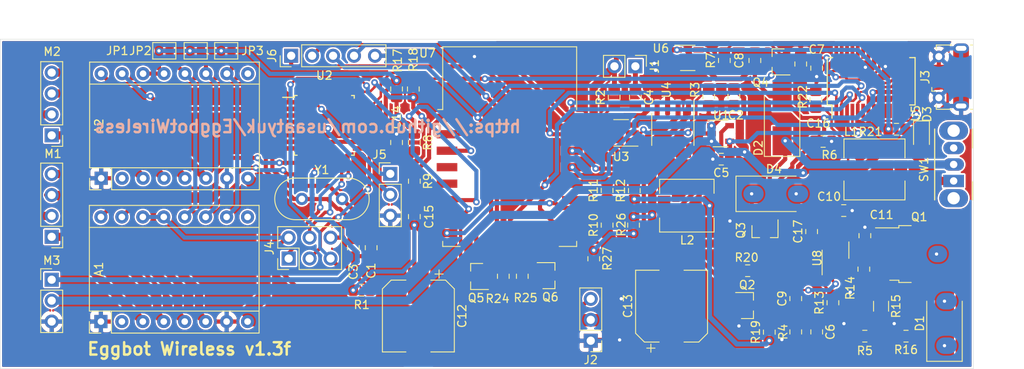
<source format=kicad_pcb>
(kicad_pcb (version 20171130) (host pcbnew 5.1.2-1.fc30)
  (layers (0 F.Cu signal) (31 B.Cu signal) (34 B.Paste user) (35 F.Paste user) (36 B.SilkS user) (37 F.SilkS user) (38 B.Mask user) (39 F.Mask user) (44 Edge.Cuts user))
  (net 0 "")
  (net 1 GND)
  (net 2 "Net-(C4-Pad2)")
  (net 3 "Net-(C4-Pad1)")
  (net 4 +3V3)
  (net 5 +12V)
  (net 6 VBUS)
  (net 7 "Net-(D1-Pad2)")
  (net 8 "Net-(J4-Pad5)")
  (net 9 "Net-(J4-Pad4)")
  (net 10 "Net-(J4-Pad3)")
  (net 11 "Net-(J4-Pad1)")
  (net 12 "Net-(L2-Pad1)")
  (net 13 "Net-(R3-Pad2)")
  (net 14 "Net-(R7-Pad1)")
  (net 15 "Net-(R8-Pad1)")
  (net 16 RTS_USB)
  (net 17 "Net-(R10-Pad2)")
  (net 18 DTR_USB)
  (net 19 "Net-(R12-Pad2)")
  (net 20 "Net-(U3-Pad3)")
  (net 21 "Net-(U3-Pad1)")
  (net 22 TXD_USB)
  (net 23 RXD_USB)
  (net 24 "Net-(C1-Pad1)")
  (net 25 "Net-(C3-Pad2)")
  (net 26 "Net-(C6-Pad1)")
  (net 27 "Net-(C9-Pad1)")
  (net 28 "Net-(C11-Pad2)")
  (net 29 "Net-(Q1-Pad3)")
  (net 30 "Net-(Q1-Pad1)")
  (net 31 12V_SWITCH)
  (net 32 "Net-(R16-Pad2)")
  (net 33 CHRG)
  (net 34 "Net-(A1-Pad6)")
  (net 35 "Net-(A1-Pad5)")
  (net 36 "Net-(A1-Pad4)")
  (net 37 "Net-(A1-Pad3)")
  (net 38 "Net-(A2-Pad6)")
  (net 39 "Net-(A2-Pad5)")
  (net 40 "Net-(A2-Pad4)")
  (net 41 "Net-(A2-Pad3)")
  (net 42 SCL)
  (net 43 SDA)
  (net 44 "Net-(J5-Pad2)")
  (net 45 "Net-(J5-Pad1)")
  (net 46 "Net-(M3-Pad1)")
  (net 47 "Net-(Q2-Pad3)")
  (net 48 "Net-(R13-Pad2)")
  (net 49 DIR1)
  (net 50 STEP1)
  (net 51 "Net-(A1-Pad12)")
  (net 52 "Net-(A1-Pad11)")
  (net 53 "Net-(A1-Pad10)")
  (net 54 DIR2)
  (net 55 STEP2)
  (net 56 "Net-(C7-Pad2)")
  (net 57 USBD+)
  (net 58 USBD-)
  (net 59 +5V)
  (net 60 "Net-(D2-Pad1)")
  (net 61 "Net-(U4-Pad5)")
  (net 62 "Net-(D3-Pad1)")
  (net 63 CHEN)
  (net 64 ESPRST)
  (net 65 "Net-(Q5-Pad1)")
  (net 66 GPIO0)
  (net 67 "Net-(Q6-Pad1)")
  (net 68 BATT)
  (net 69 "Net-(Q4-Pad2)")
  (net 70 "Net-(R26-Pad2)")
  (net 71 SLEEP)
  (net 72 "Net-(D4-Pad1)")
  (net 73 "Net-(A1-Pad9)")
  (net 74 "Net-(A1-Pad2)")
  (net 75 "Net-(A2-Pad9)")
  (net 76 "Net-(A2-Pad2)")
  (net 77 "Net-(J3-Pad4)")
  (net 78 "Net-(SW1-Pad3)")
  (net 79 "Net-(U2-Pad12)")
  (net 80 "Net-(U2-Pad13)")
  (net 81 "Net-(U2-Pad14)")
  (net 82 "Net-(U2-Pad19)")
  (net 83 "Net-(U2-Pad20)")
  (net 84 "Net-(U2-Pad22)")
  (net 85 "Net-(U2-Pad24)")
  (net 86 "Net-(U2-Pad25)")
  (net 87 "Net-(U2-Pad26)")
  (net 88 "Net-(U2-Pad32)")
  (net 89 "Net-(U3-Pad4)")
  (net 90 "Net-(U5-Pad6)")
  (net 91 "Net-(U5-Pad9)")
  (net 92 "Net-(U5-Pad10)")
  (net 93 "Net-(U5-Pad11)")
  (net 94 "Net-(U5-Pad13)")
  (net 95 "Net-(U5-Pad14)")
  (net 96 "Net-(U5-Pad19)")
  (net 97 "Net-(U5-Pad22)")
  (net 98 "Net-(U5-Pad23)")
  (net 99 "Net-(U5-Pad27)")
  (net 100 "Net-(U5-Pad28)")
  (net 101 "Net-(U7-Pad14)")
  (net 102 "Net-(U7-Pad13)")
  (net 103 "Net-(U7-Pad12)")
  (net 104 "Net-(U7-Pad11)")
  (net 105 "Net-(U7-Pad10)")
  (net 106 "Net-(U7-Pad9)")
  (net 107 "Net-(U7-Pad5)")
  (net 108 "Net-(U7-Pad4)")
  (module Jumper:SolderJumper-2_P1.3mm_Bridged_Pad1.0x1.5mm (layer F.Cu) (at 46.764 38.928)
    (fp_text reference JP3 (at 3.2 0) (layer F.SilkS))
    (fp_text value SolderJumper_2_Bridged)
    (fp_poly (pts (xy -0.25 -0.3) (xy 0.25 -0.3) (xy 0.25 0.3) (xy -0.25 0.3)) (layer F.Cu) (width 0))
    (pad 2 smd rect (at 0.65 0) (size 1 1.5) (layers F.Cu F.Mask) (net 53 "Net-(A1-Pad10)"))
    (pad 1 smd rect (at -0.65 0) (size 1 1.5) (layers F.Cu F.Mask) (net 4 +3V3))
  )
  (module Jumper:SolderJumper-2_P1.3mm_Bridged_Pad1.0x1.5mm (layer F.Cu) (at 43.068 38.928)
    (fp_text reference JP2 (at -6.704 0) (layer F.SilkS))
    (fp_text value SolderJumper_2_Bridged)
    (fp_poly (pts (xy -0.25 -0.3) (xy 0.25 -0.3) (xy 0.25 0.3) (xy -0.25 0.3)) (layer F.Cu) (width 0))
    (pad 2 smd rect (at 0.65 0) (size 1 1.5) (layers F.Cu F.Mask) (net 52 "Net-(A1-Pad11)"))
    (pad 1 smd rect (at -0.65 0) (size 1 1.5) (layers F.Cu F.Mask) (net 4 +3V3))
  )
  (module Jumper:SolderJumper-2_P1.3mm_Bridged_Pad1.0x1.5mm (layer F.Cu) (at 39.258 38.928)
    (fp_text reference JP1 (at -5.694 0) (layer F.SilkS))
    (fp_text value SolderJumper_2_Bridged)
    (fp_poly (pts (xy -0.25 -0.3) (xy 0.25 -0.3) (xy 0.25 0.3) (xy -0.25 0.3)) (layer F.Cu) (width 0))
    (pad 2 smd rect (at 0.65 0) (size 1 1.5) (layers F.Cu F.Mask) (net 51 "Net-(A1-Pad12)"))
    (pad 1 smd rect (at -0.65 0) (size 1 1.5) (layers F.Cu F.Mask) (net 4 +3V3))
  )
  (module Package_TO_SOT_SMD:SOT-23-5 (layer F.Cu) (at 106.706 48.97)
    (fp_text reference U1 (at 0.084 -2.22) (layer F.SilkS))
    (fp_text value TPS62203DBV)
    (pad 5 smd rect (at 1.1 -0.95) (size 1.06 0.65) (layers F.Cu F.Paste F.Mask) (net 12 "Net-(L2-Pad1)"))
    (pad 4 smd rect (at 1.1 0.95) (size 1.06 0.65) (layers F.Cu F.Paste F.Mask) (net 4 +3V3))
    (pad 3 smd rect (at -1.1 0.95) (size 1.06 0.65) (layers F.Cu F.Paste F.Mask) (net 59 +5V))
    (pad 2 smd rect (at -1.1 0) (size 1.06 0.65) (layers F.Cu F.Paste F.Mask) (net 1 GND))
    (pad 1 smd rect (at -1.1 -0.95) (size 1.06 0.65) (layers F.Cu F.Paste F.Mask) (net 59 +5V))
  )
  (module Package_TO_SOT_SMD:SOT-23 (layer F.Cu) (at 112.09 60.848 270)
    (fp_text reference Q3 (at -0.12 2.926 90) (layer F.SilkS))
    (fp_text value IRLML6402)
    (pad 3 smd rect (at 1 0 270) (size 0.9 0.8) (layers F.Cu F.Paste F.Mask) (net 60 "Net-(D2-Pad1)"))
    (pad 2 smd rect (at -1 0.95 270) (size 0.9 0.8) (layers F.Cu F.Paste F.Mask) (net 72 "Net-(D4-Pad1)"))
    (pad 1 smd rect (at -1 -0.95 270) (size 0.9 0.8) (layers F.Cu F.Paste F.Mask) (net 6 VBUS))
  )
  (module Diode_SMD:D_SMB_Handsoldering (layer F.Cu) (at 113.172 56.292)
    (fp_text reference D4 (at 0 -3) (layer F.SilkS))
    (fp_text value SSB43L)
    (pad 2 smd rect (at 2.7 0) (size 3.5 2.3) (layers F.Cu F.Paste F.Mask) (net 68 BATT))
    (pad 1 smd rect (at -2.7 0) (size 3.5 2.3) (layers F.Cu F.Paste F.Mask) (net 72 "Net-(D4-Pad1)"))
  )
  (module Capacitor_SMD:C_0805_2012Metric_Pad1.15x1.40mm_HandSolder (layer F.Cu) (at 117.744 60.873 90)
    (fp_text reference C17 (at 0 -1.65 90) (layer F.SilkS))
    (fp_text value 10uF)
    (pad 2 smd roundrect (at 1.025 0 90) (size 1.15 1.4) (layers F.Cu F.Paste F.Mask) (roundrect_rratio 0.217391) (net 1 GND))
    (pad 1 smd roundrect (at -1.025 0 90) (size 1.15 1.4) (layers F.Cu F.Paste F.Mask) (roundrect_rratio 0.217391) (net 59 +5V))
  )
  (module Package_TO_SOT_SMD:TO-252-2 (layer F.Cu) (at 130.789 63.603)
    (fp_text reference Q1 (at 0 -4.5) (layer F.SilkS))
    (fp_text value FDD8800)
    (pad 1 smd rect (at -4.2 -2.28) (size 2.2 1.2) (layers F.Cu F.Paste F.Mask) (net 30 "Net-(Q1-Pad1)"))
    (pad 3 smd rect (at -4.2 2.28) (size 2.2 1.2) (layers F.Cu F.Paste F.Mask) (net 29 "Net-(Q1-Pad3)"))
    (pad 2 smd rect (at 2.1 0) (size 6.4 5.8) (layers F.Cu F.Mask) (net 7 "Net-(D1-Pad2)"))
  )
  (module Package_SO:SSOP-28_5.3x10.2mm_P0.65mm (layer F.Cu) (at 124.964 42.628 90)
    (fp_text reference U5 (at -3.9 5.4 90) (layer F.SilkS))
    (fp_text value FT232RL)
    (pad 1 smd rect (at -3.6 -4.225 90) (size 1.75 0.45) (layers F.Cu F.Paste F.Mask) (net 22 TXD_USB))
    (pad 2 smd rect (at -3.6 -3.575 90) (size 1.75 0.45) (layers F.Cu F.Paste F.Mask) (net 18 DTR_USB))
    (pad 3 smd rect (at -3.6 -2.925 90) (size 1.75 0.45) (layers F.Cu F.Paste F.Mask) (net 16 RTS_USB))
    (pad 4 smd rect (at -3.6 -2.275 90) (size 1.75 0.45) (layers F.Cu F.Paste F.Mask) (net 4 +3V3))
    (pad 5 smd rect (at -3.6 -1.625 90) (size 1.75 0.45) (layers F.Cu F.Paste F.Mask) (net 23 RXD_USB))
    (pad 6 smd rect (at -3.6 -0.975 90) (size 1.75 0.45) (layers F.Cu F.Paste F.Mask) (net 90 "Net-(U5-Pad6)"))
    (pad 7 smd rect (at -3.6 -0.325 90) (size 1.75 0.45) (layers F.Cu F.Paste F.Mask) (net 1 GND))
    (pad 8 smd rect (at -3.6 0.325 90) (size 1.75 0.45) (layers F.Cu F.Paste F.Mask))
    (pad 9 smd rect (at -3.6 0.975 90) (size 1.75 0.45) (layers F.Cu F.Paste F.Mask) (net 91 "Net-(U5-Pad9)"))
    (pad 10 smd rect (at -3.6 1.625 90) (size 1.75 0.45) (layers F.Cu F.Paste F.Mask) (net 92 "Net-(U5-Pad10)"))
    (pad 11 smd rect (at -3.6 2.275 90) (size 1.75 0.45) (layers F.Cu F.Paste F.Mask) (net 93 "Net-(U5-Pad11)"))
    (pad 12 smd rect (at -3.6 2.925 90) (size 1.75 0.45) (layers F.Cu F.Paste F.Mask) (net 71 SLEEP))
    (pad 13 smd rect (at -3.6 3.575 90) (size 1.75 0.45) (layers F.Cu F.Paste F.Mask) (net 94 "Net-(U5-Pad13)"))
    (pad 14 smd rect (at -3.6 4.225 90) (size 1.75 0.45) (layers F.Cu F.Paste F.Mask) (net 95 "Net-(U5-Pad14)"))
    (pad 15 smd rect (at 3.6 4.225 90) (size 1.75 0.45) (layers F.Cu F.Paste F.Mask) (net 57 USBD+))
    (pad 16 smd rect (at 3.6 3.575 90) (size 1.75 0.45) (layers F.Cu F.Paste F.Mask) (net 58 USBD-))
    (pad 17 smd rect (at 3.6 2.925 90) (size 1.75 0.45) (layers F.Cu F.Paste F.Mask) (net 56 "Net-(C7-Pad2)"))
    (pad 18 smd rect (at 3.6 2.275 90) (size 1.75 0.45) (layers F.Cu F.Paste F.Mask) (net 1 GND))
    (pad 19 smd rect (at 3.6 1.625 90) (size 1.75 0.45) (layers F.Cu F.Paste F.Mask) (net 96 "Net-(U5-Pad19)"))
    (pad 20 smd rect (at 3.6 0.975 90) (size 1.75 0.45) (layers F.Cu F.Paste F.Mask) (net 59 +5V))
    (pad 21 smd rect (at 3.6 0.325 90) (size 1.75 0.45) (layers F.Cu F.Paste F.Mask) (net 1 GND))
    (pad 22 smd rect (at 3.6 -0.325 90) (size 1.75 0.45) (layers F.Cu F.Paste F.Mask) (net 97 "Net-(U5-Pad22)"))
    (pad 23 smd rect (at 3.6 -0.975 90) (size 1.75 0.45) (layers F.Cu F.Paste F.Mask) (net 98 "Net-(U5-Pad23)"))
    (pad 24 smd rect (at 3.6 -1.625 90) (size 1.75 0.45) (layers F.Cu F.Paste F.Mask))
    (pad 25 smd rect (at 3.6 -2.275 90) (size 1.75 0.45) (layers F.Cu F.Paste F.Mask) (net 1 GND))
    (pad 26 smd rect (at 3.6 -2.925 90) (size 1.75 0.45) (layers F.Cu F.Paste F.Mask) (net 1 GND))
    (pad 27 smd rect (at 3.6 -3.575 90) (size 1.75 0.45) (layers F.Cu F.Paste F.Mask) (net 99 "Net-(U5-Pad27)"))
    (pad 28 smd rect (at 3.6 -4.225 90) (size 1.75 0.45) (layers F.Cu F.Paste F.Mask) (net 100 "Net-(U5-Pad28)"))
  )
  (module Resistor_SMD:R_0805_2012Metric_Pad1.15x1.40mm_HandSolder (layer F.Cu) (at 91.328 64.175 270)
    (fp_text reference R27 (at 0 -1.65 90) (layer F.SilkS))
    (fp_text value 2.2K)
    (pad 2 smd roundrect (at 1.025 0 270) (size 1.15 1.4) (layers F.Cu F.Paste F.Mask) (roundrect_rratio 0.217391) (net 1 GND))
    (pad 1 smd roundrect (at -1.025 0 270) (size 1.15 1.4) (layers F.Cu F.Paste F.Mask) (roundrect_rratio 0.217391) (net 70 "Net-(R26-Pad2)"))
  )
  (module Resistor_SMD:R_0805_2012Metric_Pad1.15x1.40mm_HandSolder (layer F.Cu) (at 96.154 60.093 270)
    (fp_text reference R26 (at -0.065 1.49 90) (layer F.SilkS))
    (fp_text value 12K)
    (pad 2 smd roundrect (at 1.025 0 270) (size 1.15 1.4) (layers F.Cu F.Paste F.Mask) (roundrect_rratio 0.217391) (net 70 "Net-(R26-Pad2)"))
    (pad 1 smd roundrect (at -1.025 0 270) (size 1.15 1.4) (layers F.Cu F.Paste F.Mask) (roundrect_rratio 0.217391) (net 68 BATT))
  )
  (module Package_TO_SOT_SMD:SOT-23 (layer F.Cu) (at 113.714 40.278 180)
    (fp_text reference Q4 (at 2.15 -2.5) (layer F.SilkS))
    (fp_text value IRLML6402)
    (pad 3 smd rect (at 1 0 180) (size 0.9 0.8) (layers F.Cu F.Paste F.Mask) (net 1 GND))
    (pad 2 smd rect (at -1 0.95 180) (size 0.9 0.8) (layers F.Cu F.Paste F.Mask) (net 69 "Net-(Q4-Pad2)"))
    (pad 1 smd rect (at -1 -0.95 180) (size 0.9 0.8) (layers F.Cu F.Paste F.Mask) (net 63 CHEN))
  )
  (module Resistor_SMD:R_0805_2012Metric_Pad1.15x1.40mm_HandSolder (layer F.Cu) (at 116.424 40.533 90)
    (fp_text reference R22 (at -3.995 0.24 90) (layer F.SilkS))
    (fp_text value 10K)
    (pad 2 smd roundrect (at 1.025 0 90) (size 1.15 1.4) (layers F.Cu F.Paste F.Mask) (roundrect_rratio 0.217391) (net 1 GND))
    (pad 1 smd roundrect (at -1.025 0 90) (size 1.15 1.4) (layers F.Cu F.Paste F.Mask) (roundrect_rratio 0.217391) (net 63 CHEN))
  )
  (module Capacitor_SMD:C_0805_2012Metric_Pad1.15x1.40mm_HandSolder (layer F.Cu) (at 110.864 40.103 270)
    (fp_text reference C8 (at 0 1.905 90) (layer F.SilkS))
    (fp_text value 100nf)
    (pad 2 smd roundrect (at 1.025 0 270) (size 1.15 1.4) (layers F.Cu F.Paste F.Mask) (roundrect_rratio 0.217391) (net 6 VBUS))
    (pad 1 smd roundrect (at -1.025 0 270) (size 1.15 1.4) (layers F.Cu F.Paste F.Mask) (roundrect_rratio 0.217391) (net 1 GND))
  )
  (module Package_TO_SOT_SMD:SOT-23 (layer F.Cu) (at 85.864 66.228)
    (fp_text reference Q6 (at 0.2 2.6) (layer F.SilkS))
    (fp_text value S8050)
    (pad 3 smd rect (at 1 0) (size 0.9 0.8) (layers F.Cu F.Paste F.Mask) (net 66 GPIO0))
    (pad 2 smd rect (at -1 0.95) (size 0.9 0.8) (layers F.Cu F.Paste F.Mask) (net 18 DTR_USB))
    (pad 1 smd rect (at -1 -0.95) (size 0.9 0.8) (layers F.Cu F.Paste F.Mask) (net 67 "Net-(Q6-Pad1)"))
  )
  (module RF_Module:ESP-12E (layer F.Cu) (at 81.136 50.56)
    (fp_text reference U7 (at -9.972 -11.332) (layer F.SilkS))
    (fp_text value ESP-12E)
    (pad 22 smd rect (at 7.6 -3.5) (size 2.5 1) (layers F.Cu F.Paste F.Mask) (net 23 RXD_USB))
    (pad 21 smd rect (at 7.6 -1.5) (size 2.5 1) (layers F.Cu F.Paste F.Mask) (net 22 TXD_USB))
    (pad 20 smd rect (at 7.6 0.5) (size 2.5 1) (layers F.Cu F.Paste F.Mask) (net 31 12V_SWITCH))
    (pad 19 smd rect (at 7.6 2.5) (size 2.5 1) (layers F.Cu F.Paste F.Mask) (net 71 SLEEP))
    (pad 18 smd rect (at 7.6 4.5) (size 2.5 1) (layers F.Cu F.Paste F.Mask) (net 66 GPIO0))
    (pad 17 smd rect (at 7.6 6.5) (size 2.5 1) (layers F.Cu F.Paste F.Mask) (net 19 "Net-(R12-Pad2)"))
    (pad 16 smd rect (at 7.6 8.5) (size 2.5 1) (layers F.Cu F.Paste F.Mask) (net 17 "Net-(R10-Pad2)"))
    (pad 15 smd rect (at 7.6 10.5) (size 2.5 1) (layers F.Cu F.Paste F.Mask) (net 1 GND))
    (pad 14 smd rect (at 5 12) (size 1 1.8) (layers F.Cu F.Paste F.Mask) (net 101 "Net-(U7-Pad14)"))
    (pad 13 smd rect (at 3 12) (size 1 1.8) (layers F.Cu F.Paste F.Mask) (net 102 "Net-(U7-Pad13)"))
    (pad 12 smd rect (at 1 12) (size 1 1.8) (layers F.Cu F.Paste F.Mask) (net 103 "Net-(U7-Pad12)"))
    (pad 11 smd rect (at -1 12) (size 1 1.8) (layers F.Cu F.Paste F.Mask) (net 104 "Net-(U7-Pad11)"))
    (pad 10 smd rect (at -3 12) (size 1 1.8) (layers F.Cu F.Paste F.Mask) (net 105 "Net-(U7-Pad10)"))
    (pad 9 smd rect (at -5 12) (size 1 1.8) (layers F.Cu F.Paste F.Mask) (net 106 "Net-(U7-Pad9)"))
    (pad 8 smd rect (at -7.6 10.5) (size 2.5 1) (layers F.Cu F.Paste F.Mask) (net 4 +3V3))
    (pad 7 smd rect (at -7.6 8.5) (size 2.5 1) (layers F.Cu F.Paste F.Mask) (net 42 SCL))
    (pad 6 smd rect (at -7.6 6.5) (size 2.5 1) (layers F.Cu F.Paste F.Mask) (net 43 SDA))
    (pad 5 smd rect (at -7.6 4.5) (size 2.5 1) (layers F.Cu F.Paste F.Mask) (net 107 "Net-(U7-Pad5)"))
    (pad 4 smd rect (at -7.6 2.5) (size 2.5 1) (layers F.Cu F.Paste F.Mask) (net 108 "Net-(U7-Pad4)"))
    (pad 3 smd rect (at -7.6 0.5) (size 2.5 1) (layers F.Cu F.Paste F.Mask) (net 15 "Net-(R8-Pad1)"))
    (pad 2 smd rect (at -7.6 -1.5) (size 2.5 1) (layers F.Cu F.Paste F.Mask) (net 70 "Net-(R26-Pad2)"))
    (pad 1 smd rect (at -7.6 -3.5) (size 2.5 1) (layers F.Cu F.Paste F.Mask) (net 64 ESPRST))
  )
  (module Connector_PinHeader_2.54mm:PinHeader_1x03_P2.54mm_Vertical (layer F.Cu) (at 90.964 74.128 180)
    (fp_text reference J2 (at 0 -2.33) (layer F.SilkS))
    (fp_text value Conn_01x03_Male)
    (pad 3 thru_hole oval (at 0 5.08 180) (size 1.7 1.7) (drill 1) (layers *.Cu *.Mask) (net 4 +3V3))
    (pad 2 thru_hole oval (at 0 2.54 180) (size 1.7 1.7) (drill 1) (layers *.Cu *.Mask) (net 5 +12V))
    (pad 1 thru_hole rect (at 0 0 180) (size 1.7 1.7) (drill 1) (layers *.Cu *.Mask) (net 1 GND))
  )
  (module Resistor_SMD:R_0805_2012Metric_Pad1.15x1.40mm_HandSolder (layer F.Cu) (at 82.664 66.303 90)
    (fp_text reference R25 (at -2.625 0.4 180) (layer F.SilkS))
    (fp_text value 12K)
    (pad 2 smd roundrect (at 1.025 0 90) (size 1.15 1.4) (layers F.Cu F.Paste F.Mask) (roundrect_rratio 0.217391) (net 67 "Net-(Q6-Pad1)"))
    (pad 1 smd roundrect (at -1.025 0 90) (size 1.15 1.4) (layers F.Cu F.Paste F.Mask) (roundrect_rratio 0.217391) (net 16 RTS_USB))
  )
  (module Resistor_SMD:R_0805_2012Metric_Pad1.15x1.40mm_HandSolder (layer F.Cu) (at 80.364 66.303 270)
    (fp_text reference R24 (at 2.725 0.7 180) (layer F.SilkS))
    (fp_text value 12K)
    (pad 2 smd roundrect (at 1.025 0 270) (size 1.15 1.4) (layers F.Cu F.Paste F.Mask) (roundrect_rratio 0.217391) (net 65 "Net-(Q5-Pad1)"))
    (pad 1 smd roundrect (at -1.025 0 270) (size 1.15 1.4) (layers F.Cu F.Paste F.Mask) (roundrect_rratio 0.217391) (net 18 DTR_USB))
  )
  (module Package_TO_SOT_SMD:SOT-23 (layer F.Cu) (at 77.164 66.328 180)
    (fp_text reference Q5 (at 0.1 -2.6) (layer F.SilkS))
    (fp_text value S8050)
    (pad 3 smd rect (at 1 0 180) (size 0.9 0.8) (layers F.Cu F.Paste F.Mask) (net 64 ESPRST))
    (pad 2 smd rect (at -1 0.95 180) (size 0.9 0.8) (layers F.Cu F.Paste F.Mask) (net 16 RTS_USB))
    (pad 1 smd rect (at -1 -0.95 180) (size 0.9 0.8) (layers F.Cu F.Paste F.Mask) (net 65 "Net-(Q5-Pad1)"))
  )
  (module Capacitor_SMD:CP_Elec_8x10.5 (layer F.Cu) (at 70.064 71.128 270)
    (fp_text reference C12 (at 0 -5.3 90) (layer F.SilkS))
    (fp_text value 220uF)
    (pad 2 smd roundrect (at 3.7 0 270) (size 4.4 2.5) (layers F.Cu F.Paste F.Mask) (roundrect_rratio 0.1) (net 1 GND))
    (pad 1 smd roundrect (at -3.7 0 270) (size 4.4 2.5) (layers F.Cu F.Paste F.Mask) (roundrect_rratio 0.1) (net 4 +3V3))
  )
  (module Capacitor_SMD:C_0805_2012Metric_Pad1.15x1.40mm_HandSolder (layer F.Cu) (at 118.354 41.033 90)
    (fp_text reference C7 (at 2.275 0 180) (layer F.SilkS))
    (fp_text value 100nf)
    (pad 1 smd roundrect (at -1.025 0 90) (size 1.15 1.4) (layers F.Cu F.Paste F.Mask) (roundrect_rratio 0.217391) (net 1 GND))
    (pad 2 smd roundrect (at 1.025 0 90) (size 1.15 1.4) (layers F.Cu F.Paste F.Mask) (roundrect_rratio 0.217391) (net 56 "Net-(C7-Pad2)"))
  )
  (module Resistor_SMD:R_0805_2012Metric_Pad1.15x1.40mm_HandSolder (layer F.Cu) (at 128.039 48.453)
    (fp_text reference R21 (at -3.15 0.3 180) (layer F.SilkS))
    (fp_text value 510)
    (pad 2 smd roundrect (at 1.025 0) (size 1.15 1.4) (layers F.Cu F.Paste F.Mask) (roundrect_rratio 0.217391) (net 62 "Net-(D3-Pad1)"))
    (pad 1 smd roundrect (at -1.025 0) (size 1.15 1.4) (layers F.Cu F.Paste F.Mask) (roundrect_rratio 0.217391) (net 33 CHRG))
  )
  (module Diode_SMD:D_0805_2012Metric_Pad1.15x1.40mm_HandSolder (layer F.Cu) (at 131.064 49.303 270)
    (fp_text reference D3 (at -2.675 -0.675 90) (layer F.SilkS))
    (fp_text value LED)
    (pad 2 smd roundrect (at 1.025 0 270) (size 1.15 1.4) (layers F.Cu F.Paste F.Mask) (roundrect_rratio 0.217391) (net 6 VBUS))
    (pad 1 smd roundrect (at -1.025 0 270) (size 1.15 1.4) (layers F.Cu F.Paste F.Mask) (roundrect_rratio 0.217391) (net 62 "Net-(D3-Pad1)"))
  )
  (module Resistor_SMD:R_0805_2012Metric_Pad1.15x1.40mm_HandSolder (layer F.Cu) (at 109.989 65.628 180)
    (fp_text reference R20 (at 0.125 1.6) (layer F.SilkS))
    (fp_text value 10K)
    (pad 2 smd roundrect (at 1.025 0 180) (size 1.15 1.4) (layers F.Cu F.Paste F.Mask) (roundrect_rratio 0.217391) (net 31 12V_SWITCH))
    (pad 1 smd roundrect (at -1.025 0 180) (size 1.15 1.4) (layers F.Cu F.Paste F.Mask) (roundrect_rratio 0.217391) (net 1 GND))
  )
  (module Crystal:Crystal_HC49-4H_Vertical (layer F.Cu) (at 55.936 56.91)
    (fp_text reference Y1 (at 2.44 -3.525) (layer F.SilkS))
    (fp_text value 16MHz)
    (pad 1 thru_hole circle (at 0 0) (size 1.5 1.5) (drill 0.8) (layers *.Cu *.Mask) (net 25 "Net-(C3-Pad2)"))
    (pad 2 thru_hole circle (at 4.88 0) (size 1.5 1.5) (drill 0.8) (layers *.Cu *.Mask) (net 24 "Net-(C1-Pad1)"))
  )
  (module Package_QFP:TQFP-32_7x7mm_P0.8mm (layer F.Cu) (at 58.664 47.978)
    (fp_text reference U2 (at 0 -6.05) (layer F.SilkS))
    (fp_text value ATmega328P-AU)
    (pad 1 smd rect (at -4.25 -2.8) (size 1.6 0.55) (layers F.Cu F.Paste F.Mask) (net 54 DIR2))
    (pad 2 smd rect (at -4.25 -2) (size 1.6 0.55) (layers F.Cu F.Paste F.Mask) (net 55 STEP2))
    (pad 3 smd rect (at -4.25 -1.2) (size 1.6 0.55) (layers F.Cu F.Paste F.Mask) (net 1 GND))
    (pad 4 smd rect (at -4.25 -0.4) (size 1.6 0.55) (layers F.Cu F.Paste F.Mask) (net 4 +3V3))
    (pad 5 smd rect (at -4.25 0.4) (size 1.6 0.55) (layers F.Cu F.Paste F.Mask) (net 1 GND))
    (pad 6 smd rect (at -4.25 1.2) (size 1.6 0.55) (layers F.Cu F.Paste F.Mask) (net 4 +3V3))
    (pad 7 smd rect (at -4.25 2) (size 1.6 0.55) (layers F.Cu F.Paste F.Mask) (net 25 "Net-(C3-Pad2)"))
    (pad 8 smd rect (at -4.25 2.8) (size 1.6 0.55) (layers F.Cu F.Paste F.Mask) (net 24 "Net-(C1-Pad1)"))
    (pad 9 smd rect (at -2.8 4.25 90) (size 1.6 0.55) (layers F.Cu F.Paste F.Mask) (net 49 DIR1))
    (pad 10 smd rect (at -2 4.25 90) (size 1.6 0.55) (layers F.Cu F.Paste F.Mask) (net 50 STEP1))
    (pad 11 smd rect (at -1.2 4.25 90) (size 1.6 0.55) (layers F.Cu F.Paste F.Mask) (net 46 "Net-(M3-Pad1)"))
    (pad 12 smd rect (at -0.4 4.25 90) (size 1.6 0.55) (layers F.Cu F.Paste F.Mask) (net 79 "Net-(U2-Pad12)"))
    (pad 13 smd rect (at 0.4 4.25 90) (size 1.6 0.55) (layers F.Cu F.Paste F.Mask) (net 80 "Net-(U2-Pad13)"))
    (pad 14 smd rect (at 1.2 4.25 90) (size 1.6 0.55) (layers F.Cu F.Paste F.Mask) (net 81 "Net-(U2-Pad14)"))
    (pad 15 smd rect (at 2 4.25 90) (size 1.6 0.55) (layers F.Cu F.Paste F.Mask) (net 9 "Net-(J4-Pad4)"))
    (pad 16 smd rect (at 2.8 4.25 90) (size 1.6 0.55) (layers F.Cu F.Paste F.Mask) (net 11 "Net-(J4-Pad1)"))
    (pad 17 smd rect (at 4.25 2.8) (size 1.6 0.55) (layers F.Cu F.Paste F.Mask) (net 10 "Net-(J4-Pad3)"))
    (pad 18 smd rect (at 4.25 2) (size 1.6 0.55) (layers F.Cu F.Paste F.Mask) (net 4 +3V3))
    (pad 19 smd rect (at 4.25 1.2) (size 1.6 0.55) (layers F.Cu F.Paste F.Mask) (net 82 "Net-(U2-Pad19)"))
    (pad 20 smd rect (at 4.25 0.4) (size 1.6 0.55) (layers F.Cu F.Paste F.Mask) (net 83 "Net-(U2-Pad20)"))
    (pad 21 smd rect (at 4.25 -0.4) (size 1.6 0.55) (layers F.Cu F.Paste F.Mask) (net 1 GND))
    (pad 22 smd rect (at 4.25 -1.2) (size 1.6 0.55) (layers F.Cu F.Paste F.Mask) (net 84 "Net-(U2-Pad22)"))
    (pad 23 smd rect (at 4.25 -2) (size 1.6 0.55) (layers F.Cu F.Paste F.Mask) (net 63 CHEN))
    (pad 24 smd rect (at 4.25 -2.8) (size 1.6 0.55) (layers F.Cu F.Paste F.Mask) (net 85 "Net-(U2-Pad24)"))
    (pad 25 smd rect (at 2.8 -4.25 90) (size 1.6 0.55) (layers F.Cu F.Paste F.Mask) (net 86 "Net-(U2-Pad25)"))
    (pad 26 smd rect (at 2 -4.25 90) (size 1.6 0.55) (layers F.Cu F.Paste F.Mask) (net 87 "Net-(U2-Pad26)"))
    (pad 27 smd rect (at 1.2 -4.25 90) (size 1.6 0.55) (layers F.Cu F.Paste F.Mask) (net 43 SDA))
    (pad 28 smd rect (at 0.4 -4.25 90) (size 1.6 0.55) (layers F.Cu F.Paste F.Mask) (net 42 SCL))
    (pad 29 smd rect (at -0.4 -4.25 90) (size 1.6 0.55) (layers F.Cu F.Paste F.Mask) (net 8 "Net-(J4-Pad5)"))
    (pad 30 smd rect (at -1.2 -4.25 90) (size 1.6 0.55) (layers F.Cu F.Paste F.Mask) (net 45 "Net-(J5-Pad1)"))
    (pad 31 smd rect (at -2 -4.25 90) (size 1.6 0.55) (layers F.Cu F.Paste F.Mask) (net 44 "Net-(J5-Pad2)"))
    (pad 32 smd rect (at -2.8 -4.25 90) (size 1.6 0.55) (layers F.Cu F.Paste F.Mask) (net 88 "Net-(U2-Pad32)"))
  )
  (module Connector_PinHeader_2.54mm:PinHeader_1x05_P2.54mm_Vertical (layer F.Cu) (at 54.644 39.528 90)
    (fp_text reference J6 (at 0 -2.33 90) (layer F.SilkS))
    (fp_text value Conn_01x05_Male)
    (pad 5 thru_hole oval (at 0 10.16 90) (size 1.7 1.7) (drill 1) (layers *.Cu *.Mask) (net 1 GND))
    (pad 4 thru_hole oval (at 0 7.62 90) (size 1.7 1.7) (drill 1) (layers *.Cu *.Mask) (net 18 DTR_USB))
    (pad 3 thru_hole oval (at 0 5.08 90) (size 1.7 1.7) (drill 1) (layers *.Cu *.Mask) (net 16 RTS_USB))
    (pad 2 thru_hole oval (at 0 2.54 90) (size 1.7 1.7) (drill 1) (layers *.Cu *.Mask) (net 23 RXD_USB))
    (pad 1 thru_hole rect (at 0 0 90) (size 1.7 1.7) (drill 1) (layers *.Cu *.Mask) (net 22 TXD_USB))
  )
  (module Capacitor_SMD:C_0805_2012Metric_Pad1.15x1.40mm_HandSolder (layer F.Cu) (at 67.42 50.061 270)
    (fp_text reference C14 (at -3.057 0 90) (layer F.SilkS))
    (fp_text value 100nf)
    (pad 1 smd roundrect (at -1.025 0 270) (size 1.15 1.4) (layers F.Cu F.Paste F.Mask) (roundrect_rratio 0.217391) (net 1 GND))
    (pad 2 smd roundrect (at 1.025 0 270) (size 1.15 1.4) (layers F.Cu F.Paste F.Mask) (roundrect_rratio 0.217391) (net 4 +3V3))
  )
  (module Module:Pololu_Breakout-16_15.2x20.3mm (layer F.Cu) (at 31.606 54.401 90)
    (fp_text reference A2 (at 6.35 -0.254 90) (layer F.SilkS))
    (fp_text value Pololu_Breakout_DRV8825)
    (pad 1 thru_hole rect (at 0 0 90) (size 1.6 1.6) (drill 0.8) (layers *.Cu *.Mask) (net 1 GND))
    (pad 9 thru_hole oval (at 12.7 17.78 90) (size 1.6 1.6) (drill 0.8) (layers *.Cu *.Mask) (net 75 "Net-(A2-Pad9)"))
    (pad 2 thru_hole oval (at 0 2.54 90) (size 1.6 1.6) (drill 0.8) (layers *.Cu *.Mask) (net 76 "Net-(A2-Pad2)"))
    (pad 10 thru_hole oval (at 12.7 15.24 90) (size 1.6 1.6) (drill 0.8) (layers *.Cu *.Mask) (net 53 "Net-(A1-Pad10)"))
    (pad 3 thru_hole oval (at 0 5.08 90) (size 1.6 1.6) (drill 0.8) (layers *.Cu *.Mask) (net 41 "Net-(A2-Pad3)"))
    (pad 11 thru_hole oval (at 12.7 12.7 90) (size 1.6 1.6) (drill 0.8) (layers *.Cu *.Mask) (net 52 "Net-(A1-Pad11)"))
    (pad 4 thru_hole oval (at 0 7.62 90) (size 1.6 1.6) (drill 0.8) (layers *.Cu *.Mask) (net 40 "Net-(A2-Pad4)"))
    (pad 12 thru_hole oval (at 12.7 10.16 90) (size 1.6 1.6) (drill 0.8) (layers *.Cu *.Mask) (net 51 "Net-(A1-Pad12)"))
    (pad 5 thru_hole oval (at 0 10.16 90) (size 1.6 1.6) (drill 0.8) (layers *.Cu *.Mask) (net 39 "Net-(A2-Pad5)"))
    (pad 13 thru_hole oval (at 12.7 7.62 90) (size 1.6 1.6) (drill 0.8) (layers *.Cu *.Mask) (net 4 +3V3))
    (pad 6 thru_hole oval (at 0 12.7 90) (size 1.6 1.6) (drill 0.8) (layers *.Cu *.Mask) (net 38 "Net-(A2-Pad6)"))
    (pad 14 thru_hole oval (at 12.7 5.08 90) (size 1.6 1.6) (drill 0.8) (layers *.Cu *.Mask) (net 4 +3V3))
    (pad 7 thru_hole oval (at 0 15.24 90) (size 1.6 1.6) (drill 0.8) (layers *.Cu *.Mask) (net 1 GND))
    (pad 15 thru_hole oval (at 12.7 2.54 90) (size 1.6 1.6) (drill 0.8) (layers *.Cu *.Mask) (net 55 STEP2))
    (pad 8 thru_hole oval (at 0 17.78 90) (size 1.6 1.6) (drill 0.8) (layers *.Cu *.Mask) (net 5 +12V))
    (pad 16 thru_hole oval (at 12.7 0 90) (size 1.6 1.6) (drill 0.8) (layers *.Cu *.Mask) (net 54 DIR2))
  )
  (module Resistor_SMD:R_0805_2012Metric_Pad1.15x1.40mm_HandSolder (layer F.Cu) (at 93.805 44.5675 90)
    (fp_text reference R2 (at 0 -1.65 90) (layer F.SilkS))
    (fp_text value 100)
    (pad 2 smd roundrect (at 1.025 0 90) (size 1.15 1.4) (layers F.Cu F.Paste F.Mask) (roundrect_rratio 0.217391) (net 68 BATT))
    (pad 1 smd roundrect (at -1.025 0 90) (size 1.15 1.4) (layers F.Cu F.Paste F.Mask) (roundrect_rratio 0.217391) (net 2 "Net-(C4-Pad2)"))
  )
  (module Package_TO_SOT_SMD:SOT-23-6_Handsoldering (layer F.Cu) (at 94.647 48.89 180)
    (fp_text reference U3 (at 0 -2.9) (layer F.SilkS))
    (fp_text value DW01)
    (pad 1 smd rect (at -1.35 -0.95 180) (size 1.56 0.65) (layers F.Cu F.Paste F.Mask) (net 21 "Net-(U3-Pad1)"))
    (pad 2 smd rect (at -1.35 0 180) (size 1.56 0.65) (layers F.Cu F.Paste F.Mask) (net 13 "Net-(R3-Pad2)"))
    (pad 3 smd rect (at -1.35 0.95 180) (size 1.56 0.65) (layers F.Cu F.Paste F.Mask) (net 20 "Net-(U3-Pad3)"))
    (pad 4 smd rect (at 1.35 0.95 180) (size 1.56 0.65) (layers F.Cu F.Paste F.Mask) (net 89 "Net-(U3-Pad4)"))
    (pad 6 smd rect (at 1.35 -0.95 180) (size 1.56 0.65) (layers F.Cu F.Paste F.Mask) (net 3 "Net-(C4-Pad1)"))
    (pad 5 smd rect (at 1.35 0 180) (size 1.56 0.65) (layers F.Cu F.Paste F.Mask) (net 2 "Net-(C4-Pad2)"))
  )
  (module Package_SO:SO-8_3.9x4.9mm_P1.27mm (layer F.Cu) (at 100.917 48.467 270)
    (fp_text reference U4 (at -4.791 0.762 90) (layer F.SilkS))
    (fp_text value DMG4800LSD)
    (pad 8 smd roundrect (at 2.575 -1.905 270) (size 1.75 0.6) (layers F.Cu F.Paste F.Mask) (net 61 "Net-(U4-Pad5)"))
    (pad 7 smd roundrect (at 2.575 -0.635 270) (size 1.75 0.6) (layers F.Cu F.Paste F.Mask) (net 61 "Net-(U4-Pad5)"))
    (pad 6 smd roundrect (at 2.575 0.635 270) (size 1.75 0.6) (layers F.Cu F.Paste F.Mask) (net 61 "Net-(U4-Pad5)"))
    (pad 5 smd roundrect (at 2.575 1.905 270) (size 1.75 0.6) (layers F.Cu F.Paste F.Mask) (net 61 "Net-(U4-Pad5)"))
    (pad 4 smd roundrect (at -2.575 1.905 270) (size 1.75 0.6) (layers F.Cu F.Paste F.Mask) (net 20 "Net-(U3-Pad3)"))
    (pad 3 smd roundrect (at -2.575 0.635 270) (size 1.75 0.6) (layers F.Cu F.Paste F.Mask) (net 1 GND))
    (pad 2 smd roundrect (at -2.575 -0.635 270) (size 1.75 0.6) (layers F.Cu F.Paste F.Mask) (net 21 "Net-(U3-Pad1)"))
    (pad 1 smd roundrect (at -2.575 -1.905 270) (size 1.75 0.6) (layers F.Cu F.Paste F.Mask) (net 3 "Net-(C4-Pad1)"))
  )
  (module Capacitor_SMD:CP_Elec_8x10.5 (layer F.Cu) (at 100.764 69.928 90)
    (fp_text reference C13 (at 0 -5.3 90) (layer F.SilkS))
    (fp_text value 220uF)
    (pad 2 smd roundrect (at 3.7 0 90) (size 4.4 2.5) (layers F.Cu F.Paste F.Mask) (roundrect_rratio 0.1) (net 1 GND))
    (pad 1 smd roundrect (at -3.7 0 90) (size 4.4 2.5) (layers F.Cu F.Paste F.Mask) (roundrect_rratio 0.1) (net 5 +12V))
  )
  (module Resistor_SMD:R_0805_2012Metric_Pad1.15x1.40mm_HandSolder (layer F.Cu) (at 119.139 49.928 180)
    (fp_text reference R6 (at -0.775 -1.65) (layer F.SilkS))
    (fp_text value 10K)
    (pad 2 smd roundrect (at 1.025 0 180) (size 1.15 1.4) (layers F.Cu F.Paste F.Mask) (roundrect_rratio 0.217391) (net 6 VBUS))
    (pad 1 smd roundrect (at -1.025 0 180) (size 1.15 1.4) (layers F.Cu F.Paste F.Mask) (roundrect_rratio 0.217391) (net 1 GND))
  )
  (module Diode_SMD:D_SMB_Handsoldering (layer F.Cu) (at 114.164 47.153 90)
    (fp_text reference D2 (at -3.575 -2.875 90) (layer F.SilkS))
    (fp_text value SSB43L)
    (pad 2 smd rect (at 2.7 0 90) (size 3.5 2.3) (layers F.Cu F.Paste F.Mask) (net 6 VBUS))
    (pad 1 smd rect (at -2.7 0 90) (size 3.5 2.3) (layers F.Cu F.Paste F.Mask) (net 60 "Net-(D2-Pad1)"))
  )
  (module Connector_PinHeader_2.54mm:PinHeader_1x03_P2.54mm_Vertical (layer F.Cu) (at 66.658 53.862)
    (fp_text reference J5 (at -1.294 -2.334) (layer F.SilkS))
    (fp_text value Conn_01x03_Female)
    (pad 3 thru_hole oval (at 0 5.08) (size 1.7 1.7) (drill 1) (layers *.Cu *.Mask) (net 1 GND))
    (pad 2 thru_hole oval (at 0 2.54) (size 1.7 1.7) (drill 1) (layers *.Cu *.Mask) (net 44 "Net-(J5-Pad2)"))
    (pad 1 thru_hole rect (at 0 0) (size 1.7 1.7) (drill 1) (layers *.Cu *.Mask) (net 45 "Net-(J5-Pad1)"))
  )
  (module Connector_PinHeader_2.54mm:PinHeader_1x03_P2.54mm_Vertical (layer F.Cu) (at 25.606 66.72)
    (fp_text reference M3 (at 0 -2.33) (layer F.SilkS))
    (fp_text value Motor_Servo)
    (pad 3 thru_hole oval (at 0 5.08) (size 1.7 1.7) (drill 1) (layers *.Cu *.Mask) (net 1 GND))
    (pad 2 thru_hole oval (at 0 2.54) (size 1.7 1.7) (drill 1) (layers *.Cu *.Mask) (net 59 +5V))
    (pad 1 thru_hole rect (at 0 0) (size 1.7 1.7) (drill 1) (layers *.Cu *.Mask) (net 46 "Net-(M3-Pad1)"))
  )
  (module Connector_PinHeader_2.54mm:PinHeader_1x02_P2.54mm_Vertical (layer F.Cu) (at 96.376 40.812 270)
    (fp_text reference J1 (at 0 -2.33 90) (layer F.SilkS))
    (fp_text value BATT)
    (pad 2 thru_hole oval (at 0 2.54 270) (size 1.7 1.7) (drill 1) (layers *.Cu *.Mask) (net 68 BATT))
    (pad 1 thru_hole rect (at 0 0 270) (size 1.7 1.7) (drill 1) (layers *.Cu *.Mask) (net 3 "Net-(C4-Pad1)"))
  )
  (module Connector_PinHeader_2.54mm:PinHeader_1x04_P2.54mm_Vertical (layer F.Cu) (at 25.606 49.194 180)
    (fp_text reference M2 (at -0.058 10.166) (layer F.SilkS))
    (fp_text value " ")
    (pad 4 thru_hole oval (at 0 7.62 180) (size 1.7 1.7) (drill 1) (layers *.Cu *.Mask) (net 38 "Net-(A2-Pad6)"))
    (pad 3 thru_hole oval (at 0 5.08 180) (size 1.7 1.7) (drill 1) (layers *.Cu *.Mask) (net 39 "Net-(A2-Pad5)"))
    (pad 2 thru_hole oval (at 0 2.54 180) (size 1.7 1.7) (drill 1) (layers *.Cu *.Mask) (net 41 "Net-(A2-Pad3)"))
    (pad 1 thru_hole rect (at 0 0 180) (size 1.7 1.7) (drill 1) (layers *.Cu *.Mask) (net 40 "Net-(A2-Pad4)"))
  )
  (module Connector_PinHeader_2.54mm:PinHeader_1x04_P2.54mm_Vertical (layer F.Cu) (at 25.606 61.513 180)
    (fp_text reference M1 (at -0.158 10.085) (layer F.SilkS))
    (fp_text value " ")
    (pad 4 thru_hole oval (at 0 7.62 180) (size 1.7 1.7) (drill 1) (layers *.Cu *.Mask) (net 34 "Net-(A1-Pad6)"))
    (pad 3 thru_hole oval (at 0 5.08 180) (size 1.7 1.7) (drill 1) (layers *.Cu *.Mask) (net 35 "Net-(A1-Pad5)"))
    (pad 2 thru_hole oval (at 0 2.54 180) (size 1.7 1.7) (drill 1) (layers *.Cu *.Mask) (net 37 "Net-(A1-Pad3)"))
    (pad 1 thru_hole rect (at 0 0 180) (size 1.7 1.7) (drill 1) (layers *.Cu *.Mask) (net 36 "Net-(A1-Pad4)"))
  )
  (module Capacitor_SMD:C_0805_2012Metric_Pad1.15x1.40mm_HandSolder (layer F.Cu) (at 118.252 44.871 270)
    (fp_text reference C16 (at 2.875 -0.3 180) (layer F.SilkS))
    (fp_text value 100nf)
    (pad 2 smd roundrect (at 1.025 0 270) (size 1.15 1.4) (layers F.Cu F.Paste F.Mask) (roundrect_rratio 0.217391) (net 59 +5V))
    (pad 1 smd roundrect (at -1.025 0 270) (size 1.15 1.4) (layers F.Cu F.Paste F.Mask) (roundrect_rratio 0.217391) (net 1 GND))
  )
  (module Package_SO:VSSOP-8_3.0x3.0mm_P0.65mm (layer F.Cu) (at 120.639 63.128 90)
    (fp_text reference U8 (at -0.975 -2.2225 90) (layer F.SilkS))
    (fp_text value LM3478)
    (pad 8 smd rect (at 2.2 -0.975) (size 0.45 1.45) (layers F.Cu F.Paste F.Mask) (net 59 +5V))
    (pad 7 smd rect (at 2.2 -0.325) (size 0.45 1.45) (layers F.Cu F.Paste F.Mask) (net 48 "Net-(R13-Pad2)"))
    (pad 6 smd rect (at 2.2 0.325) (size 0.45 1.45) (layers F.Cu F.Paste F.Mask) (net 30 "Net-(Q1-Pad1)"))
    (pad 5 smd rect (at 2.2 0.975) (size 0.45 1.45) (layers F.Cu F.Paste F.Mask) (net 1 GND))
    (pad 4 smd rect (at -2.2 0.975) (size 0.45 1.45) (layers F.Cu F.Paste F.Mask) (net 1 GND))
    (pad 3 smd rect (at -2.2 0.325) (size 0.45 1.45) (layers F.Cu F.Paste F.Mask) (net 32 "Net-(R16-Pad2)"))
    (pad 2 smd rect (at -2.2 -0.325) (size 0.45 1.45) (layers F.Cu F.Paste F.Mask) (net 26 "Net-(C6-Pad1)"))
    (pad 1 smd rect (at -2.2 -0.975) (size 0.45 1.45) (layers F.Cu F.Paste F.Mask) (net 28 "Net-(C11-Pad2)"))
  )
  (module Resistor_SMD:R_0805_2012Metric_Pad1.15x1.40mm_HandSolder (layer F.Cu) (at 112.614 73.088 90)
    (fp_text reference R19 (at 0 -1.65 90) (layer F.SilkS))
    (fp_text value 10K)
    (pad 2 smd roundrect (at 1.025 0 90) (size 1.15 1.4) (layers F.Cu F.Paste F.Mask) (roundrect_rratio 0.217391) (net 47 "Net-(Q2-Pad3)"))
    (pad 1 smd roundrect (at -1.025 0 90) (size 1.15 1.4) (layers F.Cu F.Paste F.Mask) (roundrect_rratio 0.217391) (net 4 +3V3))
  )
  (module Package_TO_SOT_SMD:SOT-23 (layer F.Cu) (at 109.931 69.856)
    (fp_text reference Q2 (at 0 -2.5) (layer F.SilkS))
    (fp_text value 2N7002)
    (pad 3 smd rect (at 1 0) (size 0.9 0.8) (layers F.Cu F.Paste F.Mask) (net 47 "Net-(Q2-Pad3)"))
    (pad 2 smd rect (at -1 0.95) (size 0.9 0.8) (layers F.Cu F.Paste F.Mask) (net 1 GND))
    (pad 1 smd rect (at -1 -0.95) (size 0.9 0.8) (layers F.Cu F.Paste F.Mask) (net 31 12V_SWITCH))
  )
  (module Diode_SMD:D_SMB_Handsoldering (layer F.Cu) (at 133.854 72.028 90)
    (fp_text reference D1 (at 0 -3 90) (layer F.SilkS))
    (fp_text value SSB43L)
    (pad 2 smd rect (at 2.7 0 90) (size 3.5 2.3) (layers F.Cu F.Paste F.Mask) (net 7 "Net-(D1-Pad2)"))
    (pad 1 smd rect (at -2.7 0 90) (size 3.5 2.3) (layers F.Cu F.Paste F.Mask) (net 5 +12V))
  )
  (module Button_Switch_THT:SW_CuK_OS102011MA1QN1_SPDT_Angled (layer F.Cu) (at 134.964 54.728 90)
    (fp_text reference SW1 (at 1.4 -3.6 90) (layer F.SilkS))
    (fp_text value " ")
    (pad 1 thru_hole rect (at 0 0 90) (size 1.5 2.5) (drill 0.9) (layers *.Cu *.Mask) (net 59 +5V))
    (pad 2 thru_hole oval (at 2 0 90) (size 1.5 2.5) (drill 0.9) (layers *.Cu *.Mask) (net 60 "Net-(D2-Pad1)"))
    (pad 3 thru_hole oval (at 4 0 90) (size 1.5 2.5) (drill 0.9) (layers *.Cu *.Mask) (net 78 "Net-(SW1-Pad3)"))
    (pad "" thru_hole oval (at -2.1 0 90) (size 2.2 3.5) (drill 1.5) (layers *.Cu *.Mask))
    (pad "" thru_hole oval (at 6.1 0 90) (size 2.2 3.5) (drill 1.5) (layers *.Cu *.Mask))
  )
  (module Module:Pololu_Breakout-16_15.2x20.3mm (layer F.Cu) (at 31.575 71.8 90)
    (fp_text reference A1 (at 6.35 -0.254 90) (layer F.SilkS))
    (fp_text value Pololu_Breakout_DRV8825)
    (pad 1 thru_hole rect (at 0 0 90) (size 1.6 1.6) (drill 0.8) (layers *.Cu *.Mask) (net 1 GND))
    (pad 9 thru_hole oval (at 12.7 17.78 90) (size 1.6 1.6) (drill 0.8) (layers *.Cu *.Mask) (net 73 "Net-(A1-Pad9)"))
    (pad 2 thru_hole oval (at 0 2.54 90) (size 1.6 1.6) (drill 0.8) (layers *.Cu *.Mask) (net 74 "Net-(A1-Pad2)"))
    (pad 10 thru_hole oval (at 12.7 15.24 90) (size 1.6 1.6) (drill 0.8) (layers *.Cu *.Mask) (net 53 "Net-(A1-Pad10)"))
    (pad 3 thru_hole oval (at 0 5.08 90) (size 1.6 1.6) (drill 0.8) (layers *.Cu *.Mask) (net 37 "Net-(A1-Pad3)"))
    (pad 11 thru_hole oval (at 12.7 12.7 90) (size 1.6 1.6) (drill 0.8) (layers *.Cu *.Mask) (net 52 "Net-(A1-Pad11)"))
    (pad 4 thru_hole oval (at 0 7.62 90) (size 1.6 1.6) (drill 0.8) (layers *.Cu *.Mask) (net 36 "Net-(A1-Pad4)"))
    (pad 12 thru_hole oval (at 12.7 10.16 90) (size 1.6 1.6) (drill 0.8) (layers *.Cu *.Mask) (net 51 "Net-(A1-Pad12)"))
    (pad 5 thru_hole oval (at 0 10.16 90) (size 1.6 1.6) (drill 0.8) (layers *.Cu *.Mask) (net 35 "Net-(A1-Pad5)"))
    (pad 13 thru_hole oval (at 12.7 7.62 90) (size 1.6 1.6) (drill 0.8) (layers *.Cu *.Mask) (net 4 +3V3))
    (pad 6 thru_hole oval (at 0 12.7 90) (size 1.6 1.6) (drill 0.8) (layers *.Cu *.Mask) (net 34 "Net-(A1-Pad6)"))
    (pad 14 thru_hole oval (at 12.7 5.08 90) (size 1.6 1.6) (drill 0.8) (layers *.Cu *.Mask) (net 4 +3V3))
    (pad 7 thru_hole oval (at 0 15.24 90) (size 1.6 1.6) (drill 0.8) (layers *.Cu *.Mask) (net 1 GND))
    (pad 15 thru_hole oval (at 12.7 2.54 90) (size 1.6 1.6) (drill 0.8) (layers *.Cu *.Mask) (net 50 STEP1))
    (pad 8 thru_hole oval (at 0 17.78 90) (size 1.6 1.6) (drill 0.8) (layers *.Cu *.Mask) (net 5 +12V))
    (pad 16 thru_hole oval (at 12.7 0 90) (size 1.6 1.6) (drill 0.8) (layers *.Cu *.Mask) (net 49 DIR1))
  )
  (module Resistor_SMD:R_0805_2012Metric_Pad1.15x1.40mm_HandSolder (layer F.Cu) (at 105.266 44.473 90)
    (fp_text reference R3 (at 0.8035 -1.65 90) (layer F.SilkS))
    (fp_text value 1K)
    (pad 2 smd roundrect (at 1.025 0 90) (size 1.15 1.4) (layers F.Cu F.Paste F.Mask) (roundrect_rratio 0.217391) (net 13 "Net-(R3-Pad2)"))
    (pad 1 smd roundrect (at -1.025 0 90) (size 1.15 1.4) (layers F.Cu F.Paste F.Mask) (roundrect_rratio 0.217391) (net 1 GND))
  )
  (module Package_TO_SOT_SMD:TSOT-23-5 (layer F.Cu) (at 102.726 39.765)
    (fp_text reference U6 (at -3.262 -1.137) (layer F.SilkS))
    (fp_text value LTC4054ES5-4.2)
    (pad 1 smd rect (at -1.31 -0.95) (size 1.22 0.65) (layers F.Cu F.Paste F.Mask) (net 33 CHRG))
    (pad 2 smd rect (at -1.31 0) (size 1.22 0.65) (layers F.Cu F.Paste F.Mask) (net 1 GND))
    (pad 3 smd rect (at -1.31 0.95) (size 1.22 0.65) (layers F.Cu F.Paste F.Mask) (net 68 BATT))
    (pad 4 smd rect (at 1.31 0.95) (size 1.22 0.65) (layers F.Cu F.Paste F.Mask) (net 6 VBUS))
    (pad 5 smd rect (at 1.31 -0.95) (size 1.22 0.65) (layers F.Cu F.Paste F.Mask) (net 14 "Net-(R7-Pad1)"))
  )
  (module Resistor_SMD:R_0805_2012Metric_Pad1.15x1.40mm_HandSolder (layer F.Cu) (at 69.452 43.566 270)
    (fp_text reference R18 (at -3.565 0 90) (layer F.SilkS))
    (fp_text value 10K)
    (pad 1 smd roundrect (at -1.025 0 270) (size 1.15 1.4) (layers F.Cu F.Paste F.Mask) (roundrect_rratio 0.217391) (net 4 +3V3))
    (pad 2 smd roundrect (at 1.025 0 270) (size 1.15 1.4) (layers F.Cu F.Paste F.Mask) (roundrect_rratio 0.217391) (net 43 SDA))
  )
  (module Resistor_SMD:R_0805_2012Metric_Pad1.15x1.40mm_HandSolder (layer F.Cu) (at 67.42 43.566 270)
    (fp_text reference R17 (at -3.438 -0.127 90) (layer F.SilkS))
    (fp_text value 10K)
    (pad 1 smd roundrect (at -1.025 0 270) (size 1.15 1.4) (layers F.Cu F.Paste F.Mask) (roundrect_rratio 0.217391) (net 4 +3V3))
    (pad 2 smd roundrect (at 1.025 0 270) (size 1.15 1.4) (layers F.Cu F.Paste F.Mask) (roundrect_rratio 0.217391) (net 42 SCL))
  )
  (module Capacitor_SMD:C_0805_2012Metric_Pad1.15x1.40mm_HandSolder (layer F.Cu) (at 69.579 59.06 270)
    (fp_text reference C15 (at 0.009 -1.778 90) (layer F.SilkS))
    (fp_text value 100nf)
    (pad 1 smd roundrect (at -1.025 0 270) (size 1.15 1.4) (layers F.Cu F.Paste F.Mask) (roundrect_rratio 0.217391) (net 1 GND))
    (pad 2 smd roundrect (at 1.025 0 270) (size 1.15 1.4) (layers F.Cu F.Paste F.Mask) (roundrect_rratio 0.217391) (net 4 +3V3))
  )
  (module Resistor_SMD:R_0805_2012Metric_Pad1.15x1.40mm_HandSolder (layer F.Cu) (at 129.189 73.574 180)
    (fp_text reference R16 (at 0 -1.65) (layer F.SilkS))
    (fp_text value 8.45K)
    (pad 2 smd roundrect (at 1.025 0 180) (size 1.15 1.4) (layers F.Cu F.Paste F.Mask) (roundrect_rratio 0.217391) (net 32 "Net-(R16-Pad2)"))
    (pad 1 smd roundrect (at -1.025 0 180) (size 1.15 1.4) (layers F.Cu F.Paste F.Mask) (roundrect_rratio 0.217391) (net 5 +12V))
  )
  (module Resistor_SMD:R_1206_3216Metric_Pad1.42x1.75mm_HandSolder (layer F.Cu) (at 126.164 69.9405 270)
    (fp_text reference R15 (at 0 -1.82 90) (layer F.SilkS))
    (fp_text value 0.008)
    (pad 2 smd roundrect (at 1.4875 0 270) (size 1.425 1.75) (layers F.Cu F.Paste F.Mask) (roundrect_rratio 0.175439) (net 1 GND))
    (pad 1 smd roundrect (at -1.4875 0 270) (size 1.425 1.75) (layers F.Cu F.Paste F.Mask) (roundrect_rratio 0.175439) (net 29 "Net-(Q1-Pad3)"))
  )
  (module Resistor_SMD:R_0805_2012Metric_Pad1.15x1.40mm_HandSolder (layer F.Cu) (at 124.075 65.437 270)
    (fp_text reference R14 (at 2.295 1.651 90) (layer F.SilkS))
    (fp_text value 100)
    (pad 2 smd roundrect (at 1.025 0 270) (size 1.15 1.4) (layers F.Cu F.Paste F.Mask) (roundrect_rratio 0.217391) (net 29 "Net-(Q1-Pad3)"))
    (pad 1 smd roundrect (at -1.025 0 270) (size 1.15 1.4) (layers F.Cu F.Paste F.Mask) (roundrect_rratio 0.217391) (net 28 "Net-(C11-Pad2)"))
  )
  (module Resistor_SMD:R_0805_2012Metric_Pad1.15x1.40mm_HandSolder (layer F.Cu) (at 120.3285 69.519 90)
    (fp_text reference R13 (at 0 -1.65 90) (layer F.SilkS))
    (fp_text value 27K)
    (pad 2 smd roundrect (at 1.025 0 90) (size 1.15 1.4) (layers F.Cu F.Paste F.Mask) (roundrect_rratio 0.217391) (net 48 "Net-(R13-Pad2)"))
    (pad 1 smd roundrect (at -1.025 0 90) (size 1.15 1.4) (layers F.Cu F.Paste F.Mask) (roundrect_rratio 0.217391) (net 47 "Net-(Q2-Pad3)"))
  )
  (module Resistor_SMD:R_0805_2012Metric_Pad1.15x1.40mm_HandSolder (layer F.Cu) (at 96.249 55.903 90)
    (fp_text reference R12 (at 0 -1.65 90) (layer F.SilkS))
    (fp_text value 10K)
    (pad 2 smd roundrect (at 1.025 0 90) (size 1.15 1.4) (layers F.Cu F.Paste F.Mask) (roundrect_rratio 0.217391) (net 19 "Net-(R12-Pad2)"))
    (pad 1 smd roundrect (at -1.025 0 90) (size 1.15 1.4) (layers F.Cu F.Paste F.Mask) (roundrect_rratio 0.217391) (net 4 +3V3))
  )
  (module Resistor_SMD:R_0805_2012Metric_Pad1.15x1.40mm_HandSolder (layer F.Cu) (at 92.947 55.885 90)
    (fp_text reference R11 (at 0 -1.65 90) (layer F.SilkS))
    (fp_text value 10K)
    (pad 2 smd roundrect (at 1.025 0 90) (size 1.15 1.4) (layers F.Cu F.Paste F.Mask) (roundrect_rratio 0.217391) (net 66 GPIO0))
    (pad 1 smd roundrect (at -1.025 0 90) (size 1.15 1.4) (layers F.Cu F.Paste F.Mask) (roundrect_rratio 0.217391) (net 4 +3V3))
  )
  (module Resistor_SMD:R_0805_2012Metric_Pad1.15x1.40mm_HandSolder (layer F.Cu) (at 92.947 60.094 90)
    (fp_text reference R10 (at 0 -1.65 90) (layer F.SilkS))
    (fp_text value 10K)
    (pad 2 smd roundrect (at 1.025 0 90) (size 1.15 1.4) (layers F.Cu F.Paste F.Mask) (roundrect_rratio 0.217391) (net 17 "Net-(R10-Pad2)"))
    (pad 1 smd roundrect (at -1.025 0 90) (size 1.15 1.4) (layers F.Cu F.Paste F.Mask) (roundrect_rratio 0.217391) (net 1 GND))
  )
  (module Resistor_SMD:R_0805_2012Metric_Pad1.15x1.40mm_HandSolder (layer F.Cu) (at 69.579 54.76 270)
    (fp_text reference R9 (at 0 -1.65 90) (layer F.SilkS))
    (fp_text value 10K)
    (pad 2 smd roundrect (at 1.025 0 270) (size 1.15 1.4) (layers F.Cu F.Paste F.Mask) (roundrect_rratio 0.217391) (net 4 +3V3))
    (pad 1 smd roundrect (at -1.025 0 270) (size 1.15 1.4) (layers F.Cu F.Paste F.Mask) (roundrect_rratio 0.217391) (net 64 ESPRST))
  )
  (module Resistor_SMD:R_0805_2012Metric_Pad1.15x1.40mm_HandSolder (layer F.Cu) (at 69.579 50.061 270)
    (fp_text reference R8 (at 0 -1.65 90) (layer F.SilkS))
    (fp_text value 10K)
    (pad 2 smd roundrect (at 1.025 0 270) (size 1.15 1.4) (layers F.Cu F.Paste F.Mask) (roundrect_rratio 0.217391) (net 4 +3V3))
    (pad 1 smd roundrect (at -1.025 0 270) (size 1.15 1.4) (layers F.Cu F.Paste F.Mask) (roundrect_rratio 0.217391) (net 15 "Net-(R8-Pad1)"))
  )
  (module Resistor_SMD:R_0805_2012Metric_Pad1.15x1.40mm_HandSolder (layer F.Cu) (at 107.164 40.103 90)
    (fp_text reference R7 (at 0 -1.65 90) (layer F.SilkS))
    (fp_text value 2.2K)
    (pad 1 smd roundrect (at -1.025 0 90) (size 1.15 1.4) (layers F.Cu F.Paste F.Mask) (roundrect_rratio 0.217391) (net 14 "Net-(R7-Pad1)"))
    (pad 2 smd roundrect (at 1.025 0 90) (size 1.15 1.4) (layers F.Cu F.Paste F.Mask) (roundrect_rratio 0.217391) (net 69 "Net-(Q4-Pad2)"))
  )
  (module Resistor_SMD:R_0805_2012Metric_Pad1.15x1.40mm_HandSolder (layer F.Cu) (at 124.193 73.574)
    (fp_text reference R5 (at 0.009 1.778) (layer F.SilkS))
    (fp_text value 1K)
    (pad 2 smd roundrect (at 1.025 0) (size 1.15 1.4) (layers F.Cu F.Paste F.Mask) (roundrect_rratio 0.217391) (net 1 GND))
    (pad 1 smd roundrect (at -1.025 0) (size 1.15 1.4) (layers F.Cu F.Paste F.Mask) (roundrect_rratio 0.217391) (net 32 "Net-(R16-Pad2)"))
  )
  (module Resistor_SMD:R_0805_2012Metric_Pad1.15x1.40mm_HandSolder (layer F.Cu) (at 115.82 73.057 270)
    (fp_text reference R4 (at 0 1.524 90) (layer F.SilkS))
    (fp_text value 1.8K)
    (pad 2 smd roundrect (at 1.025 0 270) (size 1.15 1.4) (layers F.Cu F.Paste F.Mask) (roundrect_rratio 0.217391) (net 1 GND))
    (pad 1 smd roundrect (at -1.025 0 270) (size 1.15 1.4) (layers F.Cu F.Paste F.Mask) (roundrect_rratio 0.217391) (net 27 "Net-(C9-Pad1)"))
  )
  (module Resistor_SMD:R_0805_2012Metric_Pad1.15x1.40mm_HandSolder (layer F.Cu) (at 63.189 67.99)
    (fp_text reference R1 (at 0.009 1.778) (layer F.SilkS))
    (fp_text value 10K)
    (pad 2 smd roundrect (at 1.025 0) (size 1.15 1.4) (layers F.Cu F.Paste F.Mask) (roundrect_rratio 0.217391) (net 8 "Net-(J4-Pad5)"))
    (pad 1 smd roundrect (at -1.025 0) (size 1.15 1.4) (layers F.Cu F.Paste F.Mask) (roundrect_rratio 0.217391) (net 4 +3V3))
  )
  (module Inductor_SMD:L_6.3x6.3_H3 (layer F.Cu) (at 102.614 57.728)
    (fp_text reference L2 (at 0.044 4.191) (layer F.SilkS))
    (fp_text value 10uH)
    (pad 2 smd rect (at 2.75 0) (size 1.5 2.4) (layers F.Cu F.Paste F.Mask) (net 4 +3V3))
    (pad 1 smd rect (at -2.75 0) (size 1.5 2.4) (layers F.Cu F.Paste F.Mask) (net 12 "Net-(L2-Pad1)"))
  )
  (module Inductor_SMD:L_7.3x7.3_H4.5 (layer F.Cu) (at 125.364 53.328)
    (fp_text reference L1 (at -2.825 -4.575) (layer F.SilkS))
    (fp_text value 6.8uH)
    (pad 2 smd rect (at 3.2 0) (size 1.5 2.2) (layers F.Cu F.Paste F.Mask) (net 7 "Net-(D1-Pad2)"))
    (pad 1 smd rect (at -3.2 0) (size 1.5 2.2) (layers F.Cu F.Paste F.Mask) (net 59 +5V))
  )
  (module Connector_PinHeader_2.54mm:PinHeader_2x03_P2.54mm_Vertical (layer F.Cu) (at 54.339 64.149 90)
    (fp_text reference J4 (at 1.27 -2.33 90) (layer F.SilkS))
    (fp_text value AVR-ISP-6)
    (pad 6 thru_hole oval (at 2.54 5.08 90) (size 1.7 1.7) (drill 1) (layers *.Cu *.Mask) (net 1 GND))
    (pad 5 thru_hole oval (at 0 5.08 90) (size 1.7 1.7) (drill 1) (layers *.Cu *.Mask) (net 8 "Net-(J4-Pad5)"))
    (pad 4 thru_hole oval (at 2.54 2.54 90) (size 1.7 1.7) (drill 1) (layers *.Cu *.Mask) (net 9 "Net-(J4-Pad4)"))
    (pad 3 thru_hole oval (at 0 2.54 90) (size 1.7 1.7) (drill 1) (layers *.Cu *.Mask) (net 10 "Net-(J4-Pad3)"))
    (pad 2 thru_hole oval (at 2.54 0 90) (size 1.7 1.7) (drill 1) (layers *.Cu *.Mask) (net 4 +3V3))
    (pad 1 thru_hole rect (at 0 0 90) (size 1.7 1.7) (drill 1) (layers *.Cu *.Mask) (net 11 "Net-(J4-Pad1)"))
  )
  (module Connector_USB:USB_Micro-B_Molex-105017-0001 (layer F.Cu) (at 134.6265 42.128 90)
    (fp_text reference J3 (at 0 -3.1125 90) (layer F.SilkS))
    (fp_text value USB_B_Micro)
    (pad 6 smd rect (at 1 1.2375 90) (size 1.5 1.9) (layers F.Cu F.Paste F.Mask) (net 1 GND))
    (pad 6 thru_hole circle (at -2.5 -1.4625 90) (size 1.45 1.45) (drill 0.85) (layers *.Cu *.Mask) (net 1 GND))
    (pad 2 smd rect (at -0.65 -1.4625 90) (size 0.4 1.35) (layers F.Cu F.Paste F.Mask) (net 58 USBD-))
    (pad 1 smd rect (at -1.3 -1.4625 90) (size 0.4 1.35) (layers F.Cu F.Paste F.Mask) (net 6 VBUS))
    (pad 5 smd rect (at 1.3 -1.4625 90) (size 0.4 1.35) (layers F.Cu F.Paste F.Mask) (net 1 GND))
    (pad 4 smd rect (at 0.65 -1.4625 90) (size 0.4 1.35) (layers F.Cu F.Paste F.Mask) (net 77 "Net-(J3-Pad4)"))
    (pad 3 smd rect (at 0 -1.4625 90) (size 0.4 1.35) (layers F.Cu F.Paste F.Mask) (net 57 USBD+))
    (pad 6 thru_hole circle (at 2.5 -1.4625 90) (size 1.45 1.45) (drill 0.85) (layers *.Cu *.Mask) (net 1 GND))
    (pad 6 smd rect (at -1 1.2375 90) (size 1.5 1.9) (layers F.Cu F.Paste F.Mask) (net 1 GND))
    (pad 6 thru_hole oval (at -3.5 1.2375 270) (size 1.2 1.9) (drill oval 0.6 1.3) (layers *.Cu *.Mask) (net 1 GND))
    (pad 6 thru_hole oval (at 3.5 1.2375 90) (size 1.2 1.9) (drill oval 0.6 1.3) (layers *.Cu *.Mask) (net 1 GND))
    (pad 6 smd rect (at 2.9 1.2375 90) (size 1.2 1.9) (layers F.Cu F.Mask) (net 1 GND))
    (pad 6 smd rect (at -2.9 1.2375 90) (size 1.2 1.9) (layers F.Cu F.Mask) (net 1 GND))
  )
  (module Capacitor_SMD:C_0805_2012Metric_Pad1.15x1.40mm_HandSolder (layer F.Cu) (at 124.202 61.373 270)
    (fp_text reference C11 (at -2.531 -2.032 180) (layer F.SilkS))
    (fp_text value 10pF)
    (pad 2 smd roundrect (at 1.025 0 270) (size 1.15 1.4) (layers F.Cu F.Paste F.Mask) (roundrect_rratio 0.217391) (net 28 "Net-(C11-Pad2)"))
    (pad 1 smd roundrect (at -1.025 0 270) (size 1.15 1.4) (layers F.Cu F.Paste F.Mask) (roundrect_rratio 0.217391) (net 1 GND))
  )
  (module Capacitor_SMD:C_0805_2012Metric_Pad1.15x1.40mm_HandSolder (layer F.Cu) (at 121.639 58.328)
    (fp_text reference C10 (at -1.775 -1.7) (layer F.SilkS))
    (fp_text value 100nf)
    (pad 2 smd roundrect (at 1.025 0) (size 1.15 1.4) (layers F.Cu F.Paste F.Mask) (roundrect_rratio 0.217391) (net 1 GND))
    (pad 1 smd roundrect (at -1.025 0) (size 1.15 1.4) (layers F.Cu F.Paste F.Mask) (roundrect_rratio 0.217391) (net 59 +5V))
  )
  (module Capacitor_SMD:C_0805_2012Metric_Pad1.15x1.40mm_HandSolder (layer F.Cu) (at 115.82 69.011 90)
    (fp_text reference C9 (at 0 -1.65 90) (layer F.SilkS))
    (fp_text value 68nF)
    (pad 2 smd roundrect (at 1.025 0 90) (size 1.15 1.4) (layers F.Cu F.Paste F.Mask) (roundrect_rratio 0.217391) (net 26 "Net-(C6-Pad1)"))
    (pad 1 smd roundrect (at -1.025 0 90) (size 1.15 1.4) (layers F.Cu F.Paste F.Mask) (roundrect_rratio 0.217391) (net 27 "Net-(C9-Pad1)"))
  )
  (module Capacitor_SMD:C_0805_2012Metric_Pad1.15x1.40mm_HandSolder (layer F.Cu) (at 118.36 73.057 270)
    (fp_text reference C6 (at 0 -1.65 90) (layer F.SilkS))
    (fp_text value 3300pF)
    (pad 2 smd roundrect (at 1.025 0 270) (size 1.15 1.4) (layers F.Cu F.Paste F.Mask) (roundrect_rratio 0.217391) (net 1 GND))
    (pad 1 smd roundrect (at -1.025 0 270) (size 1.15 1.4) (layers F.Cu F.Paste F.Mask) (roundrect_rratio 0.217391) (net 26 "Net-(C6-Pad1)"))
  )
  (module Capacitor_SMD:C_0805_2012Metric_Pad1.15x1.40mm_HandSolder (layer F.Cu) (at 106.79 52.084 180)
    (fp_text reference C5 (at 0 -1.65) (layer F.SilkS))
    (fp_text value 10uF)
    (pad 2 smd roundrect (at 1.025 0 180) (size 1.15 1.4) (layers F.Cu F.Paste F.Mask) (roundrect_rratio 0.217391) (net 1 GND))
    (pad 1 smd roundrect (at -1.025 0 180) (size 1.15 1.4) (layers F.Cu F.Paste F.Mask) (roundrect_rratio 0.217391) (net 4 +3V3))
  )
  (module Capacitor_SMD:C_0805_2012Metric_Pad1.15x1.40mm_HandSolder (layer F.Cu) (at 96.376 44.5675 270)
    (fp_text reference C4 (at 0 -1.65 90) (layer F.SilkS))
    (fp_text value 100nf)
    (pad 2 smd roundrect (at 1.025 0 270) (size 1.15 1.4) (layers F.Cu F.Paste F.Mask) (roundrect_rratio 0.217391) (net 2 "Net-(C4-Pad2)"))
    (pad 1 smd roundrect (at -1.025 0 270) (size 1.15 1.4) (layers F.Cu F.Paste F.Mask) (roundrect_rratio 0.217391) (net 3 "Net-(C4-Pad1)"))
  )
  (module Capacitor_SMD:C_0805_2012Metric_Pad1.15x1.40mm_HandSolder (layer F.Cu) (at 62.182 62.8375 90)
    (fp_text reference C3 (at -2.93 0 90) (layer F.SilkS))
    (fp_text value 22pF)
    (pad 2 smd roundrect (at 1.025 0 90) (size 1.15 1.4) (layers F.Cu F.Paste F.Mask) (roundrect_rratio 0.217391) (net 25 "Net-(C3-Pad2)"))
    (pad 1 smd roundrect (at -1.025 0 90) (size 1.15 1.4) (layers F.Cu F.Paste F.Mask) (roundrect_rratio 0.217391) (net 1 GND))
  )
  (module Capacitor_SMD:C_0805_2012Metric_Pad1.15x1.40mm_HandSolder (layer F.Cu) (at 108.314 44.455 270)
    (fp_text reference C2 (at 2.295 -0.254 180) (layer F.SilkS))
    (fp_text value 4.7uF)
    (pad 2 smd roundrect (at 1.025 0 270) (size 1.15 1.4) (layers F.Cu F.Paste F.Mask) (roundrect_rratio 0.217391) (net 1 GND))
    (pad 1 smd roundrect (at -1.025 0 270) (size 1.15 1.4) (layers F.Cu F.Paste F.Mask) (roundrect_rratio 0.217391) (net 59 +5V))
  )
  (module Capacitor_SMD:C_0805_2012Metric_Pad1.15x1.40mm_HandSolder (layer F.Cu) (at 64.341 62.8375 270)
    (fp_text reference C1 (at 2.785 0 90) (layer F.SilkS))
    (fp_text value 22pF)
    (pad 2 smd roundrect (at 1.025 0 270) (size 1.15 1.4) (layers F.Cu F.Paste F.Mask) (roundrect_rratio 0.217391) (net 1 GND))
    (pad 1 smd roundrect (at -1.025 0 270) (size 1.15 1.4) (layers F.Cu F.Paste F.Mask) (roundrect_rratio 0.217391) (net 24 "Net-(C1-Pad1)"))
  )
  (gr_text https://github.com/usaatyuk/EggbotWireless (at 82.66 48.128) (layer B.SilkS) (effects (font (size 1.5 1.5) (thickness 0.3)) (justify left mirror)))
  (gr_line (start 19.364 77.528) (end 19.364 37.528) (layer Edge.Cuts) (width 0.05))
  (gr_line (start 137.364 77.528) (end 19.364 77.528) (layer Edge.Cuts) (width 0.05))
  (gr_line (start 137.364 37.528) (end 137.364 77.528) (layer Edge.Cuts) (width 0.05))
  (gr_line (start 19.364 37.528) (end 137.364 37.528) (layer Edge.Cuts) (width 0.05))
  (gr_text "Eggbot Wireless v1.3f" (at 29.764 75.128) (layer F.SilkS) (effects (font (size 1.5 1.5) (thickness 0.3)) (justify left)))
  (via (at 107.838 59.594) (size 0.8) (drill 0.4) (layers F.Cu B.Cu) (net 1))
  (segment (start 88.795 61.119) (end 88.736 61.06) (width 0.25) (layer F.Cu) (net 1))
  (segment (start 125.218 73.828) (end 125.218 73.066) (width 0.6) (layer F.Cu) (net 1))
  (via (at 121.662 72.05) (size 0.8) (drill 0.4) (layers F.Cu B.Cu) (net 1))
  (via (at 127.758 72.05) (size 0.8) (drill 0.4) (layers F.Cu B.Cu) (net 1))
  (segment (start 121.662 72.05) (end 127.758 72.05) (width 0.6) (layer B.Cu) (net 1))
  (segment (start 127.758 72.05) (end 127.758 71.923) (width 0.6) (layer F.Cu) (net 1))
  (segment (start 121.662 72.05) (end 121.662 72.304) (width 0.6) (layer F.Cu) (net 1))
  (segment (start 121.662 72.304) (end 119.884 74.082) (width 0.6) (layer F.Cu) (net 1))
  (via (at 122.424 68.24) (size 0.8) (drill 0.4) (layers F.Cu B.Cu) (net 1))
  (segment (start 121.662 69.002) (end 121.662 72.05) (width 0.25) (layer B.Cu) (net 1))
  (segment (start 122.424 68.24) (end 121.662 69.002) (width 0.25) (layer B.Cu) (net 1))
  (via (at 108.931 72.335) (size 0.8) (drill 0.4) (layers F.Cu B.Cu) (net 1))
  (via (at 114.138 73.986) (size 0.8) (drill 0.4) (layers F.Cu B.Cu) (net 1))
  (segment (start 108.931 72.335) (end 112.487 72.335) (width 1) (layer B.Cu) (net 1))
  (segment (start 112.487 72.335) (end 114.138 73.986) (width 1) (layer B.Cu) (net 1))
  (segment (start 115.724 73.986) (end 115.82 74.082) (width 1) (layer F.Cu) (net 1))
  (segment (start 135.864 39.528) (end 135.864 38.628) (width 0.3) (layer F.Cu) (net 1))
  (segment (start 135.764 39.628) (end 135.864 39.528) (width 0.3) (layer F.Cu) (net 1))
  (segment (start 135.464 44.628) (end 135.864 45.028) (width 0.3) (layer F.Cu) (net 1))
  (segment (start 122.689 40.803) (end 122.689 39.028) (width 0.3) (layer F.Cu) (net 1))
  (segment (start 122.464 41.028) (end 122.689 40.803) (width 0.3) (layer F.Cu) (net 1))
  (segment (start 124.464 41.028) (end 122.264 41.028) (width 0.3) (layer F.Cu) (net 1))
  (segment (start 122.264 41.028) (end 122.464 41.028) (width 0.3) (layer F.Cu) (net 1))
  (via (at 126.689 40.828) (size 0.8) (drill 0.4) (layers F.Cu B.Cu) (net 1))
  (segment (start 127.239 39.028) (end 127.239 40.278) (width 0.3) (layer F.Cu) (net 1))
  (segment (start 127.239 40.278) (end 126.689 40.828) (width 0.3) (layer F.Cu) (net 1))
  (segment (start 124.639 46.228) (end 124.639 47.403) (width 0.3) (layer F.Cu) (net 1))
  (segment (start 132.439001 45.352999) (end 133.164 44.628) (width 0.3) (layer F.Cu) (net 1))
  (segment (start 124.639 47.403) (end 125.164 47.928) (width 0.3) (layer F.Cu) (net 1))
  (segment (start 125.164 47.928) (end 125.464 47.928) (width 0.3) (layer F.Cu) (net 1))
  (segment (start 122.256 68.072) (end 122.424 68.24) (width 0.3) (layer F.Cu) (net 1))
  (segment (start 92.888 61.06) (end 92.947 61.119) (width 1) (layer F.Cu) (net 1))
  (segment (start 88.736 61.06) (end 92.888 61.06) (width 1) (layer F.Cu) (net 1))
  (segment (start 133.164 39.628) (end 133.164 40.828) (width 0.5) (layer F.Cu) (net 1))
  (via (at 124.264 40.928) (size 0.8) (drill 0.4) (layers F.Cu B.Cu) (net 1))
  (segment (start 66.978206 49.036) (end 66.824 48.881794) (width 0.3) (layer F.Cu) (net 1))
  (via (at 67.42 49.036) (size 0.8) (drill 0.4) (layers F.Cu B.Cu) (net 1))
  (via (at 76.864 39.628) (size 0.8) (drill 0.4) (layers F.Cu B.Cu) (net 1))
  (segment (start 76.764 39.528) (end 76.864 39.628) (width 0.3) (layer F.Cu) (net 1))
  (via (at 124.202 60.348) (size 0.8) (drill 0.4) (layers F.Cu B.Cu) (net 1))
  (via (at 122.664 58.328) (size 0.8) (drill 0.4) (layers F.Cu B.Cu) (net 1))
  (via (at 98.834 41.298) (size 0.8) (drill 0.4) (layers F.Cu B.Cu) (net 1))
  (segment (start 100.282 45.892) (end 100.282 42.746) (width 0.6) (layer F.Cu) (net 1))
  (segment (start 100.282 42.746) (end 98.834 41.298) (width 0.6) (layer F.Cu) (net 1))
  (segment (start 98.834 41.298) (end 99.424 41.298) (width 0.6) (layer F.Cu) (net 1))
  (segment (start 99.424 41.298) (end 99.514 41.388) (width 0.6) (layer F.Cu) (net 1))
  (via (at 98.675103 40.456897) (size 0.8) (drill 0.4) (layers F.Cu B.Cu) (net 1))
  (segment (start 99.684 41.438) (end 99.656206 41.438) (width 0.6) (layer F.Cu) (net 1))
  (segment (start 99.656206 41.438) (end 98.675103 40.456897) (width 0.6) (layer F.Cu) (net 1))
  (via (at 105.765 52.084) (size 0.8) (drill 0.4) (layers F.Cu B.Cu) (net 1))
  (via (at 94.664 69.028) (size 0.8) (drill 0.4) (layers F.Cu B.Cu) (net 1))
  (segment (start 95.41 68.282) (end 94.664 69.028) (width 0.5) (layer F.Cu) (net 1))
  (segment (start 95.41 63.582) (end 95.41 68.282) (width 0.5) (layer F.Cu) (net 1))
  (segment (start 95.41 63.582) (end 92.947 61.119) (width 1) (layer F.Cu) (net 1))
  (segment (start 98.056 66.228) (end 95.41 63.582) (width 1) (layer F.Cu) (net 1))
  (via (at 94.464 74.028) (size 0.8) (drill 0.4) (layers F.Cu B.Cu) (net 1))
  (segment (start 94.664 69.028) (end 94.664 73.828) (width 0.5) (layer B.Cu) (net 1))
  (segment (start 94.664 73.828) (end 94.464 74.028) (width 0.5) (layer B.Cu) (net 1))
  (segment (start 90.884 74.028) (end 90.864 74.048) (width 0.5) (layer F.Cu) (net 1))
  (segment (start 94.464 74.028) (end 90.884 74.028) (width 0.5) (layer F.Cu) (net 1))
  (segment (start 122.039 39.028) (end 122.039 39.753) (width 0.3) (layer F.Cu) (net 1))
  (segment (start 121.264 40.528) (end 121.764 41.028) (width 0.3) (layer F.Cu) (net 1))
  (segment (start 121.538999 40.253001) (end 121.264 40.528) (width 0.3) (layer F.Cu) (net 1))
  (segment (start 121.894001 40.253001) (end 121.538999 40.253001) (width 0.3) (layer F.Cu) (net 1))
  (segment (start 121.764 41.028) (end 122.264 41.028) (width 0.3) (layer F.Cu) (net 1))
  (segment (start 122.039 39.753) (end 121.964001 39.827999) (width 0.3) (layer F.Cu) (net 1))
  (segment (start 121.964001 39.827999) (end 121.964001 40.183001) (width 0.3) (layer F.Cu) (net 1))
  (segment (start 121.964001 40.183001) (end 121.894001 40.253001) (width 0.3) (layer F.Cu) (net 1))
  (via (at 120.164 49.928) (size 0.8) (drill 0.4) (layers F.Cu B.Cu) (net 1))
  (segment (start 119.304 41.108) (end 119.754 41.108) (width 0.3) (layer F.Cu) (net 1))
  (segment (start 118.354 42.058) (end 119.304 41.108) (width 0.3) (layer F.Cu) (net 1))
  (via (at 118.354 42.058) (size 0.8) (drill 0.4) (layers F.Cu B.Cu) (net 1))
  (segment (start 118.354 42.058) (end 117.730628 41.434628) (width 0.3) (layer F.Cu) (net 1))
  (segment (start 117.730628 41.434628) (end 117.730628 41.008174) (width 0.3) (layer F.Cu) (net 1))
  (segment (start 117.097372 40.374918) (end 117.097372 40.133372) (width 0.3) (layer F.Cu) (net 1))
  (segment (start 117.097372 40.133372) (end 116.474 39.51) (width 0.3) (layer F.Cu) (net 1))
  (segment (start 117.730628 41.008174) (end 117.097372 40.374918) (width 0.3) (layer F.Cu) (net 1))
  (segment (start 112.739 40.503) (end 112.449 40.503) (width 0.3) (layer F.Cu) (net 1))
  (segment (start 115.654 40.278) (end 112.714 40.278) (width 0.3) (layer F.Cu) (net 1))
  (segment (start 116.424 39.508) (end 115.654 40.278) (width 0.3) (layer F.Cu) (net 1))
  (segment (start 93.805 45.5925) (end 96.376 45.5925) (width 0.3) (layer F.Cu) (net 2))
  (segment (start 93.212628 46.103372) (end 93.836 45.48) (width 0.3) (layer F.Cu) (net 2))
  (segment (start 92.164 48.542002) (end 92.164 47.152) (width 0.3) (layer F.Cu) (net 2))
  (segment (start 92.164 47.152) (end 93.212628 46.103372) (width 0.3) (layer F.Cu) (net 2))
  (segment (start 93.297 48.89) (end 92.511998 48.89) (width 0.3) (layer F.Cu) (net 2))
  (segment (start 92.511998 48.89) (end 92.164 48.542002) (width 0.3) (layer F.Cu) (net 2))
  (segment (start 96.376 40.4) (end 96.376 43.43) (width 0.6) (layer F.Cu) (net 3))
  (segment (start 94.352002 49.84) (end 94.6305 49.561502) (width 0.6) (layer F.Cu) (net 3))
  (segment (start 93.297 49.84) (end 94.352002 49.84) (width 0.6) (layer F.Cu) (net 3))
  (segment (start 94.6305 49.561502) (end 94.6305 49.1305) (width 0.6) (layer F.Cu) (net 3))
  (segment (start 95.060987 46.795013) (end 94.6305 47.2255) (width 0.6) (layer F.Cu) (net 3))
  (segment (start 96.376 43.43) (end 97.84128 44.89528) (width 0.6) (layer F.Cu) (net 3))
  (segment (start 94.6305 47.2255) (end 94.6305 49.1305) (width 0.6) (layer F.Cu) (net 3))
  (segment (start 97.84128 44.89528) (end 97.84128 46.17372) (width 0.6) (layer F.Cu) (net 3))
  (segment (start 97.84128 46.17372) (end 97.219987 46.795013) (width 0.6) (layer F.Cu) (net 3))
  (segment (start 97.219987 46.795013) (end 95.060987 46.795013) (width 0.6) (layer F.Cu) (net 3))
  (segment (start 94.6305 50.478502) (end 94.6305 49.1305) (width 0.6) (layer F.Cu) (net 3))
  (segment (start 100.3455 49.2575) (end 99.002244 49.2575) (width 0.6) (layer F.Cu) (net 3))
  (segment (start 102.822 45.892) (end 102.45129 46.26271) (width 0.6) (layer F.Cu) (net 3))
  (segment (start 97.494744 50.765) (end 94.916998 50.765) (width 0.6) (layer F.Cu) (net 3))
  (segment (start 102.45129 47.15171) (end 100.3455 49.2575) (width 0.6) (layer F.Cu) (net 3))
  (segment (start 94.916998 50.765) (end 94.6305 50.478502) (width 0.6) (layer F.Cu) (net 3))
  (segment (start 102.45129 46.26271) (end 102.45129 47.15171) (width 0.6) (layer F.Cu) (net 3))
  (segment (start 99.002244 49.2575) (end 97.494744 50.765) (width 0.6) (layer F.Cu) (net 3))
  (segment (start 112.645 74.082) (end 112.614 74.113) (width 1) (layer F.Cu) (net 4))
  (segment (start 70.554 61.06) (end 69.579 60.085) (width 0.5) (layer F.Cu) (net 4))
  (segment (start 73.536 61.06) (end 70.554 61.06) (width 0.5) (layer F.Cu) (net 4))
  (segment (start 92.965 56.928) (end 92.947 56.91) (width 0.25) (layer F.Cu) (net 4))
  (segment (start 96.249 56.928) (end 92.965 56.928) (width 0.5) (layer F.Cu) (net 4))
  (segment (start 70.379 60.085) (end 71.357 59.107) (width 0.5) (layer F.Cu) (net 4))
  (segment (start 69.579 60.085) (end 70.379 60.085) (width 0.5) (layer F.Cu) (net 4))
  (segment (start 71.357 57.563) (end 69.579 55.785) (width 0.5) (layer F.Cu) (net 4))
  (segment (start 71.357 59.107) (end 71.357 57.563) (width 0.5) (layer F.Cu) (net 4))
  (segment (start 68.955628 52.072372) (end 69.579 51.449) (width 0.5) (layer F.Cu) (net 4))
  (segment (start 68.182 52.846) (end 68.955628 52.072372) (width 0.5) (layer F.Cu) (net 4))
  (segment (start 68.182 54.751) (end 68.182 52.846) (width 0.5) (layer F.Cu) (net 4))
  (segment (start 69.579 55.785) (end 69.216 55.785) (width 0.25) (layer F.Cu) (net 4))
  (segment (start 69.216 55.785) (end 68.182 54.751) (width 0.5) (layer F.Cu) (net 4))
  (segment (start 69.579 51.086) (end 67.42 51.086) (width 0.5) (layer F.Cu) (net 4))
  (segment (start 107.806 52.075) (end 107.815 52.084) (width 0.6) (layer F.Cu) (net 4))
  (segment (start 107.806 49.92) (end 107.806 52.075) (width 0.6) (layer F.Cu) (net 4))
  (via (at 96.249 56.928) (size 0.8) (drill 0.4) (layers F.Cu B.Cu) (net 4))
  (via (at 112.614 74.113) (size 0.8) (drill 0.4) (layers F.Cu B.Cu) (net 4))
  (segment (start 91.846999 58.010001) (end 92.947 56.91) (width 0.5) (layer F.Cu) (net 4))
  (via (at 46.164 38.928) (size 0.8) (drill 0.4) (layers F.Cu B.Cu) (net 4))
  (via (at 42.364 38.928) (size 0.8) (drill 0.4) (layers F.Cu B.Cu) (net 4))
  (via (at 38.614 38.928) (size 0.8) (drill 0.4) (layers F.Cu B.Cu) (net 4))
  (segment (start 38.614 38.928) (end 42.364 38.928) (width 0.5) (layer B.Cu) (net 4))
  (segment (start 42.364 38.928) (end 46.164 38.928) (width 0.5) (layer B.Cu) (net 4))
  (via (at 67.42 42.541) (size 0.8) (drill 0.4) (layers F.Cu B.Cu) (net 4))
  (segment (start 69.452 42.541) (end 67.42 42.541) (width 0.5) (layer F.Cu) (net 4))
  (segment (start 36.655 59.1) (end 39.195 59.1) (width 0.5) (layer B.Cu) (net 4))
  (segment (start 41.704 61.609) (end 54.339 61.609) (width 0.5) (layer B.Cu) (net 4))
  (segment (start 39.195 59.1) (end 41.704 61.609) (width 0.5) (layer B.Cu) (net 4))
  (segment (start 36.686 41.701) (end 39.226 41.701) (width 0.5) (layer F.Cu) (net 4))
  (segment (start 38.614 41.089) (end 39.226 41.701) (width 0.5) (layer F.Cu) (net 4))
  (segment (start 38.614 38.928) (end 38.614 41.089) (width 0.5) (layer F.Cu) (net 4))
  (via (at 62.164 67.99) (size 0.8) (drill 0.4) (layers F.Cu B.Cu) (net 4))
  (via (at 69.579 60.085) (size 0.8) (drill 0.4) (layers F.Cu B.Cu) (net 4))
  (segment (start 65.364 49.03) (end 67.42 51.086) (width 0.5) (layer F.Cu) (net 4))
  (segment (start 64.490999 49.903001) (end 65.364 49.03) (width 0.5) (layer F.Cu) (net 4))
  (segment (start 63.688999 49.903001) (end 64.490999 49.903001) (width 0.5) (layer F.Cu) (net 4))
  (segment (start 63.614 49.978) (end 63.688999 49.903001) (width 0.5) (layer F.Cu) (net 4))
  (segment (start 62.914 49.978) (end 63.614 49.978) (width 0.5) (layer F.Cu) (net 4))
  (segment (start 55.499002 49.178) (end 54.414 49.178) (width 0.5) (layer F.Cu) (net 4))
  (segment (start 62.914 49.978) (end 56.299002 49.978) (width 0.5) (layer F.Cu) (net 4))
  (segment (start 55.499002 47.578) (end 56.006501 48.085499) (width 0.5) (layer F.Cu) (net 4))
  (segment (start 54.414 47.578) (end 55.499002 47.578) (width 0.5) (layer F.Cu) (net 4))
  (segment (start 56.006501 48.085499) (end 56.006501 49.685499) (width 0.5) (layer F.Cu) (net 4))
  (segment (start 56.299002 49.978) (end 56.006501 49.685499) (width 0.5) (layer F.Cu) (net 4))
  (segment (start 56.006501 49.685499) (end 55.499002 49.178) (width 0.5) (layer F.Cu) (net 4))
  (segment (start 66.114002 43.846998) (end 66.114002 48.279998) (width 0.5) (layer F.Cu) (net 4))
  (segment (start 67.42 42.541) (end 66.114002 43.846998) (width 0.5) (layer F.Cu) (net 4))
  (segment (start 66.114002 48.279998) (end 65.364 49.03) (width 0.5) (layer F.Cu) (net 4))
  (segment (start 69.579 64.313) (end 69.579 60.085) (width 0.5) (layer B.Cu) (net 4))
  (segment (start 68.164 65.728) (end 69.579 64.313) (width 0.5) (layer B.Cu) (net 4))
  (segment (start 62.164 67.99) (end 64.426 65.728) (width 0.5) (layer B.Cu) (net 4))
  (segment (start 64.426 65.728) (end 68.164 65.728) (width 0.5) (layer B.Cu) (net 4))
  (via (at 105.364 57.728) (size 0.8) (drill 0.4) (layers F.Cu B.Cu) (net 4))
  (segment (start 106.714 57.728) (end 105.364 57.728) (width 0.6) (layer F.Cu) (net 4))
  (segment (start 107.815 56.627) (end 106.714 57.728) (width 0.6) (layer F.Cu) (net 4))
  (segment (start 107.815 52.084) (end 107.815 56.627) (width 0.6) (layer F.Cu) (net 4))
  (segment (start 104.564 56.928) (end 105.364 57.728) (width 0.6) (layer B.Cu) (net 4))
  (segment (start 96.249 56.928) (end 104.564 56.928) (width 0.6) (layer B.Cu) (net 4))
  (segment (start 108.664 74.528) (end 105.364 71.228) (width 0.6) (layer B.Cu) (net 4))
  (segment (start 112.614 74.113) (end 112.199 74.528) (width 0.6) (layer B.Cu) (net 4))
  (segment (start 105.364 59.128) (end 105.364 57.728) (width 0.6) (layer B.Cu) (net 4))
  (segment (start 105.364 71.228) (end 105.364 59.128) (width 0.6) (layer B.Cu) (net 4))
  (segment (start 112.199 74.528) (end 108.664 74.528) (width 0.6) (layer B.Cu) (net 4))
  (via (at 107.806 49.92) (size 0.8) (drill 0.4) (layers F.Cu B.Cu) (net 4))
  (segment (start 107.814 49.928) (end 107.806 49.92) (width 0.3) (layer B.Cu) (net 4))
  (segment (start 110.164 49.928) (end 107.814 49.928) (width 0.5) (layer B.Cu) (net 4))
  (segment (start 111.189009 48.902991) (end 110.563999 49.528001) (width 0.5) (layer B.Cu) (net 4))
  (segment (start 120.464007 48.902991) (end 111.189009 48.902991) (width 0.5) (layer B.Cu) (net 4))
  (segment (start 110.563999 49.528001) (end 110.164 49.928) (width 0.5) (layer B.Cu) (net 4))
  (segment (start 120.489016 48.928) (end 120.464007 48.902991) (width 0.3) (layer B.Cu) (net 4))
  (segment (start 64.195996 41.728) (end 64.215998 41.707998) (width 0.5) (layer B.Cu) (net 4))
  (segment (start 46.164 38.928) (end 49.264 38.928) (width 0.5) (layer B.Cu) (net 4))
  (segment (start 64.215998 41.707998) (end 66.586998 41.707998) (width 0.5) (layer B.Cu) (net 4))
  (segment (start 66.586998 41.707998) (end 66.796628 41.917628) (width 0.5) (layer B.Cu) (net 4))
  (segment (start 66.796628 41.917628) (end 67.42 42.541) (width 0.5) (layer B.Cu) (net 4))
  (segment (start 49.264 38.928) (end 52.064 41.728) (width 0.5) (layer B.Cu) (net 4))
  (segment (start 52.064 41.728) (end 64.195996 41.728) (width 0.5) (layer B.Cu) (net 4))
  (segment (start 69.579 66.643) (end 70.064 67.128) (width 0.5) (layer F.Cu) (net 4))
  (segment (start 69.579 60.085) (end 69.579 66.643) (width 0.5) (layer F.Cu) (net 4))
  (segment (start 87.281999 58.010001) (end 91.846999 58.010001) (width 0.5) (layer F.Cu) (net 4))
  (segment (start 86.918497 58.010001) (end 87.281999 58.010001) (width 0.5) (layer F.Cu) (net 4))
  (via (at 73.536 61.06) (size 0.8) (drill 0.4) (layers F.Cu B.Cu) (net 4))
  (segment (start 89.504 70.328) (end 90.864 68.968) (width 0.5) (layer F.Cu) (net 4))
  (segment (start 70.564 70.328) (end 89.504 70.328) (width 0.5) (layer F.Cu) (net 4))
  (segment (start 70.064 67.128) (end 70.064 69.828) (width 0.5) (layer F.Cu) (net 4))
  (segment (start 70.064 69.828) (end 70.564 70.328) (width 0.5) (layer F.Cu) (net 4))
  (segment (start 87.281999 58.010001) (end 86.699996 57.427998) (width 0.5) (layer F.Cu) (net 4))
  (segment (start 85.398317 57.427998) (end 85.964002 57.427998) (width 0.5) (layer B.Cu) (net 4))
  (segment (start 73.536 61.06) (end 75.619486 61.06) (width 0.5) (layer B.Cu) (net 4))
  (segment (start 79.251488 57.427998) (end 85.398317 57.427998) (width 0.5) (layer B.Cu) (net 4))
  (segment (start 86.699996 57.427998) (end 86.529687 57.427998) (width 0.5) (layer F.Cu) (net 4))
  (segment (start 75.619486 61.06) (end 79.251488 57.427998) (width 0.5) (layer B.Cu) (net 4))
  (via (at 85.964002 57.427998) (size 0.8) (drill 0.4) (layers F.Cu B.Cu) (net 4))
  (segment (start 86.529687 57.427998) (end 85.964002 57.427998) (width 0.5) (layer F.Cu) (net 4))
  (via (at 123.364 48.928002) (size 0.8) (drill 0.4) (layers F.Cu B.Cu) (net 4))
  (segment (start 120.489016 48.928) (end 120.489018 48.928002) (width 0.5) (layer B.Cu) (net 4))
  (segment (start 120.489018 48.928002) (end 122.798315 48.928002) (width 0.5) (layer B.Cu) (net 4))
  (segment (start 122.964001 48.528003) (end 123.364 48.928002) (width 0.3) (layer F.Cu) (net 4))
  (segment (start 122.689 46.228) (end 122.689 48.253002) (width 0.3) (layer F.Cu) (net 4))
  (segment (start 122.689 48.253002) (end 122.964001 48.528003) (width 0.3) (layer F.Cu) (net 4))
  (segment (start 122.798315 48.928002) (end 123.364 48.928002) (width 0.5) (layer B.Cu) (net 4))
  (segment (start 61.489 67.99) (end 62.164 67.99) (width 0.5) (layer F.Cu) (net 4))
  (segment (start 54.083 61.609) (end 53.038999 62.653001) (width 0.5) (layer F.Cu) (net 4))
  (segment (start 54.339 61.609) (end 54.083 61.609) (width 0.5) (layer F.Cu) (net 4))
  (segment (start 53.038999 62.653001) (end 53.038999 65.359001) (width 0.5) (layer F.Cu) (net 4))
  (segment (start 53.038999 65.359001) (end 55.669998 67.99) (width 0.5) (layer F.Cu) (net 4))
  (segment (start 55.669998 67.99) (end 61.489 67.99) (width 0.5) (layer F.Cu) (net 4))
  (segment (start 49.513 71.642) (end 49.355 71.8) (width 1) (layer F.Cu) (net 5))
  (segment (start 51.387 56.402) (end 49.386 54.401) (width 1.5) (layer F.Cu) (net 5))
  (segment (start 51.387 68.63663) (end 51.387 56.402) (width 1.5) (layer F.Cu) (net 5))
  (segment (start 49.355 71.8) (end 49.355 70.66863) (width 1) (layer F.Cu) (net 5))
  (segment (start 49.355 70.66863) (end 51.387 68.63663) (width 1.5) (layer F.Cu) (net 5))
  (segment (start 103.119 75.983) (end 100.764 73.628) (width 1.5) (layer F.Cu) (net 5))
  (segment (start 129.219 75.983) (end 103.119 75.983) (width 1.5) (layer F.Cu) (net 5))
  (segment (start 129.219 75.983) (end 129.79 75.412) (width 1.5) (layer F.Cu) (net 5))
  (segment (start 130.474 74.728) (end 129.79 75.412) (width 1.5) (layer F.Cu) (net 5))
  (segment (start 133.854 74.728) (end 130.474 74.728) (width 1.5) (layer F.Cu) (net 5))
  (segment (start 130.214 74.468) (end 130.214 73.574) (width 0.6) (layer F.Cu) (net 5))
  (segment (start 130.474 74.728) (end 130.214 74.468) (width 0.6) (layer F.Cu) (net 5))
  (segment (start 83.676 71.642) (end 49.513 71.642) (width 1.5) (layer F.Cu) (net 5))
  (segment (start 97.428 71.642) (end 83.676 71.642) (width 1.5) (layer F.Cu) (net 5))
  (segment (start 100.764 73.628) (end 99.414 73.628) (width 1.5) (layer F.Cu) (net 5))
  (segment (start 99.414 73.628) (end 97.428 71.642) (width 1.5) (layer F.Cu) (net 5))
  (via (at 133.854 74.728) (size 0.8) (drill 0.4) (layers F.Cu B.Cu) (net 5))
  (segment (start 133.854 74.728) (end 134.364 74.728) (width 2) (layer B.Cu) (net 5))
  (segment (start 133.639 43.428) (end 133.164 43.428) (width 0.3) (layer F.Cu) (net 6))
  (segment (start 134.239001 44.028001) (end 133.639 43.428) (width 0.3) (layer F.Cu) (net 6))
  (segment (start 134.239001 45.144001) (end 134.239001 44.028001) (width 0.3) (layer F.Cu) (net 6))
  (segment (start 132.86399 46.519012) (end 134.239001 45.144001) (width 0.3) (layer F.Cu) (net 6))
  (segment (start 131.864 50.328) (end 132.86399 49.32801) (width 0.3) (layer F.Cu) (net 6))
  (segment (start 132.86399 49.32801) (end 132.86399 46.519012) (width 0.3) (layer F.Cu) (net 6))
  (segment (start 131.064 50.328) (end 131.864 50.328) (width 0.3) (layer F.Cu) (net 6))
  (via (at 119.264 47.07799) (size 0.8) (drill 0.4) (layers F.Cu B.Cu) (net 6))
  (segment (start 119.264 47.643675) (end 119.264 47.07799) (width 0.5) (layer F.Cu) (net 6))
  (segment (start 119.264 48.778) (end 119.264 47.643675) (width 0.5) (layer F.Cu) (net 6))
  (segment (start 118.114 49.928) (end 119.264 48.778) (width 0.5) (layer F.Cu) (net 6))
  (segment (start 109.198 42.328) (end 110.357628 41.168372) (width 0.6) (layer F.Cu) (net 6))
  (segment (start 106.174 42.328) (end 109.198 42.328) (width 0.6) (layer F.Cu) (net 6))
  (segment (start 104.036 40.715) (end 104.561 40.715) (width 0.6) (layer F.Cu) (net 6))
  (segment (start 104.561 40.715) (end 106.174 42.328) (width 0.6) (layer F.Cu) (net 6))
  (segment (start 110.864 42.603) (end 110.864 41.128) (width 0.5) (layer F.Cu) (net 6))
  (segment (start 114.539 44.453) (end 112.714 44.453) (width 0.5) (layer F.Cu) (net 6))
  (segment (start 112.714 44.453) (end 110.864 42.603) (width 0.5) (layer F.Cu) (net 6))
  (segment (start 114.539 45.053) (end 114.539 44.453) (width 0.5) (layer F.Cu) (net 6))
  (segment (start 116.56399 47.07799) (end 114.539 45.053) (width 0.5) (layer F.Cu) (net 6))
  (segment (start 119.264 47.07799) (end 116.56399 47.07799) (width 0.5) (layer F.Cu) (net 6))
  (segment (start 123.21401 47.07799) (end 125.163704 45.128296) (width 0.6) (layer B.Cu) (net 6))
  (segment (start 119.264 47.07799) (end 123.21401 47.07799) (width 0.6) (layer B.Cu) (net 6))
  (segment (start 125.163704 45.128296) (end 125.163704 44.554064) (width 0.6) (layer B.Cu) (net 6))
  (segment (start 125.163704 44.554064) (end 125.163704 43.988379) (width 0.6) (layer B.Cu) (net 6))
  (via (at 125.163704 43.988379) (size 0.8) (drill 0.4) (layers F.Cu B.Cu) (net 6))
  (segment (start 125.224083 43.928) (end 125.163704 43.988379) (width 0.5) (layer F.Cu) (net 6))
  (segment (start 129.064 43.928) (end 125.224083 43.928) (width 0.5) (layer F.Cu) (net 6))
  (segment (start 133.164 43.428) (end 129.564 43.428) (width 0.5) (layer F.Cu) (net 6))
  (segment (start 129.564 43.428) (end 129.064 43.928) (width 0.5) (layer F.Cu) (net 6))
  (segment (start 113.426 55.027998) (end 115.405998 53.048) (width 0.5) (layer F.Cu) (net 6))
  (segment (start 113.426 58.791961) (end 113.426 55.027998) (width 0.5) (layer F.Cu) (net 6))
  (segment (start 113.04 59.177961) (end 113.426 58.791961) (width 0.5) (layer F.Cu) (net 6))
  (segment (start 113.04 59.848) (end 113.04 59.177961) (width 0.5) (layer F.Cu) (net 6))
  (segment (start 115.405998 52.636002) (end 118.114 49.928) (width 0.5) (layer F.Cu) (net 6))
  (segment (start 115.405998 53.048) (end 115.405998 52.636002) (width 0.5) (layer F.Cu) (net 6))
  (segment (start 130.814 61.528) (end 132.889 63.603) (width 1.5) (layer F.Cu) (net 7))
  (segment (start 128.964 61.528) (end 130.814 61.528) (width 1.5) (layer F.Cu) (net 7))
  (segment (start 132.889 68.363) (end 133.854 69.328) (width 1.5) (layer F.Cu) (net 7))
  (segment (start 132.889 63.603) (end 132.889 68.363) (width 1.5) (layer F.Cu) (net 7))
  (segment (start 128.964 56.328) (end 128.564 55.928) (width 1.5) (layer F.Cu) (net 7))
  (segment (start 128.564 55.928) (end 128.564 53.328) (width 1.5) (layer F.Cu) (net 7))
  (segment (start 128.964 61.528) (end 128.964 56.328) (width 1.5) (layer F.Cu) (net 7))
  (via (at 132.889 63.603) (size 0.8) (drill 0.4) (layers F.Cu B.Cu) (net 7))
  (segment (start 133.183 63.603) (end 132.889 63.603) (width 2) (layer B.Cu) (net 7))
  (via (at 133.854 69.328) (size 0.8) (drill 0.4) (layers F.Cu B.Cu) (net 7))
  (segment (start 133.854 69.328) (end 134.364 69.328) (width 2) (layer B.Cu) (net 7))
  (segment (start 63.590628 67.366628) (end 64.214 67.99) (width 0.5) (layer F.Cu) (net 8))
  (segment (start 61.222999 64.998999) (end 63.590628 67.366628) (width 0.5) (layer F.Cu) (net 8))
  (segment (start 60.268999 64.998999) (end 61.222999 64.998999) (width 0.5) (layer F.Cu) (net 8))
  (segment (start 59.419 64.149) (end 60.268999 64.998999) (width 0.5) (layer F.Cu) (net 8))
  (segment (start 55.363999 42.228001) (end 54.963999 42.628001) (width 0.3) (layer F.Cu) (net 8))
  (segment (start 54.963999 42.628001) (end 54.564 43.028) (width 0.3) (layer F.Cu) (net 8))
  (segment (start 58.264 43.728) (end 58.264 42.628) (width 0.3) (layer F.Cu) (net 8))
  (segment (start 57.864001 42.228001) (end 55.363999 42.228001) (width 0.3) (layer F.Cu) (net 8))
  (segment (start 58.264 42.628) (end 57.864001 42.228001) (width 0.3) (layer F.Cu) (net 8))
  (via (at 54.564 43.028) (size 0.8) (drill 0.4) (layers F.Cu B.Cu) (net 8))
  (segment (start 59.419 64.149) (end 58.129001 62.859001) (width 0.4) (layer B.Cu) (net 8))
  (segment (start 58.129001 62.859001) (end 58.129001 61.008999) (width 0.4) (layer B.Cu) (net 8))
  (segment (start 54.564 53.628) (end 54.564 43.593685) (width 0.5) (layer B.Cu) (net 8))
  (segment (start 54.564 43.593685) (end 54.564 43.028) (width 0.5) (layer B.Cu) (net 8))
  (segment (start 54.564 57.443998) (end 54.564 53.628) (width 0.4) (layer B.Cu) (net 8))
  (segment (start 58.129001 61.008999) (end 54.564 57.443998) (width 0.4) (layer B.Cu) (net 8))
  (segment (start 58.757919 58.528) (end 59.364 58.528) (width 0.4) (layer F.Cu) (net 9))
  (via (at 59.364 58.528) (size 0.8) (drill 0.4) (layers F.Cu B.Cu) (net 9))
  (segment (start 56.879 61.609) (end 56.879 60.406919) (width 0.4) (layer F.Cu) (net 9))
  (segment (start 56.879 60.406919) (end 58.757919 58.528) (width 0.4) (layer F.Cu) (net 9))
  (via (at 60.764 55.128) (size 0.8) (drill 0.4) (layers F.Cu B.Cu) (net 9))
  (segment (start 59.364 58.528) (end 59.364 56.528) (width 0.4) (layer B.Cu) (net 9))
  (segment (start 59.364 56.528) (end 60.764 55.128) (width 0.4) (layer B.Cu) (net 9))
  (segment (start 60.764 52.328) (end 60.664 52.228) (width 0.4) (layer F.Cu) (net 9))
  (segment (start 60.764 55.128) (end 60.764 52.328) (width 0.4) (layer F.Cu) (net 9))
  (segment (start 58.168999 62.859001) (end 58.168999 60.923001) (width 0.4) (layer F.Cu) (net 10))
  (segment (start 56.879 64.149) (end 58.168999 62.859001) (width 0.4) (layer F.Cu) (net 10))
  (segment (start 58.168999 60.923001) (end 59.129709 59.962291) (width 0.4) (layer F.Cu) (net 10))
  (segment (start 59.129709 59.962291) (end 59.964 59.128) (width 0.4) (layer F.Cu) (net 10))
  (segment (start 59.964 59.128) (end 60.244748 59.128) (width 0.4) (layer F.Cu) (net 10))
  (via (at 60.362959 59.129041) (size 0.8) (drill 0.4) (layers F.Cu B.Cu) (net 10))
  (segment (start 60.244748 59.128) (end 60.361918 59.128) (width 0.4) (layer F.Cu) (net 10))
  (segment (start 60.361918 59.128) (end 60.362959 59.129041) (width 0.4) (layer F.Cu) (net 10))
  (via (at 63.964 55.728) (size 0.8) (drill 0.4) (layers F.Cu B.Cu) (net 10))
  (segment (start 60.362959 59.129041) (end 63.764 55.728) (width 0.4) (layer B.Cu) (net 10))
  (segment (start 63.764 55.728) (end 63.964 55.728) (width 0.4) (layer B.Cu) (net 10))
  (segment (start 63.439 50.778) (end 62.914 50.778) (width 0.4) (layer F.Cu) (net 10))
  (segment (start 64.114 51.453) (end 63.439 50.778) (width 0.4) (layer F.Cu) (net 10))
  (segment (start 63.964 55.728) (end 64.114 55.578) (width 0.4) (layer F.Cu) (net 10))
  (segment (start 64.114 55.578) (end 64.114 51.453) (width 0.4) (layer F.Cu) (net 10))
  (segment (start 55.589001 60.848376) (end 57.964 58.473377) (width 0.4) (layer F.Cu) (net 11))
  (segment (start 55.589001 62.209001) (end 55.589001 60.848376) (width 0.4) (layer F.Cu) (net 11))
  (segment (start 54.339 64.149) (end 54.339 63.459002) (width 0.4) (layer F.Cu) (net 11))
  (segment (start 54.339 63.459002) (end 55.589001 62.209001) (width 0.4) (layer F.Cu) (net 11))
  (via (at 58.164 57.928) (size 0.8) (drill 0.4) (layers F.Cu B.Cu) (net 11))
  (segment (start 57.964 58.473377) (end 57.964 58.128) (width 0.4) (layer F.Cu) (net 11))
  (segment (start 57.964 58.128) (end 58.164 57.928) (width 0.4) (layer F.Cu) (net 11))
  (via (at 61.564 54.128) (size 0.8) (drill 0.4) (layers F.Cu B.Cu) (net 11))
  (segment (start 60.579998 54.128) (end 61.564 54.128) (width 0.4) (layer B.Cu) (net 11))
  (segment (start 58.164 57.928) (end 58.164 56.543998) (width 0.4) (layer B.Cu) (net 11))
  (segment (start 58.164 56.543998) (end 60.579998 54.128) (width 0.4) (layer B.Cu) (net 11))
  (segment (start 61.564 52.328) (end 61.464 52.228) (width 0.4) (layer F.Cu) (net 11))
  (segment (start 61.564 54.128) (end 61.564 52.328) (width 0.4) (layer F.Cu) (net 11))
  (segment (start 100.814 57.728) (end 99.564 57.728) (width 0.5) (layer F.Cu) (net 12))
  (segment (start 101.885966 57.728) (end 100.814 57.728) (width 0.5) (layer F.Cu) (net 12))
  (segment (start 106.79 52.823966) (end 101.885966 57.728) (width 0.5) (layer F.Cu) (net 12))
  (segment (start 106.79 48.831) (end 106.79 52.823966) (width 0.5) (layer F.Cu) (net 12))
  (segment (start 107.601 48.02) (end 106.79 48.831) (width 0.5) (layer F.Cu) (net 12))
  (segment (start 107.806 48.02) (end 107.601 48.02) (width 0.5) (layer F.Cu) (net 12))
  (via (at 102.7585 48.8765) (size 0.8) (drill 0.4) (layers F.Cu B.Cu) (net 13))
  (segment (start 103.75949 44.95451) (end 104.642628 44.071372) (width 0.3) (layer F.Cu) (net 13))
  (segment (start 103.75949 46.762762) (end 103.75949 44.95451) (width 0.3) (layer F.Cu) (net 13))
  (segment (start 103.158499 47.363753) (end 103.75949 46.762762) (width 0.3) (layer F.Cu) (net 13))
  (segment (start 103.158499 48.476501) (end 103.158499 47.363753) (width 0.3) (layer F.Cu) (net 13))
  (segment (start 104.642628 44.071372) (end 105.266 43.448) (width 0.3) (layer F.Cu) (net 13))
  (segment (start 102.7585 48.8765) (end 103.158499 48.476501) (width 0.3) (layer F.Cu) (net 13))
  (segment (start 95.997 48.89) (end 97.077 48.89) (width 0.3) (layer F.Cu) (net 13))
  (segment (start 97.077 48.89) (end 97.360514 48.606486) (width 0.3) (layer F.Cu) (net 13))
  (segment (start 97.360514 48.606486) (end 97.360514 48.495014) (width 0.3) (layer F.Cu) (net 13))
  (segment (start 97.742 48.8765) (end 97.360514 48.495014) (width 0.5) (layer B.Cu) (net 13))
  (segment (start 102.7585 48.8765) (end 97.742 48.8765) (width 0.5) (layer B.Cu) (net 13))
  (via (at 97.360514 48.495014) (size 0.8) (drill 0.4) (layers F.Cu B.Cu) (net 13))
  (segment (start 105.264 39.228) (end 107.164 41.128) (width 0.3) (layer F.Cu) (net 14))
  (segment (start 104.036 38.815) (end 104.851 38.815) (width 0.3) (layer F.Cu) (net 14))
  (segment (start 104.851 38.815) (end 105.264 39.228) (width 0.3) (layer F.Cu) (net 14))
  (via (at 76.437 51.068) (size 0.8) (drill 0.4) (layers F.Cu B.Cu) (net 15))
  (segment (start 68.944 48.764) (end 69.579 49.399) (width 0.25) (layer F.Cu) (net 15))
  (via (at 68.944 46.877) (size 0.8) (drill 0.4) (layers F.Cu B.Cu) (net 15))
  (segment (start 68.944 46.877) (end 70.087 45.734) (width 0.5) (layer B.Cu) (net 15))
  (segment (start 71.103 45.734) (end 76.437 51.068) (width 0.5) (layer B.Cu) (net 15))
  (segment (start 70.087 45.734) (end 71.103 45.734) (width 0.5) (layer B.Cu) (net 15))
  (segment (start 76.429 51.06) (end 76.437 51.068) (width 0.5) (layer F.Cu) (net 15))
  (segment (start 73.536 51.06) (end 76.429 51.06) (width 0.5) (layer F.Cu) (net 15))
  (segment (start 69.579 47.512) (end 68.944 46.877) (width 0.5) (layer F.Cu) (net 15))
  (segment (start 69.579 49.036) (end 69.579 47.512) (width 0.5) (layer F.Cu) (net 15))
  (via (at 77.264 47.028) (size 0.8) (drill 0.4) (layers F.Cu B.Cu) (net 16))
  (segment (start 60.573999 40.377999) (end 59.724 39.528) (width 0.5) (layer B.Cu) (net 16))
  (segment (start 77.264 47.028) (end 71.164 40.928) (width 0.5) (layer B.Cu) (net 16))
  (segment (start 61.124 40.928) (end 60.573999 40.377999) (width 0.5) (layer B.Cu) (net 16))
  (segment (start 71.164 40.928) (end 61.124 40.928) (width 0.5) (layer B.Cu) (net 16))
  (segment (start 78.214 65.378) (end 78.164 65.378) (width 0.3) (layer F.Cu) (net 16))
  (segment (start 81.440628 66.704628) (end 80.93901 66.20301) (width 0.3) (layer F.Cu) (net 16))
  (segment (start 79.03901 66.20301) (end 78.214 65.378) (width 0.3) (layer F.Cu) (net 16))
  (segment (start 80.93901 66.20301) (end 79.03901 66.20301) (width 0.3) (layer F.Cu) (net 16))
  (segment (start 82.040628 66.704628) (end 81.440628 66.704628) (width 0.3) (layer F.Cu) (net 16))
  (segment (start 82.664 67.328) (end 82.040628 66.704628) (width 0.3) (layer F.Cu) (net 16))
  (segment (start 78.164 64.678) (end 78.164 65.378) (width 0.5) (layer F.Cu) (net 16))
  (segment (start 79.185999 63.656001) (end 78.164 64.678) (width 0.5) (layer F.Cu) (net 16))
  (segment (start 79.185999 61.299999) (end 79.185999 63.656001) (width 0.5) (layer F.Cu) (net 16))
  (via (at 123.762773 43.191623) (size 0.8) (drill 0.4) (layers F.Cu B.Cu) (net 16))
  (segment (start 123.217472 42.646322) (end 123.362774 42.791624) (width 0.5) (layer B.Cu) (net 16))
  (segment (start 123.114021 44.682075) (end 123.114021 43.840375) (width 0.3) (layer F.Cu) (net 16))
  (segment (start 122.039 46.228) (end 122.039 45.147998) (width 0.3) (layer F.Cu) (net 16))
  (segment (start 123.114021 43.840375) (end 123.362774 43.591622) (width 0.3) (layer F.Cu) (net 16))
  (segment (start 77.264 47.028) (end 81.113998 43.178002) (width 0.5) (layer B.Cu) (net 16))
  (segment (start 123.362774 42.791624) (end 123.762773 43.191623) (width 0.5) (layer B.Cu) (net 16))
  (segment (start 123.362774 43.591622) (end 123.762773 43.191623) (width 0.3) (layer F.Cu) (net 16))
  (segment (start 122.793097 45.002999) (end 123.114021 44.682075) (width 0.3) (layer F.Cu) (net 16))
  (segment (start 122.183999 45.002999) (end 122.793097 45.002999) (width 0.3) (layer F.Cu) (net 16))
  (segment (start 120.972002 43.178002) (end 121.503682 42.646322) (width 0.5) (layer B.Cu) (net 16))
  (segment (start 122.039 45.147998) (end 122.183999 45.002999) (width 0.3) (layer F.Cu) (net 16))
  (segment (start 121.503682 42.646322) (end 123.217472 42.646322) (width 0.5) (layer B.Cu) (net 16))
  (segment (start 81.113998 43.178002) (end 120.972002 43.178002) (width 0.5) (layer B.Cu) (net 16))
  (segment (start 79.582011 49.346011) (end 79.582011 60.813987) (width 0.5) (layer F.Cu) (net 16))
  (segment (start 77.264 47.028) (end 79.582011 49.346011) (width 0.5) (layer F.Cu) (net 16))
  (segment (start 79.582011 60.813987) (end 79.185999 61.209999) (width 0.5) (layer F.Cu) (net 16))
  (segment (start 92.938 59.06) (end 92.947 59.069) (width 0.5) (layer F.Cu) (net 17))
  (segment (start 88.736 59.06) (end 92.938 59.06) (width 0.5) (layer F.Cu) (net 17))
  (via (at 78.264 44.428) (size 0.8) (drill 0.4) (layers F.Cu B.Cu) (net 18))
  (segment (start 62.264 39.528) (end 63.564 38.228) (width 0.5) (layer B.Cu) (net 18))
  (segment (start 72.064 38.228) (end 78.264 44.428) (width 0.5) (layer B.Cu) (net 18))
  (segment (start 63.564 38.228) (end 72.064 38.228) (width 0.5) (layer B.Cu) (net 18))
  (segment (start 81.040454 65.278) (end 81.965464 66.20301) (width 0.3) (layer F.Cu) (net 18))
  (segment (start 80.364 65.278) (end 81.040454 65.278) (width 0.3) (layer F.Cu) (net 18))
  (segment (start 84.814 67.178) (end 84.864 67.178) (width 0.3) (layer F.Cu) (net 18))
  (segment (start 83.83901 66.20301) (end 84.814 67.178) (width 0.3) (layer F.Cu) (net 18))
  (segment (start 81.965464 66.20301) (end 83.83901 66.20301) (width 0.3) (layer F.Cu) (net 18))
  (segment (start 81.185999 64.456001) (end 80.364 65.278) (width 0.5) (layer F.Cu) (net 18))
  (segment (start 85.398315 55.228) (end 81.185999 59.440316) (width 0.5) (layer F.Cu) (net 18))
  (segment (start 81.185999 59.440316) (end 81.185999 64.456001) (width 0.5) (layer F.Cu) (net 18))
  (segment (start 78.264 44.428) (end 85.398333 51.562333) (width 0.5) (layer F.Cu) (net 18))
  (segment (start 85.398333 51.562333) (end 85.398333 54.662315) (width 0.5) (layer F.Cu) (net 18))
  (segment (start 85.398315 55.228) (end 85.398333 55.228) (width 0.3) (layer F.Cu) (net 18))
  (segment (start 85.398333 54.662315) (end 85.398333 55.228) (width 0.5) (layer F.Cu) (net 18))
  (via (at 85.398333 55.228) (size 0.8) (drill 0.4) (layers F.Cu B.Cu) (net 18))
  (via (at 122.364011 44.252964) (size 0.8) (drill 0.4) (layers F.Cu B.Cu) (net 18))
  (segment (start 121.389 46.228) (end 121.389 45.053) (width 0.3) (layer F.Cu) (net 18))
  (segment (start 121.389 45.053) (end 122.189036 44.252964) (width 0.3) (layer F.Cu) (net 18))
  (segment (start 85.398333 55.228) (end 86.864 53.762333) (width 0.5) (layer B.Cu) (net 18))
  (segment (start 122.189036 44.252964) (end 122.364011 44.252964) (width 0.3) (layer F.Cu) (net 18))
  (segment (start 86.864 53.762333) (end 86.864 47.928) (width 0.5) (layer B.Cu) (net 18))
  (segment (start 121.15466 46.028) (end 122.364011 44.818649) (width 0.5) (layer B.Cu) (net 18))
  (segment (start 122.364011 44.818649) (end 122.364011 44.252964) (width 0.5) (layer B.Cu) (net 18))
  (segment (start 88.764 46.028) (end 121.15466 46.028) (width 0.5) (layer B.Cu) (net 18))
  (segment (start 86.864 47.928) (end 88.764 46.028) (width 0.5) (layer B.Cu) (net 18))
  (segment (start 95.625628 55.501372) (end 96.249 54.878) (width 0.3) (layer F.Cu) (net 19))
  (segment (start 95.34199 55.78501) (end 95.625628 55.501372) (width 0.3) (layer F.Cu) (net 19))
  (segment (start 91.56099 55.78501) (end 95.34199 55.78501) (width 0.3) (layer F.Cu) (net 19))
  (segment (start 90.286 57.06) (end 91.56099 55.78501) (width 0.3) (layer F.Cu) (net 19))
  (segment (start 88.736 57.06) (end 90.286 57.06) (width 0.3) (layer F.Cu) (net 19))
  (segment (start 96.880987 47.595013) (end 98.283987 47.595013) (width 0.6) (layer F.Cu) (net 20))
  (segment (start 98.283987 47.595013) (end 99.012 46.867) (width 0.6) (layer F.Cu) (net 20))
  (segment (start 96.536 47.94) (end 96.880987 47.595013) (width 0.6) (layer F.Cu) (net 20))
  (segment (start 99.012 46.867) (end 99.012 45.892) (width 0.6) (layer F.Cu) (net 20))
  (segment (start 97.288358 49.84) (end 98.734369 48.393989) (width 0.6) (layer F.Cu) (net 21))
  (segment (start 95.997 49.84) (end 97.288358 49.84) (width 0.6) (layer F.Cu) (net 21))
  (segment (start 100.025011 48.393989) (end 101.552 46.867) (width 0.6) (layer F.Cu) (net 21))
  (segment (start 101.552 46.867) (end 101.552 45.892) (width 0.6) (layer F.Cu) (net 21))
  (segment (start 98.734369 48.393989) (end 100.025011 48.393989) (width 0.6) (layer F.Cu) (net 21))
  (segment (start 56.549998 40.818) (end 56.559999 40.828001) (width 0.5) (layer F.Cu) (net 22))
  (segment (start 85.613991 48.528001) (end 86.01399 48.928) (width 0.5) (layer F.Cu) (net 22))
  (segment (start 56.559999 40.828001) (end 57.808001 40.828001) (width 0.5) (layer F.Cu) (net 22))
  (segment (start 59.089998 40.818) (end 59.099999 40.828001) (width 0.5) (layer F.Cu) (net 22))
  (segment (start 88.736 49.06) (end 86.14599 49.06) (width 0.5) (layer F.Cu) (net 22))
  (segment (start 59.099999 40.828001) (end 60.348001 40.828001) (width 0.5) (layer F.Cu) (net 22))
  (segment (start 77.913991 40.828001) (end 85.613991 48.528001) (width 0.5) (layer F.Cu) (net 22))
  (segment (start 60.358002 40.818) (end 61.629998 40.818) (width 0.5) (layer F.Cu) (net 22))
  (segment (start 57.818002 40.818) (end 59.089998 40.818) (width 0.5) (layer F.Cu) (net 22))
  (segment (start 54.784 40.818) (end 56.549998 40.818) (width 0.5) (layer F.Cu) (net 22))
  (segment (start 60.348001 40.828001) (end 60.358002 40.818) (width 0.5) (layer F.Cu) (net 22))
  (segment (start 62.888001 40.828001) (end 62.898002 40.818) (width 0.5) (layer F.Cu) (net 22))
  (segment (start 64.179999 40.828001) (end 77.913991 40.828001) (width 0.5) (layer F.Cu) (net 22))
  (segment (start 64.169998 40.818) (end 64.179999 40.828001) (width 0.5) (layer F.Cu) (net 22))
  (segment (start 61.639999 40.828001) (end 62.888001 40.828001) (width 0.5) (layer F.Cu) (net 22))
  (segment (start 86.14599 49.06) (end 86.01399 48.928) (width 0.5) (layer F.Cu) (net 22))
  (segment (start 54.644 40.678) (end 54.784 40.818) (width 0.5) (layer F.Cu) (net 22))
  (segment (start 54.644 39.528) (end 54.644 40.678) (width 0.5) (layer F.Cu) (net 22))
  (segment (start 61.629998 40.818) (end 61.639999 40.828001) (width 0.5) (layer F.Cu) (net 22))
  (via (at 86.01399 48.928) (size 0.8) (drill 0.4) (layers F.Cu B.Cu) (net 22))
  (segment (start 57.808001 40.828001) (end 57.818002 40.818) (width 0.5) (layer F.Cu) (net 22))
  (segment (start 62.898002 40.818) (end 64.169998 40.818) (width 0.5) (layer F.Cu) (net 22))
  (segment (start 86.01399 46.27801) (end 88.263988 44.028012) (width 0.5) (layer B.Cu) (net 22))
  (segment (start 88.263988 44.028012) (end 119.998313 44.028012) (width 0.5) (layer B.Cu) (net 22))
  (segment (start 120.739 46.228) (end 120.739 44.203014) (width 0.3) (layer F.Cu) (net 22))
  (via (at 120.563998 44.028012) (size 0.8) (drill 0.4) (layers F.Cu B.Cu) (net 22))
  (segment (start 119.998313 44.028012) (end 120.563998 44.028012) (width 0.5) (layer B.Cu) (net 22))
  (segment (start 120.739 44.203014) (end 120.563998 44.028012) (width 0.3) (layer F.Cu) (net 22))
  (segment (start 86.01399 48.928) (end 86.01399 46.27801) (width 0.5) (layer B.Cu) (net 22))
  (via (at 123.864022 44.620006) (size 0.8) (drill 0.4) (layers F.Cu B.Cu) (net 23))
  (segment (start 123.339 45.277246) (end 123.864022 44.752224) (width 0.3) (layer F.Cu) (net 23))
  (segment (start 123.864022 44.752224) (end 123.864022 44.620006) (width 0.3) (layer F.Cu) (net 23))
  (segment (start 123.339 46.228) (end 123.339 45.277246) (width 0.3) (layer F.Cu) (net 23))
  (segment (start 88.736 47.06) (end 87.986 47.06) (width 0.3) (layer F.Cu) (net 23))
  (segment (start 88.736 47.06) (end 88.736 45.416446) (width 0.5) (layer F.Cu) (net 23))
  (via (at 88.530301 45.210747) (size 0.8) (drill 0.4) (layers F.Cu B.Cu) (net 23))
  (segment (start 88.736 45.416446) (end 88.530301 45.210747) (width 0.5) (layer F.Cu) (net 23))
  (segment (start 58.484 38.228) (end 58.033999 38.678001) (width 0.5) (layer F.Cu) (net 23))
  (segment (start 58.033999 38.678001) (end 57.184 39.528) (width 0.5) (layer F.Cu) (net 23))
  (segment (start 87.986 47.06) (end 79.154 38.228) (width 0.5) (layer F.Cu) (net 23))
  (segment (start 79.154 38.228) (end 58.484 38.228) (width 0.5) (layer F.Cu) (net 23))
  (segment (start 123.464023 44.143154) (end 122.713992 43.393123) (width 0.5) (layer B.Cu) (net 23))
  (segment (start 123.464023 44.220007) (end 123.464023 44.143154) (width 0.5) (layer B.Cu) (net 23))
  (segment (start 120.739255 45.210747) (end 89.095986 45.210747) (width 0.5) (layer B.Cu) (net 23))
  (segment (start 89.095986 45.210747) (end 88.530301 45.210747) (width 0.5) (layer B.Cu) (net 23))
  (segment (start 123.864022 44.620006) (end 123.464023 44.220007) (width 0.5) (layer B.Cu) (net 23))
  (segment (start 121.431962 44.51804) (end 120.739255 45.210747) (width 0.5) (layer B.Cu) (net 23))
  (segment (start 121.431962 43.91717) (end 121.431962 44.51804) (width 0.5) (layer B.Cu) (net 23))
  (segment (start 121.956009 43.393123) (end 121.431962 43.91717) (width 0.5) (layer B.Cu) (net 23))
  (segment (start 122.713992 43.393123) (end 121.956009 43.393123) (width 0.5) (layer B.Cu) (net 23))
  (segment (start 64.341 60.435) (end 64.341 61.1375) (width 0.5) (layer F.Cu) (net 24))
  (segment (start 60.816 56.91) (end 64.341 60.435) (width 0.5) (layer F.Cu) (net 24))
  (segment (start 64.341 61.1375) (end 64.341 61.8125) (width 0.5) (layer F.Cu) (net 24))
  (segment (start 54.364 55.328) (end 52.363999 53.327999) (width 0.5) (layer F.Cu) (net 24))
  (segment (start 52.363999 51.894999) (end 52.705998 51.553) (width 0.5) (layer F.Cu) (net 24))
  (segment (start 52.705998 51.553) (end 53.114 51.553) (width 0.5) (layer F.Cu) (net 24))
  (segment (start 60.816 56.91) (end 59.234 55.328) (width 0.5) (layer F.Cu) (net 24))
  (segment (start 53.114 51.553) (end 53.889 50.778) (width 0.5) (layer F.Cu) (net 24))
  (segment (start 53.889 50.778) (end 54.414 50.778) (width 0.5) (layer F.Cu) (net 24))
  (segment (start 59.234 55.328) (end 54.364 55.328) (width 0.5) (layer F.Cu) (net 24))
  (segment (start 52.363999 53.327999) (end 52.363999 51.894999) (width 0.5) (layer F.Cu) (net 24))
  (segment (start 53.114 49.978) (end 54.414 49.978) (width 0.5) (layer F.Cu) (net 25))
  (segment (start 51.564 51.528) (end 53.114 49.978) (width 0.5) (layer F.Cu) (net 25))
  (segment (start 51.564 53.528) (end 51.564 51.528) (width 0.5) (layer F.Cu) (net 25))
  (segment (start 55.936 56.91) (end 54.946 56.91) (width 0.5) (layer F.Cu) (net 25))
  (segment (start 54.946 56.91) (end 51.564 53.528) (width 0.5) (layer F.Cu) (net 25))
  (segment (start 60.546001 58.110001) (end 61.558628 59.122628) (width 0.5) (layer F.Cu) (net 25))
  (segment (start 60.239999 58.110001) (end 60.546001 58.110001) (width 0.5) (layer F.Cu) (net 25))
  (segment (start 61.558628 59.122628) (end 61.558628 61.189128) (width 0.5) (layer F.Cu) (net 25))
  (segment (start 55.936 56.91) (end 55.954 56.928) (width 0.5) (layer F.Cu) (net 25))
  (segment (start 55.954 56.928) (end 59.057998 56.928) (width 0.5) (layer F.Cu) (net 25))
  (segment (start 61.558628 61.189128) (end 62.182 61.8125) (width 0.5) (layer F.Cu) (net 25))
  (segment (start 59.057998 56.928) (end 60.239999 58.110001) (width 0.5) (layer F.Cu) (net 25))
  (segment (start 116.443372 68.609372) (end 115.82 67.986) (width 0.25) (layer F.Cu) (net 26))
  (via (at 120.646 67.224) (size 0.8) (drill 0.4) (layers F.Cu B.Cu) (net 26))
  (segment (start 120.646 67.224) (end 119.884 67.986) (width 0.5) (layer B.Cu) (net 26))
  (via (at 117.344 67.986) (size 0.8) (drill 0.4) (layers F.Cu B.Cu) (net 26))
  (segment (start 119.884 67.986) (end 117.344 67.986) (width 0.5) (layer B.Cu) (net 26))
  (segment (start 117.344 67.986) (end 115.82 67.986) (width 0.25) (layer F.Cu) (net 26))
  (segment (start 118.36 70.526) (end 118.36 72.032) (width 0.3) (layer F.Cu) (net 26))
  (segment (start 115.82 67.986) (end 118.36 70.526) (width 0.3) (layer F.Cu) (net 26))
  (segment (start 120.314 66.892) (end 120.314 65.328) (width 0.3) (layer F.Cu) (net 26))
  (segment (start 120.646 67.224) (end 120.314 66.892) (width 0.3) (layer F.Cu) (net 26))
  (segment (start 115.82 70.036) (end 115.82 72.032) (width 0.3) (layer F.Cu) (net 27))
  (segment (start 124.075 62.525) (end 124.202 62.398) (width 0.3) (layer F.Cu) (net 28))
  (segment (start 124.075 64.412) (end 124.075 62.525) (width 0.3) (layer F.Cu) (net 28))
  (segment (start 123.451628 63.788628) (end 124.075 64.412) (width 0.3) (layer F.Cu) (net 28))
  (segment (start 120.178372 63.788628) (end 123.451628 63.788628) (width 0.3) (layer F.Cu) (net 28))
  (segment (start 119.664 64.303) (end 120.178372 63.788628) (width 0.3) (layer F.Cu) (net 28))
  (segment (start 119.664 65.328) (end 119.664 64.303) (width 0.3) (layer F.Cu) (net 28))
  (segment (start 126.01 66.462) (end 126.589 65.883) (width 0.6) (layer F.Cu) (net 29))
  (segment (start 124.075 66.462) (end 126.01 66.462) (width 0.6) (layer F.Cu) (net 29))
  (segment (start 126.589 68.028) (end 126.164 68.453) (width 0.6) (layer F.Cu) (net 29))
  (segment (start 126.589 65.883) (end 126.589 68.028) (width 0.6) (layer F.Cu) (net 29))
  (segment (start 123.703444 61.27301) (end 126.05649 61.27301) (width 0.3) (layer F.Cu) (net 30))
  (segment (start 120.964 61.858002) (end 121.333998 62.228) (width 0.3) (layer F.Cu) (net 30))
  (segment (start 122.748454 62.228) (end 123.703444 61.27301) (width 0.3) (layer F.Cu) (net 30))
  (segment (start 121.333998 62.228) (end 122.748454 62.228) (width 0.3) (layer F.Cu) (net 30))
  (segment (start 120.964 60.928) (end 120.964 61.858002) (width 0.3) (layer F.Cu) (net 30))
  (via (at 88.736 51.06) (size 0.8) (drill 0.4) (layers F.Cu B.Cu) (net 31))
  (segment (start 108.964 68.873) (end 108.931 68.906) (width 0.5) (layer F.Cu) (net 31))
  (segment (start 108.964 65.628) (end 108.964 68.873) (width 0.5) (layer F.Cu) (net 31))
  (segment (start 88.736 51.06) (end 89.486 51.06) (width 0.5) (layer B.Cu) (net 31))
  (segment (start 108.931 68.906) (end 108.881 68.906) (width 0.5) (layer F.Cu) (net 31))
  (segment (start 96.763991 53.227991) (end 92.129676 53.227991) (width 0.5) (layer F.Cu) (net 31))
  (segment (start 89.486 51.06) (end 91.563991 53.137991) (width 0.5) (layer B.Cu) (net 31))
  (segment (start 92.129676 53.227991) (end 91.563991 53.227991) (width 0.5) (layer F.Cu) (net 31))
  (via (at 91.563991 53.227991) (size 0.8) (drill 0.4) (layers F.Cu B.Cu) (net 31))
  (segment (start 91.563991 53.137991) (end 91.563991 53.227991) (width 0.5) (layer B.Cu) (net 31))
  (segment (start 97.39901 53.86301) (end 96.763991 53.227991) (width 0.5) (layer F.Cu) (net 31))
  (segment (start 97.39901 61.906527) (end 97.39901 53.86301) (width 0.5) (layer F.Cu) (net 31))
  (segment (start 103.25301 63.27801) (end 98.770493 63.27801) (width 0.5) (layer F.Cu) (net 31))
  (segment (start 108.881 68.906) (end 103.25301 63.27801) (width 0.5) (layer F.Cu) (net 31))
  (segment (start 98.770493 63.27801) (end 97.39901 61.906527) (width 0.5) (layer F.Cu) (net 31))
  (segment (start 127.116628 74.197372) (end 127.74 73.574) (width 0.3) (layer F.Cu) (net 32))
  (segment (start 124.21801 74.62401) (end 126.68999 74.62401) (width 0.3) (layer F.Cu) (net 32))
  (segment (start 126.68999 74.62401) (end 127.116628 74.197372) (width 0.3) (layer F.Cu) (net 32))
  (segment (start 123.168 73.574) (end 124.21801 74.62401) (width 0.3) (layer F.Cu) (net 32))
  (segment (start 123.168 72.774) (end 123.168 73.574) (width 0.3) (layer F.Cu) (net 32))
  (segment (start 123.168 72.445998) (end 123.168 72.774) (width 0.3) (layer F.Cu) (net 32))
  (segment (start 121.673999 70.951997) (end 123.168 72.445998) (width 0.3) (layer F.Cu) (net 32))
  (segment (start 121.673999 67.141997) (end 121.673999 70.951997) (width 0.3) (layer F.Cu) (net 32))
  (segment (start 120.964 66.431998) (end 121.673999 67.141997) (width 0.3) (layer F.Cu) (net 32))
  (segment (start 120.964 65.328) (end 120.964 66.431998) (width 0.3) (layer F.Cu) (net 32))
  (via (at 101.416 38.815) (size 0.8) (drill 0.4) (layers F.Cu B.Cu) (net 33))
  (segment (start 127.060047 47.841268) (end 127.060047 48.406953) (width 0.5) (layer B.Cu) (net 33))
  (segment (start 127.060047 42.514045) (end 127.060047 47.841268) (width 0.5) (layer B.Cu) (net 33))
  (via (at 127.060047 48.406953) (size 0.8) (drill 0.4) (layers F.Cu B.Cu) (net 33))
  (segment (start 123.361002 38.815) (end 127.060047 42.514045) (width 0.5) (layer B.Cu) (net 33))
  (segment (start 101.416 38.815) (end 123.361002 38.815) (width 0.5) (layer B.Cu) (net 33))
  (segment (start 43.475001 71.000001) (end 44.275 71.8) (width 1) (layer F.Cu) (net 34))
  (segment (start 37.364 62.028) (end 43.475001 68.139001) (width 1) (layer F.Cu) (net 34))
  (segment (start 43.475001 68.139001) (end 43.475001 71.000001) (width 1) (layer F.Cu) (net 34))
  (segment (start 27.529 53.893) (end 28.964 55.328) (width 1) (layer F.Cu) (net 34))
  (segment (start 25.606 53.893) (end 27.529 53.893) (width 1) (layer F.Cu) (net 34))
  (segment (start 28.964 58.709002) (end 32.282998 62.028) (width 1) (layer F.Cu) (net 34))
  (segment (start 28.964 55.328) (end 28.964 58.709002) (width 1) (layer F.Cu) (net 34))
  (segment (start 32.282998 62.028) (end 37.364 62.028) (width 1) (layer F.Cu) (net 34))
  (segment (start 24.971 56.433) (end 25.479 56.433) (width 0.6) (layer F.Cu) (net 35))
  (segment (start 40.935001 71.000001) (end 41.735 71.8) (width 1) (layer F.Cu) (net 35))
  (segment (start 40.935001 68.699001) (end 40.935001 71.000001) (width 1) (layer F.Cu) (net 35))
  (segment (start 35.864 63.628) (end 40.935001 68.699001) (width 1) (layer F.Cu) (net 35))
  (segment (start 26.369 56.433) (end 27.664 57.728) (width 1) (layer F.Cu) (net 35))
  (segment (start 27.664 57.728) (end 27.664 59.106072) (width 1) (layer F.Cu) (net 35))
  (segment (start 25.606 56.433) (end 26.369 56.433) (width 1) (layer F.Cu) (net 35))
  (segment (start 32.185928 63.628) (end 35.864 63.628) (width 1) (layer F.Cu) (net 35))
  (segment (start 27.664 59.106072) (end 32.185928 63.628) (width 1) (layer F.Cu) (net 35))
  (segment (start 38.395001 71.000001) (end 39.195 71.8) (width 1) (layer F.Cu) (net 36))
  (segment (start 28.373858 61.513) (end 31.988858 65.128) (width 1) (layer F.Cu) (net 36))
  (segment (start 25.606 61.513) (end 28.373858 61.513) (width 1) (layer F.Cu) (net 36))
  (segment (start 31.988858 65.128) (end 34.764 65.128) (width 1) (layer F.Cu) (net 36))
  (segment (start 38.395001 68.759001) (end 38.395001 71.000001) (width 1) (layer F.Cu) (net 36))
  (segment (start 34.764 65.128) (end 38.395001 68.759001) (width 1) (layer F.Cu) (net 36))
  (segment (start 35.855001 71.000001) (end 36.655 71.8) (width 1) (layer F.Cu) (net 37))
  (segment (start 29.183 64.328) (end 35.855001 71.000001) (width 1) (layer F.Cu) (net 37))
  (segment (start 23.119 58.973) (end 22.364 59.728) (width 1) (layer F.Cu) (net 37))
  (segment (start 24.364 64.328) (end 29.183 64.328) (width 1) (layer F.Cu) (net 37))
  (segment (start 25.606 58.973) (end 23.119 58.973) (width 1) (layer F.Cu) (net 37))
  (segment (start 22.364 59.728) (end 22.364 62.328) (width 1) (layer F.Cu) (net 37))
  (segment (start 22.364 62.328) (end 24.364 64.328) (width 1) (layer F.Cu) (net 37))
  (segment (start 32.864 45.928) (end 35.833 45.928) (width 1) (layer F.Cu) (net 38))
  (segment (start 35.833 45.928) (end 44.306 54.401) (width 1) (layer F.Cu) (net 38))
  (segment (start 25.606 41.574) (end 28.51 41.574) (width 1) (layer F.Cu) (net 38))
  (segment (start 28.51 41.574) (end 32.864 45.928) (width 1) (layer F.Cu) (net 38))
  (segment (start 40.966001 53.601001) (end 41.766 54.401) (width 1) (layer F.Cu) (net 39))
  (segment (start 34.793 47.428) (end 40.966001 53.601001) (width 1) (layer F.Cu) (net 39))
  (segment (start 25.606 44.114) (end 29.05 44.114) (width 1) (layer F.Cu) (net 39))
  (segment (start 32.364 47.428) (end 34.793 47.428) (width 1) (layer F.Cu) (net 39))
  (segment (start 29.05 44.114) (end 32.364 47.428) (width 1) (layer F.Cu) (net 39))
  (segment (start 38.426001 53.601001) (end 39.226 54.401) (width 1) (layer F.Cu) (net 40))
  (segment (start 25.606 49.194) (end 34.019 49.194) (width 1) (layer F.Cu) (net 40))
  (segment (start 34.019 49.194) (end 38.426001 53.601001) (width 1) (layer F.Cu) (net 40))
  (segment (start 33.513 51.228) (end 24.064 51.228) (width 1) (layer F.Cu) (net 41))
  (segment (start 36.686 54.401) (end 33.513 51.228) (width 1) (layer F.Cu) (net 41))
  (segment (start 24.064 51.228) (end 22.664 49.828) (width 1) (layer F.Cu) (net 41))
  (segment (start 24.403919 46.654) (end 25.606 46.654) (width 1) (layer F.Cu) (net 41))
  (segment (start 22.664 48.393919) (end 24.403919 46.654) (width 1) (layer F.Cu) (net 41))
  (segment (start 22.664 49.828) (end 22.664 48.393919) (width 1) (layer F.Cu) (net 41))
  (segment (start 73.672 59.196) (end 73.536 59.06) (width 0.25) (layer F.Cu) (net 42))
  (via (at 67.674 46.877) (size 0.8) (drill 0.4) (layers F.Cu B.Cu) (net 42))
  (segment (start 67.42 46.623) (end 67.674 46.877) (width 0.5) (layer F.Cu) (net 42))
  (segment (start 67.42 44.591) (end 67.42 46.623) (width 0.5) (layer F.Cu) (net 42))
  (via (at 76.164 58.128) (size 0.8) (drill 0.4) (layers F.Cu B.Cu) (net 42))
  (segment (start 75.286 59.06) (end 76.164 58.182) (width 0.5) (layer F.Cu) (net 42))
  (segment (start 69.364 51.328) (end 75.764001 57.728001) (width 0.5) (layer B.Cu) (net 42))
  (segment (start 73.536 59.06) (end 75.286 59.06) (width 0.5) (layer F.Cu) (net 42))
  (segment (start 67.674 46.877) (end 69.364 48.567) (width 0.5) (layer B.Cu) (net 42))
  (segment (start 75.764001 57.728001) (end 76.164 58.128) (width 0.5) (layer B.Cu) (net 42))
  (segment (start 69.364 48.567) (end 69.364 51.328) (width 0.5) (layer B.Cu) (net 42))
  (segment (start 76.164 58.182) (end 76.164 58.128) (width 0.5) (layer F.Cu) (net 42))
  (segment (start 62.654285 42.028011) (end 63.37541 42.749136) (width 0.3) (layer F.Cu) (net 42))
  (segment (start 59.663989 42.028011) (end 62.654285 42.028011) (width 0.3) (layer F.Cu) (net 42))
  (segment (start 63.796544 43.128) (end 63.775409 43.149135) (width 0.3) (layer B.Cu) (net 42))
  (segment (start 63.37541 42.749136) (end 63.775409 43.149135) (width 0.3) (layer F.Cu) (net 42))
  (via (at 63.775409 43.149135) (size 0.8) (drill 0.4) (layers F.Cu B.Cu) (net 42))
  (segment (start 59.064 43.728) (end 59.064 42.628) (width 0.3) (layer F.Cu) (net 42))
  (segment (start 63.925 43.128) (end 63.796544 43.128) (width 0.3) (layer B.Cu) (net 42))
  (segment (start 59.064 42.628) (end 59.663989 42.028011) (width 0.3) (layer F.Cu) (net 42))
  (segment (start 63.925 43.947008) (end 63.925 43.128) (width 0.5) (layer B.Cu) (net 42))
  (segment (start 67.674 46.877) (end 66.854992 46.877) (width 0.5) (layer B.Cu) (net 42))
  (segment (start 66.854992 46.877) (end 63.925 43.947008) (width 0.5) (layer B.Cu) (net 42))
  (segment (start 73.767 57.291) (end 73.536 57.06) (width 0.5) (layer F.Cu) (net 43))
  (via (at 69.452 44.591) (size 0.8) (drill 0.4) (layers F.Cu B.Cu) (net 43))
  (segment (start 69.452 44.591) (end 69.452 45.861) (width 0.5) (layer F.Cu) (net 43))
  (segment (start 69.452 45.861) (end 70.468 46.877) (width 0.5) (layer F.Cu) (net 43))
  (via (at 70.468 46.877) (size 0.8) (drill 0.4) (layers F.Cu B.Cu) (net 43))
  (segment (start 69.452 44.591) (end 66.626996 44.591) (width 0.5) (layer B.Cu) (net 43))
  (segment (start 66.626996 44.591) (end 65.663999 43.628003) (width 0.5) (layer B.Cu) (net 43))
  (segment (start 65.663999 43.628003) (end 65.604003 43.628003) (width 0.3) (layer B.Cu) (net 43))
  (segment (start 65.604003 43.628003) (end 65.153999 43.177999) (width 0.5) (layer B.Cu) (net 43))
  (segment (start 59.864 43.728) (end 59.864 42.628) (width 0.3) (layer F.Cu) (net 43))
  (segment (start 62.044292 42.528022) (end 63.424271 43.908001) (width 0.3) (layer F.Cu) (net 43))
  (segment (start 64.189684 43.908001) (end 64.754 43.343685) (width 0.3) (layer F.Cu) (net 43))
  (segment (start 59.963978 42.528022) (end 62.044292 42.528022) (width 0.3) (layer F.Cu) (net 43))
  (segment (start 63.424271 43.908001) (end 64.189684 43.908001) (width 0.3) (layer F.Cu) (net 43))
  (segment (start 59.864 42.628) (end 59.963978 42.528022) (width 0.3) (layer F.Cu) (net 43))
  (via (at 64.754 42.778) (size 0.8) (drill 0.4) (layers F.Cu B.Cu) (net 43))
  (segment (start 65.153999 43.177999) (end 64.754 42.778) (width 0.5) (layer B.Cu) (net 43))
  (segment (start 64.754 43.343685) (end 64.754 42.778) (width 0.3) (layer F.Cu) (net 43))
  (via (at 77.098991 57.291) (size 0.8) (drill 0.4) (layers F.Cu B.Cu) (net 43))
  (segment (start 70.468 46.877) (end 77.098991 53.507991) (width 0.5) (layer B.Cu) (net 43))
  (segment (start 76.867991 57.06) (end 77.098991 57.291) (width 0.5) (layer F.Cu) (net 43))
  (segment (start 73.536 57.06) (end 76.867991 57.06) (width 0.5) (layer F.Cu) (net 43))
  (segment (start 77.098991 53.507991) (end 77.098991 56.725315) (width 0.5) (layer B.Cu) (net 43))
  (segment (start 77.098991 56.725315) (end 77.098991 57.291) (width 0.5) (layer B.Cu) (net 43))
  (segment (start 56.664 43.728) (end 56.664 45.905832) (width 0.3) (layer F.Cu) (net 44))
  (segment (start 58.714011 47.955843) (end 59.11401 48.355842) (width 0.3) (layer F.Cu) (net 44))
  (via (at 59.11401 48.355842) (size 0.8) (drill 0.4) (layers F.Cu B.Cu) (net 44))
  (segment (start 56.664 45.905832) (end 58.714011 47.955843) (width 0.3) (layer F.Cu) (net 44))
  (segment (start 59.11401 48.85801) (end 59.11401 48.355842) (width 0.3) (layer B.Cu) (net 44))
  (segment (start 66.658 56.402) (end 59.11401 48.85801) (width 0.5) (layer B.Cu) (net 44))
  (segment (start 57.464 45.157323) (end 57.912068 45.605391) (width 0.3) (layer F.Cu) (net 45))
  (segment (start 57.912068 45.605391) (end 58.312067 46.00539) (width 0.3) (layer F.Cu) (net 45))
  (segment (start 57.464 43.728) (end 57.464 45.157323) (width 0.3) (layer F.Cu) (net 45))
  (via (at 58.312067 46.00539) (size 0.8) (drill 0.4) (layers F.Cu B.Cu) (net 45))
  (segment (start 65.508 53.862) (end 60.264 48.618) (width 0.5) (layer B.Cu) (net 45))
  (segment (start 58.712066 46.405389) (end 58.312067 46.00539) (width 0.5) (layer B.Cu) (net 45))
  (segment (start 60.234677 47.928) (end 58.712066 46.405389) (width 0.5) (layer B.Cu) (net 45))
  (segment (start 66.658 53.862) (end 65.508 53.862) (width 0.5) (layer B.Cu) (net 45))
  (segment (start 60.264 47.928) (end 60.234677 47.928) (width 0.5) (layer B.Cu) (net 45))
  (segment (start 60.264 48.618) (end 60.264 47.928) (width 0.5) (layer B.Cu) (net 45))
  (via (at 57.464 53.728) (size 0.8) (drill 0.4) (layers F.Cu B.Cu) (net 46))
  (segment (start 57.464 52.228) (end 57.464 53.728) (width 0.3) (layer F.Cu) (net 46))
  (segment (start 57.164 56.287998) (end 57.164 54.028) (width 0.6) (layer B.Cu) (net 46))
  (segment (start 57.186001 56.309999) (end 57.164 56.287998) (width 0.6) (layer B.Cu) (net 46))
  (segment (start 57.186001 57.510001) (end 57.186001 56.309999) (width 0.6) (layer B.Cu) (net 46))
  (segment (start 60.769001 61.533001) (end 60.769001 60.733001) (width 0.6) (layer B.Cu) (net 46))
  (segment (start 60.472 66.72) (end 62.664 64.528) (width 0.6) (layer B.Cu) (net 46))
  (segment (start 60.769001 60.733001) (end 60.634917 60.733001) (width 0.6) (layer B.Cu) (net 46))
  (segment (start 62.664 64.528) (end 62.664 63.428) (width 0.6) (layer B.Cu) (net 46))
  (segment (start 62.664 63.428) (end 60.769001 61.533001) (width 0.6) (layer B.Cu) (net 46))
  (segment (start 60.634917 60.733001) (end 59.329917 59.428001) (width 0.6) (layer B.Cu) (net 46))
  (segment (start 59.329917 59.428001) (end 57.764001 59.428001) (width 0.6) (layer B.Cu) (net 46))
  (segment (start 25.606 66.72) (end 60.472 66.72) (width 0.6) (layer B.Cu) (net 46))
  (segment (start 57.764001 59.428001) (end 57.164 58.828) (width 0.6) (layer B.Cu) (net 46))
  (segment (start 57.164 58.828) (end 57.164 57.532002) (width 0.6) (layer B.Cu) (net 46))
  (segment (start 57.164 54.028) (end 57.464 53.728) (width 0.6) (layer B.Cu) (net 46))
  (segment (start 57.164 57.532002) (end 57.186001 57.510001) (width 0.6) (layer B.Cu) (net 46))
  (segment (start 120.3285 71.219) (end 120.3285 70.544) (width 0.3) (layer F.Cu) (net 47))
  (segment (start 120.3285 71.687046) (end 120.3285 71.219) (width 0.3) (layer F.Cu) (net 47))
  (segment (start 119.058536 72.95701) (end 120.3285 71.687046) (width 0.3) (layer F.Cu) (net 47))
  (segment (start 117.661464 72.95701) (end 119.058536 72.95701) (width 0.3) (layer F.Cu) (net 47))
  (segment (start 117.632454 72.928) (end 117.661464 72.95701) (width 0.3) (layer F.Cu) (net 47))
  (segment (start 117.264 72.928) (end 117.632454 72.928) (width 0.3) (layer F.Cu) (net 47))
  (segment (start 117.23499 72.95701) (end 117.264 72.928) (width 0.3) (layer F.Cu) (net 47))
  (segment (start 113.50801 72.95701) (end 117.23499 72.95701) (width 0.3) (layer F.Cu) (net 47))
  (segment (start 112.614 72.063) (end 113.50801 72.95701) (width 0.3) (layer F.Cu) (net 47))
  (segment (start 112.614 71.539) (end 110.931 69.856) (width 0.3) (layer F.Cu) (net 47))
  (segment (start 112.614 72.063) (end 112.614 71.539) (width 0.3) (layer F.Cu) (net 47))
  (segment (start 119.705128 67.870628) (end 120.3285 68.494) (width 0.3) (layer F.Cu) (net 48))
  (segment (start 118.764 66.9295) (end 119.705128 67.870628) (width 0.3) (layer F.Cu) (net 48))
  (segment (start 118.764 63.408002) (end 118.764 66.9295) (width 0.3) (layer F.Cu) (net 48))
  (segment (start 120.314 60.928) (end 120.314 61.858002) (width 0.3) (layer F.Cu) (net 48))
  (segment (start 120.314 61.858002) (end 118.764 63.408002) (width 0.3) (layer F.Cu) (net 48))
  (via (at 53.214 52.528) (size 0.8) (drill 0.4) (layers F.Cu B.Cu) (net 49))
  (segment (start 55.564 52.528) (end 55.864 52.228) (width 0.5) (layer F.Cu) (net 49))
  (segment (start 53.214 52.528) (end 55.564 52.528) (width 0.5) (layer F.Cu) (net 49))
  (via (at 50.564 51.927998) (size 0.8) (drill 0.4) (layers F.Cu B.Cu) (net 49))
  (segment (start 45.595999 53.800999) (end 47.469 51.927998) (width 0.5) (layer F.Cu) (net 49))
  (segment (start 51.164002 52.528) (end 50.963999 52.327997) (width 0.5) (layer B.Cu) (net 49))
  (segment (start 50.963999 52.327997) (end 50.564 51.927998) (width 0.5) (layer B.Cu) (net 49))
  (segment (start 53.214 52.528) (end 51.164002 52.528) (width 0.5) (layer B.Cu) (net 49))
  (segment (start 31.575 59.1) (end 35.023999 55.651001) (width 0.5) (layer F.Cu) (net 49))
  (segment (start 47.469 51.927998) (end 49.998315 51.927998) (width 0.5) (layer F.Cu) (net 49))
  (segment (start 49.998315 51.927998) (end 50.564 51.927998) (width 0.5) (layer F.Cu) (net 49))
  (segment (start 35.023999 55.651001) (end 44.906001 55.651001) (width 0.5) (layer F.Cu) (net 49))
  (segment (start 45.595999 54.961003) (end 45.595999 53.800999) (width 0.5) (layer F.Cu) (net 49))
  (segment (start 44.906001 55.651001) (end 45.595999 54.961003) (width 0.5) (layer F.Cu) (net 49))
  (segment (start 48.808998 53.128) (end 50.364 53.128) (width 0.5) (layer F.Cu) (net 50))
  (via (at 50.364 53.128) (size 0.8) (drill 0.4) (layers F.Cu B.Cu) (net 50))
  (segment (start 34.115 59.1) (end 35.365001 57.849999) (width 0.5) (layer F.Cu) (net 50))
  (segment (start 35.365001 57.849999) (end 45.287001 57.849999) (width 0.5) (layer F.Cu) (net 50))
  (segment (start 45.287001 57.849999) (end 48.135999 55.001001) (width 0.5) (layer F.Cu) (net 50))
  (segment (start 48.135999 55.001001) (end 48.135999 53.800999) (width 0.5) (layer F.Cu) (net 50))
  (segment (start 48.135999 53.800999) (end 48.808998 53.128) (width 0.5) (layer F.Cu) (net 50))
  (via (at 53.660745 53.422662) (size 0.8) (drill 0.4) (layers F.Cu B.Cu) (net 50))
  (segment (start 50.364 53.128) (end 50.658662 53.422662) (width 0.5) (layer B.Cu) (net 50))
  (segment (start 50.658662 53.422662) (end 53.660745 53.422662) (width 0.5) (layer B.Cu) (net 50))
  (segment (start 56.664 53.313002) (end 56.664 52.228) (width 0.5) (layer F.Cu) (net 50))
  (segment (start 56.049002 53.928) (end 56.664 53.313002) (width 0.5) (layer F.Cu) (net 50))
  (segment (start 53.660745 53.422662) (end 54.166083 53.928) (width 0.5) (layer F.Cu) (net 50))
  (segment (start 54.166083 53.928) (end 56.049002 53.928) (width 0.5) (layer F.Cu) (net 50))
  (segment (start 39.914 39.849) (end 41.766 41.701) (width 0.5) (layer F.Cu) (net 51))
  (segment (start 39.914 38.928) (end 39.914 39.849) (width 0.5) (layer F.Cu) (net 51))
  (segment (start 42.534999 58.300001) (end 41.735 59.1) (width 0.5) (layer B.Cu) (net 51))
  (segment (start 43.016001 57.818999) (end 42.534999 58.300001) (width 0.5) (layer B.Cu) (net 51))
  (segment (start 43.016001 42.951001) (end 43.016001 57.818999) (width 0.5) (layer B.Cu) (net 51))
  (segment (start 41.766 41.701) (end 43.016001 42.951001) (width 0.5) (layer B.Cu) (net 51))
  (segment (start 44.306 39.57) (end 43.664 38.928) (width 0.5) (layer F.Cu) (net 52))
  (segment (start 44.306 41.701) (end 44.306 39.57) (width 0.5) (layer F.Cu) (net 52))
  (segment (start 45.074999 58.300001) (end 44.275 59.1) (width 0.5) (layer B.Cu) (net 52))
  (segment (start 45.556001 57.818999) (end 45.074999 58.300001) (width 0.5) (layer B.Cu) (net 52))
  (segment (start 45.556001 42.951001) (end 45.556001 57.818999) (width 0.5) (layer B.Cu) (net 52))
  (segment (start 44.306 41.701) (end 45.556001 42.951001) (width 0.5) (layer B.Cu) (net 52))
  (segment (start 47.464 41.083) (end 46.846 41.701) (width 0.5) (layer F.Cu) (net 53))
  (segment (start 47.464 38.928) (end 47.464 41.083) (width 0.5) (layer F.Cu) (net 53))
  (segment (start 47.614999 58.300001) (end 46.815 59.1) (width 0.5) (layer B.Cu) (net 53))
  (segment (start 48.096001 57.818999) (end 47.614999 58.300001) (width 0.5) (layer B.Cu) (net 53))
  (segment (start 48.096001 42.951001) (end 48.096001 57.818999) (width 0.5) (layer B.Cu) (net 53))
  (segment (start 46.846 41.701) (end 48.096001 42.951001) (width 0.5) (layer B.Cu) (net 53))
  (segment (start 32.405999 42.500999) (end 31.606 41.701) (width 0.5) (layer F.Cu) (net 54))
  (segment (start 52.962001 42.951001) (end 32.856001 42.951001) (width 0.5) (layer F.Cu) (net 54))
  (segment (start 32.856001 42.951001) (end 32.405999 42.500999) (width 0.5) (layer F.Cu) (net 54))
  (segment (start 54.414 44.403) (end 52.962001 42.951001) (width 0.5) (layer F.Cu) (net 54))
  (segment (start 54.414 45.178) (end 54.414 44.403) (width 0.5) (layer F.Cu) (net 54))
  (segment (start 34.146 41.701) (end 36.873 44.428) (width 0.5) (layer B.Cu) (net 55))
  (via (at 37.564 44.428) (size 0.8) (drill 0.4) (layers F.Cu B.Cu) (net 55))
  (segment (start 36.998315 44.428) (end 37.564 44.428) (width 0.5) (layer B.Cu) (net 55))
  (segment (start 36.873 44.428) (end 36.998315 44.428) (width 0.5) (layer B.Cu) (net 55))
  (segment (start 37.664 44.528) (end 37.564 44.428) (width 0.5) (layer F.Cu) (net 55))
  (segment (start 39.114 45.978) (end 54.414 45.978) (width 0.5) (layer F.Cu) (net 55))
  (segment (start 37.564 44.428) (end 39.114 45.978) (width 0.5) (layer F.Cu) (net 55))
  (segment (start 122.113998 42.428) (end 121.813998 42.128) (width 0.3) (layer F.Cu) (net 56))
  (segment (start 121.813998 42.128) (end 120.664 42.128) (width 0.3) (layer F.Cu) (net 56))
  (segment (start 125.063989 42.827989) (end 124.664 42.428) (width 0.3) (layer F.Cu) (net 56))
  (segment (start 127.164011 42.827989) (end 125.063989 42.827989) (width 0.3) (layer F.Cu) (net 56))
  (segment (start 127.889 39.028) (end 127.889 42.103) (width 0.3) (layer F.Cu) (net 56))
  (segment (start 124.664 42.428) (end 122.113998 42.428) (width 0.3) (layer F.Cu) (net 56))
  (segment (start 127.889 42.103) (end 127.164011 42.827989) (width 0.3) (layer F.Cu) (net 56))
  (segment (start 119.564011 41.528001) (end 120.064001 41.528001) (width 0.5) (layer B.Cu) (net 56))
  (via (at 120.664 42.128) (size 0.8) (drill 0.4) (layers F.Cu B.Cu) (net 56))
  (segment (start 120.064001 41.528001) (end 120.264001 41.728001) (width 0.5) (layer B.Cu) (net 56))
  (segment (start 120.264001 41.728001) (end 120.664 42.128) (width 0.5) (layer B.Cu) (net 56))
  (segment (start 119.564 39.778) (end 119.564 41.52799) (width 0.5) (layer B.Cu) (net 56))
  (segment (start 119.564 41.52799) (end 119.564011 41.528001) (width 0.3) (layer B.Cu) (net 56))
  (segment (start 119.564 39.778) (end 118.064 39.778) (width 0.3) (layer F.Cu) (net 56))
  (via (at 119.564 39.778) (size 0.8) (drill 0.4) (layers F.Cu B.Cu) (net 56))
  (segment (start 132.189 42.128) (end 133.164 42.128) (width 0.3) (layer F.Cu) (net 57))
  (segment (start 130.264 42.128) (end 132.189 42.128) (width 0.3) (layer F.Cu) (net 57))
  (segment (start 129.189 39.028) (end 129.189 41.053) (width 0.3) (layer F.Cu) (net 57))
  (segment (start 129.189 41.053) (end 130.264 42.128) (width 0.3) (layer F.Cu) (net 57))
  (segment (start 130.014 42.778) (end 132.189 42.778) (width 0.3) (layer F.Cu) (net 58))
  (segment (start 132.189 42.778) (end 133.164 42.778) (width 0.3) (layer F.Cu) (net 58))
  (segment (start 128.539 39.028) (end 128.539 41.303) (width 0.3) (layer F.Cu) (net 58))
  (segment (start 128.539 41.303) (end 130.014 42.778) (width 0.3) (layer F.Cu) (net 58))
  (segment (start 105.811 48.02) (end 105.606 48.02) (width 0.5) (layer F.Cu) (net 59))
  (segment (start 107.003 46.828) (end 105.811 48.02) (width 0.5) (layer F.Cu) (net 59))
  (via (at 105.606 49.92) (size 0.8) (drill 0.4) (layers F.Cu B.Cu) (net 59))
  (via (at 105.606 48.02) (size 0.8) (drill 0.4) (layers F.Cu B.Cu) (net 59))
  (segment (start 105.606 48.02) (end 105.606 49.92) (width 1) (layer B.Cu) (net 59))
  (segment (start 26.808081 69.26) (end 25.606 69.26) (width 1) (layer B.Cu) (net 59))
  (segment (start 68.763002 69.26) (end 26.808081 69.26) (width 1) (layer B.Cu) (net 59))
  (segment (start 104.076 49.92) (end 98.168001 55.827999) (width 1) (layer B.Cu) (net 59))
  (segment (start 105.606 49.92) (end 104.076 49.92) (width 1) (layer B.Cu) (net 59))
  (segment (start 98.168001 55.827999) (end 89.264001 55.827999) (width 1) (layer B.Cu) (net 59))
  (segment (start 89.264001 55.827999) (end 86.234001 58.857999) (width 1) (layer B.Cu) (net 59))
  (segment (start 79.165003 58.857999) (end 68.763002 69.26) (width 1) (layer B.Cu) (net 59))
  (segment (start 86.234001 58.857999) (end 79.165003 58.857999) (width 1) (layer B.Cu) (net 59))
  (segment (start 119.664 59.278) (end 119.664 60.928) (width 0.3) (layer F.Cu) (net 59))
  (segment (start 120.614 58.328) (end 119.664 59.278) (width 0.3) (layer F.Cu) (net 59))
  (segment (start 133.34548 54.728) (end 134.964 54.728) (width 1) (layer F.Cu) (net 59))
  (segment (start 130.145479 51.527999) (end 133.34548 54.728) (width 1) (layer F.Cu) (net 59))
  (segment (start 123.914 53.328) (end 125.714001 51.527999) (width 1) (layer F.Cu) (net 59))
  (segment (start 125.714001 51.527999) (end 130.145479 51.527999) (width 1) (layer F.Cu) (net 59))
  (segment (start 122.164 53.328) (end 123.914 53.328) (width 1) (layer F.Cu) (net 59))
  (segment (start 122.164 56.778) (end 122.164 53.328) (width 0.3) (layer F.Cu) (net 59))
  (segment (start 120.614 58.328) (end 122.164 56.778) (width 0.3) (layer F.Cu) (net 59))
  (segment (start 109.036001 47.255999) (end 109.036001 48.905001) (width 1) (layer F.Cu) (net 59))
  (segment (start 108.608002 46.828) (end 109.036001 47.255999) (width 0.5) (layer F.Cu) (net 59))
  (segment (start 107.003 46.828) (end 108.608002 46.828) (width 0.5) (layer F.Cu) (net 59))
  (segment (start 109.51401 46.77799) (end 109.036001 47.255999) (width 0.6) (layer F.Cu) (net 59))
  (segment (start 109.51401 44.63001) (end 109.51401 46.77799) (width 0.6) (layer F.Cu) (net 59))
  (segment (start 108.314 43.43) (end 109.51401 44.63001) (width 0.6) (layer F.Cu) (net 59))
  (segment (start 125.939 41.153) (end 125.939 40.203) (width 0.3) (layer F.Cu) (net 59))
  (segment (start 125.939 40.203) (end 125.939 39.028) (width 0.3) (layer F.Cu) (net 59))
  (segment (start 125.313999 41.778001) (end 125.939 41.153) (width 0.3) (layer F.Cu) (net 59))
  (segment (start 124.103999 41.778001) (end 125.313999 41.778001) (width 0.3) (layer F.Cu) (net 59))
  (segment (start 123.953988 41.62799) (end 124.103999 41.778001) (width 0.3) (layer F.Cu) (net 59))
  (segment (start 121.273992 41.62799) (end 123.953988 41.62799) (width 0.3) (layer F.Cu) (net 59))
  (segment (start 119.813997 41.868001) (end 120.303999 41.377999) (width 0.3) (layer F.Cu) (net 59))
  (segment (start 121.024001 41.377999) (end 121.273992 41.62799) (width 0.3) (layer F.Cu) (net 59))
  (segment (start 120.303999 41.377999) (end 121.024001 41.377999) (width 0.3) (layer F.Cu) (net 59))
  (segment (start 119.813997 44.334003) (end 119.813997 41.868001) (width 0.3) (layer F.Cu) (net 59))
  (segment (start 118.252 45.896) (end 119.813997 44.334003) (width 0.3) (layer F.Cu) (net 59))
  (segment (start 122.164 51.928) (end 122.164 53.328) (width 0.3) (layer F.Cu) (net 59))
  (segment (start 122.164 50.304454) (end 122.164 51.928) (width 0.3) (layer F.Cu) (net 59))
  (segment (start 120.163999 48.304453) (end 122.164 50.304454) (width 0.3) (layer F.Cu) (net 59))
  (segment (start 120.163999 46.867987) (end 120.163999 48.304453) (width 0.3) (layer F.Cu) (net 59))
  (segment (start 119.192012 45.896) (end 120.163999 46.867987) (width 0.3) (layer F.Cu) (net 59))
  (segment (start 118.252 45.896) (end 119.192012 45.896) (width 0.3) (layer F.Cu) (net 59))
  (segment (start 119.638999 60.953001) (end 119.638999 60.928) (width 0.5) (layer F.Cu) (net 59))
  (segment (start 119.317372 61.274628) (end 119.638999 60.953001) (width 0.5) (layer F.Cu) (net 59))
  (segment (start 117.744 61.898) (end 118.367372 61.274628) (width 0.5) (layer F.Cu) (net 59))
  (segment (start 118.367372 61.274628) (end 119.317372 61.274628) (width 0.5) (layer F.Cu) (net 59))
  (via (at 116.728 53.752) (size 0.8) (drill 0.4) (layers F.Cu B.Cu) (net 59))
  (segment (start 122.164 53.328) (end 117.152 53.328) (width 1) (layer F.Cu) (net 59))
  (segment (start 117.152 53.328) (end 116.728 53.752) (width 1) (layer F.Cu) (net 59))
  (via (at 109.616 51.212) (size 0.8) (drill 0.4) (layers F.Cu B.Cu) (net 59))
  (segment (start 116.728 53.752) (end 112.156 53.752) (width 1) (layer B.Cu) (net 59))
  (segment (start 112.156 53.752) (end 109.616 51.212) (width 1) (layer B.Cu) (net 59))
  (segment (start 109.036001 50.066316) (end 109.036001 49.034999) (width 1) (layer F.Cu) (net 59))
  (segment (start 109.616 50.646315) (end 109.036001 50.066316) (width 1) (layer F.Cu) (net 59))
  (segment (start 109.616 51.212) (end 109.616 50.646315) (width 1) (layer F.Cu) (net 59))
  (segment (start 106.898 51.212) (end 105.606 49.92) (width 1) (layer B.Cu) (net 59))
  (segment (start 109.616 51.212) (end 106.898 51.212) (width 1) (layer B.Cu) (net 59))
  (segment (start 114.539 49.948) (end 114.539 49.853) (width 0.3) (layer F.Cu) (net 60))
  (via (at 114.539 49.853) (size 0.8) (drill 0.4) (layers F.Cu B.Cu) (net 60))
  (segment (start 117.414 52.728) (end 114.539 49.853) (width 1) (layer B.Cu) (net 60))
  (segment (start 134.964 52.728) (end 117.414 52.728) (width 1) (layer B.Cu) (net 60))
  (segment (start 112.09 60.898) (end 112.09 61.848) (width 0.5) (layer F.Cu) (net 60))
  (segment (start 112.09 59.137998) (end 112.09 60.898) (width 0.5) (layer F.Cu) (net 60))
  (segment (start 112.672001 58.555997) (end 112.09 59.137998) (width 0.5) (layer F.Cu) (net 60))
  (segment (start 114.539 52.103) (end 112.672001 53.969999) (width 0.5) (layer F.Cu) (net 60))
  (segment (start 112.672001 53.969999) (end 112.672001 58.555997) (width 0.5) (layer F.Cu) (net 60))
  (segment (start 114.539 49.853) (end 114.539 52.103) (width 0.5) (layer F.Cu) (net 60))
  (segment (start 100.282 51.042) (end 101.552 51.042) (width 1) (layer F.Cu) (net 61))
  (segment (start 100.282 51.042) (end 99.012 51.042) (width 0.6) (layer F.Cu) (net 61))
  (segment (start 101.552 51.042) (end 102.822 51.042) (width 0.6) (layer F.Cu) (net 61))
  (segment (start 129.239 48.278) (end 129.064 48.453) (width 0.3) (layer F.Cu) (net 62))
  (segment (start 131.064 48.278) (end 129.239 48.278) (width 0.3) (layer F.Cu) (net 62))
  (segment (start 112.454 42.318) (end 99.391988 42.318) (width 0.5) (layer B.Cu) (net 63))
  (segment (start 99.391988 42.318) (end 78.134 42.318) (width 0.5) (layer B.Cu) (net 63))
  (segment (start 112.854 41.918) (end 112.454 42.318) (width 0.5) (layer B.Cu) (net 63))
  (segment (start 66.721464 41.61599) (end 71.01199 41.61599) (width 0.3) (layer F.Cu) (net 63))
  (segment (start 64.014 45.978) (end 65.513992 44.478008) (width 0.3) (layer F.Cu) (net 63))
  (segment (start 71.714 42.318) (end 73.164 42.318) (width 0.3) (layer F.Cu) (net 63))
  (segment (start 65.513992 42.823462) (end 66.721464 41.61599) (width 0.3) (layer F.Cu) (net 63))
  (segment (start 65.513992 44.478008) (end 65.513992 42.823462) (width 0.3) (layer F.Cu) (net 63))
  (segment (start 71.01199 41.61599) (end 71.714 42.318) (width 0.3) (layer F.Cu) (net 63))
  (segment (start 62.914 45.978) (end 64.014 45.978) (width 0.3) (layer F.Cu) (net 63))
  (segment (start 78.134 42.318) (end 73.164 42.318) (width 0.5) (layer F.Cu) (net 63))
  (via (at 78.134 42.318) (size 0.8) (drill 0.4) (layers F.Cu B.Cu) (net 63))
  (segment (start 113.319 41.453) (end 112.854 41.918) (width 0.5) (layer F.Cu) (net 63))
  (segment (start 114.739 41.453) (end 113.319 41.453) (width 0.5) (layer F.Cu) (net 63))
  (via (at 112.854 41.918) (size 0.8) (drill 0.4) (layers F.Cu B.Cu) (net 63))
  (segment (start 116.474 41.56) (end 114.846 41.56) (width 0.5) (layer F.Cu) (net 63))
  (segment (start 114.846 41.56) (end 114.739 41.453) (width 0.5) (layer F.Cu) (net 63))
  (segment (start 73.734 47.258) (end 73.536 47.06) (width 0.25) (layer F.Cu) (net 64))
  (segment (start 71.364 51.95) (end 70.202372 53.111628) (width 0.5) (layer F.Cu) (net 64))
  (segment (start 71.364 48.482) (end 71.364 51.95) (width 0.5) (layer F.Cu) (net 64))
  (segment (start 70.202372 53.111628) (end 69.579 53.735) (width 0.5) (layer F.Cu) (net 64))
  (segment (start 73.536 47.06) (end 72.786 47.06) (width 0.5) (layer F.Cu) (net 64))
  (segment (start 72.786 47.06) (end 71.364 48.482) (width 0.5) (layer F.Cu) (net 64))
  (segment (start 73.568 47.028) (end 73.536 47.06) (width 0.5) (layer F.Cu) (net 64))
  (segment (start 74.286 47.06) (end 73.536 47.06) (width 0.3) (layer F.Cu) (net 64))
  (segment (start 78.882 50.704) (end 75.238 47.06) (width 0.5) (layer F.Cu) (net 64))
  (segment (start 78.882 58.832) (end 78.882 50.704) (width 0.5) (layer F.Cu) (net 64))
  (segment (start 77.086001 60.627999) (end 78.882 58.832) (width 0.5) (layer F.Cu) (net 64))
  (segment (start 76.164 64.728) (end 76.981999 63.910001) (width 0.5) (layer F.Cu) (net 64))
  (segment (start 76.164 66.328) (end 76.164 64.728) (width 0.5) (layer F.Cu) (net 64))
  (segment (start 76.981999 63.910001) (end 76.996001 63.910001) (width 0.5) (layer F.Cu) (net 64))
  (segment (start 75.238 47.06) (end 74.286 47.06) (width 0.5) (layer F.Cu) (net 64))
  (segment (start 77.086001 63.820001) (end 77.086001 60.627999) (width 0.5) (layer F.Cu) (net 64))
  (segment (start 76.996001 63.910001) (end 77.086001 63.820001) (width 0.5) (layer F.Cu) (net 64))
  (segment (start 80.314 67.278) (end 80.364 67.328) (width 0.3) (layer F.Cu) (net 65))
  (segment (start 78.164 67.278) (end 80.314 67.278) (width 0.3) (layer F.Cu) (net 65))
  (segment (start 88.568 55.228) (end 88.736 55.06) (width 0.5) (layer F.Cu) (net 66))
  (segment (start 92.747 55.06) (end 92.947 54.86) (width 0.3) (layer F.Cu) (net 66))
  (segment (start 88.936 54.86) (end 88.736 55.06) (width 0.5) (layer F.Cu) (net 66))
  (segment (start 92.947 54.86) (end 88.936 54.86) (width 0.5) (layer F.Cu) (net 66))
  (segment (start 87.986 55.06) (end 88.736 55.06) (width 0.3) (layer F.Cu) (net 66))
  (segment (start 87.164 65.928) (end 86.864 66.228) (width 0.4) (layer F.Cu) (net 66))
  (segment (start 87.164 61.958002) (end 87.164 65.928) (width 0.4) (layer F.Cu) (net 66))
  (segment (start 87.085999 61.880001) (end 87.164 61.958002) (width 0.4) (layer F.Cu) (net 66))
  (segment (start 86.986001 60.160003) (end 87.085999 60.260001) (width 0.4) (layer F.Cu) (net 66))
  (segment (start 87.085999 60.260001) (end 87.085999 61.880001) (width 0.4) (layer F.Cu) (net 66))
  (segment (start 86.668002 56.377998) (end 87.986 55.06) (width 0.5) (layer F.Cu) (net 66))
  (segment (start 86.837997 60.160003) (end 84.813997 58.136003) (width 0.5) (layer F.Cu) (net 66))
  (segment (start 86.986001 60.160003) (end 86.837997 60.160003) (width 0.5) (layer F.Cu) (net 66))
  (segment (start 85.755998 56.377998) (end 86.668002 56.377998) (width 0.5) (layer F.Cu) (net 66))
  (segment (start 84.813997 58.136003) (end 84.813997 57.319999) (width 0.5) (layer F.Cu) (net 66))
  (segment (start 84.813997 57.319999) (end 85.755998 56.377998) (width 0.5) (layer F.Cu) (net 66))
  (segment (start 82.664 65.278) (end 84.864 65.278) (width 0.3) (layer F.Cu) (net 67))
  (segment (start 93.836 43.5115) (end 93.805 43.5425) (width 0.6) (layer F.Cu) (net 68))
  (segment (start 93.836 40.812) (end 93.836 43.5115) (width 0.6) (layer F.Cu) (net 68))
  (segment (start 94.064 40.584) (end 93.836 40.812) (width 0.6) (layer F.Cu) (net 68))
  (segment (start 100.206 40.715) (end 98.519 39.028) (width 0.6) (layer F.Cu) (net 68))
  (segment (start 98.519 39.028) (end 94.664 39.028) (width 0.6) (layer F.Cu) (net 68))
  (segment (start 101.416 40.715) (end 100.206 40.715) (width 0.6) (layer F.Cu) (net 68))
  (segment (start 94.664 39.028) (end 94.064 39.628) (width 0.6) (layer F.Cu) (net 68))
  (segment (start 94.064 39.628) (end 94.064 40.584) (width 0.6) (layer F.Cu) (net 68))
  (segment (start 97.264 52.228) (end 98.413999 53.377999) (width 1) (layer F.Cu) (net 68))
  (segment (start 91.31399 50.221992) (end 93.319998 52.228) (width 1) (layer F.Cu) (net 68))
  (segment (start 93.319998 52.228) (end 97.264 52.228) (width 1) (layer F.Cu) (net 68))
  (segment (start 93.836 40.812) (end 91.31399 43.33401) (width 1) (layer F.Cu) (net 68))
  (segment (start 91.31399 43.33401) (end 91.31399 50.221992) (width 1) (layer F.Cu) (net 68))
  (segment (start 98.413999 59.628001) (end 98.413999 61.577999) (width 1) (layer F.Cu) (net 68))
  (segment (start 98.413999 61.577999) (end 99.164 62.328) (width 1) (layer F.Cu) (net 68))
  (segment (start 99.164 62.328) (end 107.364 62.328) (width 1) (layer F.Cu) (net 68))
  (segment (start 107.364 62.328) (end 107.364 62.303) (width 1) (layer F.Cu) (net 68))
  (via (at 96.154 59.068) (size 0.8) (drill 0.4) (layers F.Cu B.Cu) (net 68))
  (via (at 98.413999 58.858001) (size 0.8) (drill 0.4) (layers F.Cu B.Cu) (net 68))
  (segment (start 98.204 59.068) (end 98.413999 58.858001) (width 0.3) (layer B.Cu) (net 68))
  (segment (start 96.154 59.068) (end 98.204 59.068) (width 0.5) (layer B.Cu) (net 68))
  (segment (start 98.413999 53.377999) (end 98.413999 58.858001) (width 1) (layer F.Cu) (net 68))
  (segment (start 98.413999 58.858001) (end 98.413999 59.488001) (width 1) (layer F.Cu) (net 68))
  (segment (start 115.872 58.442) (end 115.872 56.292) (width 1) (layer F.Cu) (net 68))
  (segment (start 115.872 60.176002) (end 115.872 58.442) (width 1) (layer F.Cu) (net 68))
  (segment (start 113.050001 62.998001) (end 115.872 60.176002) (width 1) (layer F.Cu) (net 68))
  (segment (start 108.034001 62.998001) (end 113.050001 62.998001) (width 1) (layer F.Cu) (net 68))
  (segment (start 107.364 62.328) (end 108.034001 62.998001) (width 1) (layer F.Cu) (net 68))
  (via (at 115.872 56.292) (size 0.8) (drill 0.4) (layers F.Cu B.Cu) (net 68))
  (segment (start 115.872 56.292) (end 116.328 56.292) (width 2) (layer B.Cu) (net 68))
  (segment (start 113.964 39.328) (end 114.714 39.328) (width 0.3) (layer F.Cu) (net 69))
  (segment (start 112.78899 38.15299) (end 113.964 39.328) (width 0.3) (layer F.Cu) (net 69))
  (segment (start 108.08901 38.15299) (end 112.78899 38.15299) (width 0.3) (layer F.Cu) (net 69))
  (segment (start 107.164 39.078) (end 108.08901 38.15299) (width 0.3) (layer F.Cu) (net 69))
  (via (at 96.154 61.118) (size 0.8) (drill 0.4) (layers F.Cu B.Cu) (net 70))
  (via (at 91.328 63.15) (size 0.8) (drill 0.4) (layers F.Cu B.Cu) (net 70))
  (segment (start 96.154 61.118) (end 93.36 61.118) (width 0.5) (layer B.Cu) (net 70))
  (segment (start 93.36 61.118) (end 91.328 63.15) (width 0.5) (layer B.Cu) (net 70))
  (segment (start 86.178002 68.484) (end 90.704628 63.957374) (width 0.4) (layer F.Cu) (net 70))
  (segment (start 76.749998 68.484) (end 86.178002 68.484) (width 0.4) (layer F.Cu) (net 70))
  (segment (start 75.186001 66.920003) (end 76.749998 68.484) (width 0.4) (layer F.Cu) (net 70))
  (segment (start 75.714 49.06) (end 77.898992 51.244992) (width 0.4) (layer F.Cu) (net 70))
  (segment (start 77.898992 51.244992) (end 77.898992 57.675001) (width 0.4) (layer F.Cu) (net 70))
  (segment (start 90.704628 63.957374) (end 90.704628 63.773372) (width 0.4) (layer F.Cu) (net 70))
  (segment (start 75.186001 60.387992) (end 75.186001 66.920003) (width 0.4) (layer F.Cu) (net 70))
  (segment (start 90.704628 63.773372) (end 91.328 63.15) (width 0.4) (layer F.Cu) (net 70))
  (segment (start 73.536 49.06) (end 75.714 49.06) (width 0.4) (layer F.Cu) (net 70))
  (segment (start 77.898992 57.675001) (end 75.186001 60.387992) (width 0.4) (layer F.Cu) (net 70))
  (via (at 88.736 53.06) (size 0.8) (drill 0.4) (layers F.Cu B.Cu) (net 71))
  (segment (start 93.154 51.591544) (end 93.154 53.738) (width 0.5) (layer B.Cu) (net 71))
  (segment (start 90.014 54.338) (end 88.736 53.06) (width 0.5) (layer B.Cu) (net 71))
  (segment (start 92.554 54.338) (end 90.014 54.338) (width 0.5) (layer B.Cu) (net 71))
  (segment (start 93.154 53.738) (end 92.554 54.338) (width 0.5) (layer B.Cu) (net 71))
  (segment (start 112.704 47.028) (end 96.774 47.028) (width 0.5) (layer B.Cu) (net 71))
  (segment (start 96.244 47.558) (end 96.244 48.501544) (width 0.5) (layer B.Cu) (net 71))
  (segment (start 112.934 47.258) (end 112.704 47.028) (width 0.5) (layer B.Cu) (net 71))
  (segment (start 96.774 47.028) (end 96.244 47.558) (width 0.5) (layer B.Cu) (net 71))
  (segment (start 96.244 48.501544) (end 93.154 51.591544) (width 0.5) (layer B.Cu) (net 71))
  (segment (start 127.889 45.057998) (end 128.338998 44.608) (width 0.4) (layer F.Cu) (net 71))
  (segment (start 127.889 46.228) (end 127.889 45.057998) (width 0.4) (layer F.Cu) (net 71))
  (segment (start 128.338998 44.608) (end 129.682 44.608) (width 0.4) (layer F.Cu) (net 71))
  (via (at 130.444 46.64) (size 0.8) (drill 0.4) (layers F.Cu B.Cu) (net 71))
  (segment (start 129.682 44.608) (end 130.444 45.37) (width 0.4) (layer F.Cu) (net 71))
  (segment (start 130.444 45.37) (end 130.444 46.64) (width 0.4) (layer F.Cu) (net 71))
  (segment (start 130.444 46.894) (end 130.444 46.64) (width 0.4) (layer B.Cu) (net 71))
  (segment (start 126.214 49.338) (end 128 49.338) (width 0.5) (layer B.Cu) (net 71))
  (segment (start 112.934 47.258) (end 113.604 47.928) (width 0.5) (layer B.Cu) (net 71))
  (segment (start 128 49.338) (end 130.444 46.894) (width 0.5) (layer B.Cu) (net 71))
  (segment (start 124.804 47.928) (end 126.214 49.338) (width 0.5) (layer B.Cu) (net 71))
  (segment (start 113.604 47.928) (end 124.804 47.928) (width 0.5) (layer B.Cu) (net 71))
  (segment (start 110.472 59.18) (end 111.14 59.848) (width 0.5) (layer F.Cu) (net 72))
  (segment (start 110.472 56.292) (end 110.472 59.18) (width 0.5) (layer F.Cu) (net 72))
  (via (at 110.472 56.292) (size 0.8) (drill 0.4) (layers F.Cu B.Cu) (net 72))
  (segment (start 110.472 56.292) (end 110.928 56.292) (width 2) (layer B.Cu) (net 72))
  (zone (net 1) (net_name GND) (layer F.Cu) (connect_pads (clearance 0.2)) (min_thickness 0.2) (fill yes (arc_segments 32) (thermal_gap 0.508) (thermal_bridge_width 0.508))
    (polygon (pts (xy 137.364 37.528) (xy 19.364 37.528) (xy 19.364 77.528) (xy 137.364 77.528)))
  )
  (zone (net 1) (net_name GND) (layer B.Cu) (connect_pads (clearance 0.2)) (min_thickness 0.254) (fill yes (arc_segments 32) (thermal_gap 0.508) (thermal_bridge_width 0.508))
    (polygon (pts (xy 137.364 77.528) (xy 137.364 37.528) (xy 19.364 37.528) (xy 19.364 77.528)))
  )
)
</source>
